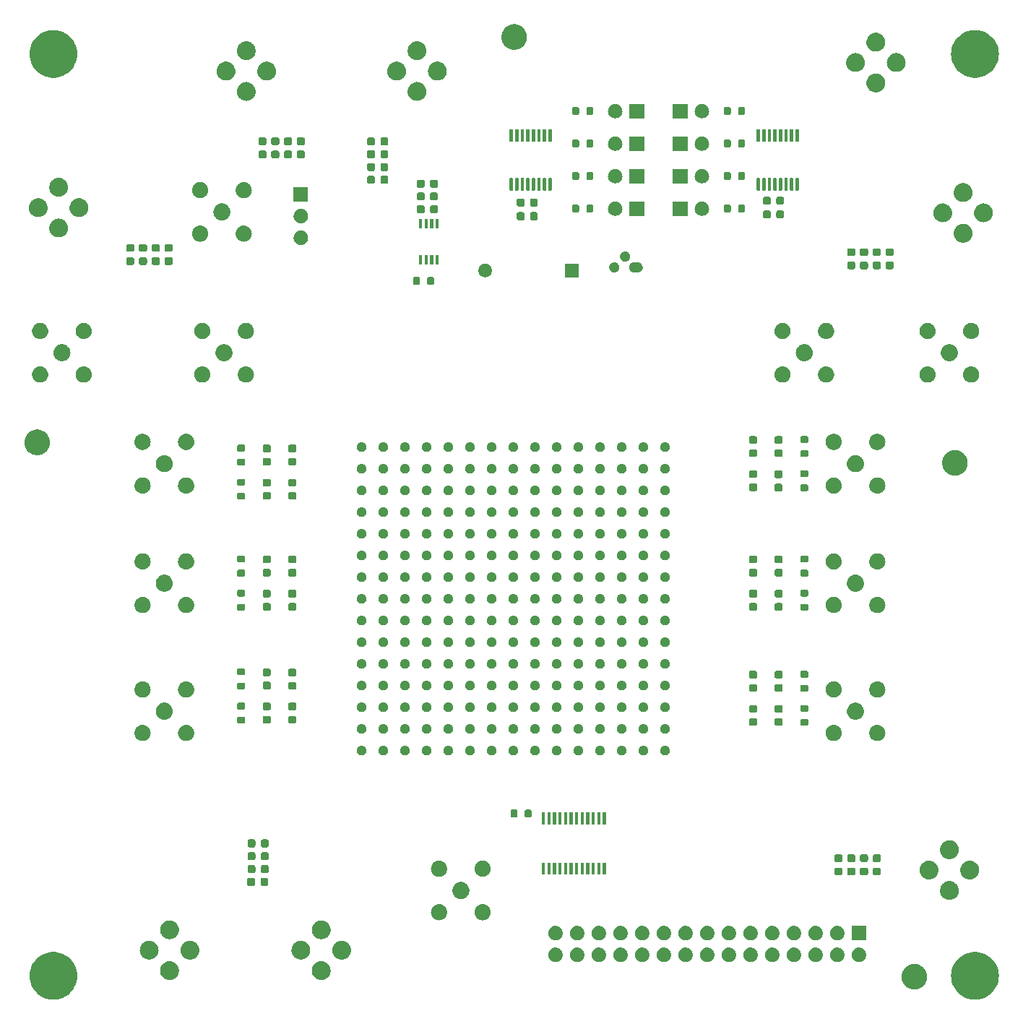
<source format=gbr>
%TF.GenerationSoftware,KiCad,Pcbnew,8.0.5*%
%TF.CreationDate,2024-10-22T16:07:44-04:00*%
%TF.ProjectId,huxley,6875786c-6579-42e6-9b69-6361645f7063,rev?*%
%TF.SameCoordinates,Original*%
%TF.FileFunction,Soldermask,Top*%
%TF.FilePolarity,Negative*%
%FSLAX46Y46*%
G04 Gerber Fmt 4.6, Leading zero omitted, Abs format (unit mm)*
G04 Created by KiCad (PCBNEW 8.0.5) date 2024-10-22 16:07:44*
%MOMM*%
%LPD*%
G01*
G04 APERTURE LIST*
G04 APERTURE END LIST*
G36*
X51486215Y-158242538D02*
G01*
X51803049Y-158317629D01*
X52109023Y-158428995D01*
X52400000Y-158575129D01*
X52672044Y-158754055D01*
X52921477Y-158963354D01*
X53144924Y-159200195D01*
X53339366Y-159461375D01*
X53502171Y-159743362D01*
X53631139Y-160042344D01*
X53724526Y-160354276D01*
X53781067Y-160674940D01*
X53800000Y-161000000D01*
X53781067Y-161325060D01*
X53724526Y-161645724D01*
X53631139Y-161957656D01*
X53502171Y-162256638D01*
X53339366Y-162538625D01*
X53144924Y-162799805D01*
X52921477Y-163036646D01*
X52672044Y-163245945D01*
X52400000Y-163424871D01*
X52109023Y-163571005D01*
X51803049Y-163682371D01*
X51486215Y-163757462D01*
X51162806Y-163795263D01*
X50837194Y-163795263D01*
X50513785Y-163757462D01*
X50196951Y-163682371D01*
X49890977Y-163571005D01*
X49600000Y-163424871D01*
X49327956Y-163245945D01*
X49078523Y-163036646D01*
X48855076Y-162799805D01*
X48660634Y-162538625D01*
X48497829Y-162256638D01*
X48368861Y-161957656D01*
X48275474Y-161645724D01*
X48218933Y-161325060D01*
X48200000Y-161000000D01*
X48218933Y-160674940D01*
X48275474Y-160354276D01*
X48368861Y-160042344D01*
X48497829Y-159743362D01*
X48660634Y-159461375D01*
X48855076Y-159200195D01*
X49078523Y-158963354D01*
X49327956Y-158754055D01*
X49600000Y-158575129D01*
X49890977Y-158428995D01*
X50196951Y-158317629D01*
X50513785Y-158242538D01*
X50837194Y-158204737D01*
X51162806Y-158204737D01*
X51486215Y-158242538D01*
G37*
G36*
X159486215Y-158242538D02*
G01*
X159803049Y-158317629D01*
X160109023Y-158428995D01*
X160400000Y-158575129D01*
X160672044Y-158754055D01*
X160921477Y-158963354D01*
X161144924Y-159200195D01*
X161339366Y-159461375D01*
X161502171Y-159743362D01*
X161631139Y-160042344D01*
X161724526Y-160354276D01*
X161781067Y-160674940D01*
X161800000Y-161000000D01*
X161781067Y-161325060D01*
X161724526Y-161645724D01*
X161631139Y-161957656D01*
X161502171Y-162256638D01*
X161339366Y-162538625D01*
X161144924Y-162799805D01*
X160921477Y-163036646D01*
X160672044Y-163245945D01*
X160400000Y-163424871D01*
X160109023Y-163571005D01*
X159803049Y-163682371D01*
X159486215Y-163757462D01*
X159162806Y-163795263D01*
X158837194Y-163795263D01*
X158513785Y-163757462D01*
X158196951Y-163682371D01*
X157890977Y-163571005D01*
X157600000Y-163424871D01*
X157327956Y-163245945D01*
X157078523Y-163036646D01*
X156855076Y-162799805D01*
X156660634Y-162538625D01*
X156497829Y-162256638D01*
X156368861Y-161957656D01*
X156275474Y-161645724D01*
X156218933Y-161325060D01*
X156200000Y-161000000D01*
X156218933Y-160674940D01*
X156275474Y-160354276D01*
X156368861Y-160042344D01*
X156497829Y-159743362D01*
X156660634Y-159461375D01*
X156855076Y-159200195D01*
X157078523Y-158963354D01*
X157327956Y-158754055D01*
X157600000Y-158575129D01*
X157890977Y-158428995D01*
X158196951Y-158317629D01*
X158513785Y-158242538D01*
X158837194Y-158204737D01*
X159162806Y-158204737D01*
X159486215Y-158242538D01*
G37*
G36*
X151960189Y-159605123D02*
G01*
X152023869Y-159605123D01*
X152080709Y-159614608D01*
X152134594Y-159618849D01*
X152199492Y-159634429D01*
X152268228Y-159645900D01*
X152316977Y-159662635D01*
X152363405Y-159673782D01*
X152430981Y-159701772D01*
X152502543Y-159726340D01*
X152542514Y-159747971D01*
X152580810Y-159763834D01*
X152648686Y-159805428D01*
X152720422Y-159844250D01*
X152751463Y-159868410D01*
X152781451Y-159886787D01*
X152846985Y-159942758D01*
X152915922Y-159996414D01*
X152938408Y-160020840D01*
X152960387Y-160039612D01*
X153020737Y-160110273D01*
X153083711Y-160178681D01*
X153098514Y-160201339D01*
X153113212Y-160218548D01*
X153165441Y-160303778D01*
X153219211Y-160386079D01*
X153227612Y-160405232D01*
X153236165Y-160419189D01*
X153277383Y-160518698D01*
X153318726Y-160612951D01*
X153322347Y-160627252D01*
X153326217Y-160636594D01*
X153353663Y-160750914D01*
X153379542Y-160853108D01*
X153380250Y-160861658D01*
X153381150Y-160865405D01*
X153392292Y-161006983D01*
X153400000Y-161100000D01*
X153392291Y-161193024D01*
X153381150Y-161334594D01*
X153380250Y-161338340D01*
X153379542Y-161346892D01*
X153353658Y-161449103D01*
X153326217Y-161563405D01*
X153322348Y-161572744D01*
X153318726Y-161587049D01*
X153277375Y-161681318D01*
X153236165Y-161780810D01*
X153227614Y-161794763D01*
X153219211Y-161813921D01*
X153165431Y-161896237D01*
X153113212Y-161981451D01*
X153098517Y-161998656D01*
X153083711Y-162021319D01*
X153020725Y-162089739D01*
X152960387Y-162160387D01*
X152938412Y-162179155D01*
X152915922Y-162203586D01*
X152846972Y-162257251D01*
X152781451Y-162313212D01*
X152751469Y-162331584D01*
X152720422Y-162355750D01*
X152648672Y-162394578D01*
X152580810Y-162436165D01*
X152542522Y-162452024D01*
X152502543Y-162473660D01*
X152430966Y-162498231D01*
X152363405Y-162526217D01*
X152316987Y-162537360D01*
X152268228Y-162554100D01*
X152199479Y-162565572D01*
X152134594Y-162581150D01*
X152080721Y-162585389D01*
X152023869Y-162594877D01*
X151960176Y-162594877D01*
X151900000Y-162599613D01*
X151839823Y-162594877D01*
X151776131Y-162594877D01*
X151719279Y-162585390D01*
X151665405Y-162581150D01*
X151600517Y-162565571D01*
X151531772Y-162554100D01*
X151483014Y-162537361D01*
X151436594Y-162526217D01*
X151369027Y-162498229D01*
X151297457Y-162473660D01*
X151257480Y-162452025D01*
X151219189Y-162436165D01*
X151151319Y-162394574D01*
X151079578Y-162355750D01*
X151048534Y-162331587D01*
X151018548Y-162313212D01*
X150953016Y-162257242D01*
X150884078Y-162203586D01*
X150861591Y-162179159D01*
X150839612Y-162160387D01*
X150779260Y-162089724D01*
X150716289Y-162021319D01*
X150701486Y-161998661D01*
X150686787Y-161981451D01*
X150634552Y-161896212D01*
X150580789Y-161813921D01*
X150572388Y-161794769D01*
X150563834Y-161780810D01*
X150522606Y-161681277D01*
X150481274Y-161587049D01*
X150477653Y-161572751D01*
X150473782Y-161563405D01*
X150446322Y-161449027D01*
X150420458Y-161346892D01*
X150419749Y-161338346D01*
X150418849Y-161334594D01*
X150407688Y-161192783D01*
X150400000Y-161100000D01*
X150407687Y-161007223D01*
X150418849Y-160865405D01*
X150419750Y-160861651D01*
X150420458Y-160853108D01*
X150446317Y-160750990D01*
X150473782Y-160636594D01*
X150477653Y-160627246D01*
X150481274Y-160612951D01*
X150522598Y-160518739D01*
X150563834Y-160419189D01*
X150572389Y-160405226D01*
X150580789Y-160386079D01*
X150634542Y-160303802D01*
X150686787Y-160218548D01*
X150701488Y-160201334D01*
X150716289Y-160178681D01*
X150779248Y-160110288D01*
X150839612Y-160039612D01*
X150861595Y-160020836D01*
X150884078Y-159996414D01*
X150953002Y-159942767D01*
X151018548Y-159886787D01*
X151048540Y-159868407D01*
X151079578Y-159844250D01*
X151151305Y-159805433D01*
X151219189Y-159763834D01*
X151257488Y-159747969D01*
X151297457Y-159726340D01*
X151369013Y-159701774D01*
X151436594Y-159673782D01*
X151483024Y-159662634D01*
X151531772Y-159645900D01*
X151600503Y-159634430D01*
X151665405Y-159618849D01*
X151719290Y-159614608D01*
X151776131Y-159605123D01*
X151839811Y-159605123D01*
X151900000Y-159600386D01*
X151960189Y-159605123D01*
G37*
G36*
X64660819Y-159287413D02*
G01*
X64714347Y-159287413D01*
X64761437Y-159296215D01*
X64804177Y-159299955D01*
X64856640Y-159314012D01*
X64914770Y-159324879D01*
X64954195Y-159340152D01*
X64990133Y-159349782D01*
X65044540Y-159375152D01*
X65104896Y-159398534D01*
X65136045Y-159417820D01*
X65164613Y-159431142D01*
X65218501Y-159468875D01*
X65278251Y-159505871D01*
X65301156Y-159526751D01*
X65322307Y-159541562D01*
X65372899Y-159592154D01*
X65428931Y-159643234D01*
X65444205Y-159663460D01*
X65458437Y-159677692D01*
X65502834Y-159741097D01*
X65551805Y-159805945D01*
X65560577Y-159823563D01*
X65568857Y-159835387D01*
X65604103Y-159910973D01*
X65642689Y-159988464D01*
X65646526Y-160001951D01*
X65650217Y-160009866D01*
X65673478Y-160096677D01*
X65698487Y-160184575D01*
X65699257Y-160192885D01*
X65700044Y-160195822D01*
X65708744Y-160295266D01*
X65717300Y-160387600D01*
X65708743Y-160479941D01*
X65700044Y-160579377D01*
X65699257Y-160582313D01*
X65698487Y-160590625D01*
X65673473Y-160678538D01*
X65650217Y-160765333D01*
X65646527Y-160773245D01*
X65642689Y-160786736D01*
X65604100Y-160864232D01*
X65568857Y-160939813D01*
X65560578Y-160951636D01*
X65551805Y-160969255D01*
X65502828Y-161034109D01*
X65458437Y-161097507D01*
X65444208Y-161111735D01*
X65428931Y-161131966D01*
X65372888Y-161183055D01*
X65322307Y-161233637D01*
X65301160Y-161248443D01*
X65278251Y-161269329D01*
X65218489Y-161306332D01*
X65164613Y-161344057D01*
X65136052Y-161357374D01*
X65104896Y-161376666D01*
X65044527Y-161400052D01*
X64990133Y-161425417D01*
X64954204Y-161435044D01*
X64914770Y-161450321D01*
X64856627Y-161461189D01*
X64804177Y-161475244D01*
X64761447Y-161478982D01*
X64714347Y-161487787D01*
X64660807Y-161487787D01*
X64612400Y-161492022D01*
X64563993Y-161487787D01*
X64510453Y-161487787D01*
X64463353Y-161478982D01*
X64420622Y-161475244D01*
X64368168Y-161461189D01*
X64310030Y-161450321D01*
X64270597Y-161435044D01*
X64234666Y-161425417D01*
X64180266Y-161400050D01*
X64119904Y-161376666D01*
X64088750Y-161357376D01*
X64060186Y-161344057D01*
X64006302Y-161306326D01*
X63946549Y-161269329D01*
X63923642Y-161248446D01*
X63902492Y-161233637D01*
X63851900Y-161183045D01*
X63795869Y-161131966D01*
X63780594Y-161111739D01*
X63766362Y-161097507D01*
X63721957Y-161034091D01*
X63672995Y-160969255D01*
X63664224Y-160951641D01*
X63655942Y-160939813D01*
X63620684Y-160864201D01*
X63582111Y-160786736D01*
X63578274Y-160773251D01*
X63574582Y-160765333D01*
X63551309Y-160678478D01*
X63526313Y-160590625D01*
X63525543Y-160582319D01*
X63524755Y-160579377D01*
X63516038Y-160479748D01*
X63507500Y-160387600D01*
X63516038Y-160295459D01*
X63524755Y-160195822D01*
X63525543Y-160192879D01*
X63526313Y-160184575D01*
X63551304Y-160096738D01*
X63574582Y-160009866D01*
X63578274Y-160001946D01*
X63582111Y-159988464D01*
X63620681Y-159911005D01*
X63655942Y-159835387D01*
X63664224Y-159823558D01*
X63672995Y-159805945D01*
X63721951Y-159741116D01*
X63766362Y-159677692D01*
X63780598Y-159663455D01*
X63795869Y-159643234D01*
X63851888Y-159592165D01*
X63902492Y-159541562D01*
X63923646Y-159526749D01*
X63946549Y-159505871D01*
X64006295Y-159468877D01*
X64060187Y-159431142D01*
X64088754Y-159417820D01*
X64119904Y-159398534D01*
X64180255Y-159375153D01*
X64234666Y-159349782D01*
X64270606Y-159340151D01*
X64310030Y-159324879D01*
X64368156Y-159314013D01*
X64420622Y-159299955D01*
X64463363Y-159296215D01*
X64510453Y-159287413D01*
X64563981Y-159287413D01*
X64612400Y-159283177D01*
X64660819Y-159287413D01*
G37*
G36*
X82436019Y-159287413D02*
G01*
X82489547Y-159287413D01*
X82536637Y-159296215D01*
X82579377Y-159299955D01*
X82631840Y-159314012D01*
X82689970Y-159324879D01*
X82729395Y-159340152D01*
X82765333Y-159349782D01*
X82819740Y-159375152D01*
X82880096Y-159398534D01*
X82911245Y-159417820D01*
X82939813Y-159431142D01*
X82993701Y-159468875D01*
X83053451Y-159505871D01*
X83076356Y-159526751D01*
X83097507Y-159541562D01*
X83148099Y-159592154D01*
X83204131Y-159643234D01*
X83219405Y-159663460D01*
X83233637Y-159677692D01*
X83278034Y-159741097D01*
X83327005Y-159805945D01*
X83335777Y-159823563D01*
X83344057Y-159835387D01*
X83379303Y-159910973D01*
X83417889Y-159988464D01*
X83421726Y-160001951D01*
X83425417Y-160009866D01*
X83448678Y-160096677D01*
X83473687Y-160184575D01*
X83474457Y-160192885D01*
X83475244Y-160195822D01*
X83483944Y-160295266D01*
X83492500Y-160387600D01*
X83483943Y-160479941D01*
X83475244Y-160579377D01*
X83474457Y-160582313D01*
X83473687Y-160590625D01*
X83448673Y-160678538D01*
X83425417Y-160765333D01*
X83421727Y-160773245D01*
X83417889Y-160786736D01*
X83379300Y-160864232D01*
X83344057Y-160939813D01*
X83335778Y-160951636D01*
X83327005Y-160969255D01*
X83278028Y-161034109D01*
X83233637Y-161097507D01*
X83219408Y-161111735D01*
X83204131Y-161131966D01*
X83148088Y-161183055D01*
X83097507Y-161233637D01*
X83076360Y-161248443D01*
X83053451Y-161269329D01*
X82993689Y-161306332D01*
X82939813Y-161344057D01*
X82911252Y-161357374D01*
X82880096Y-161376666D01*
X82819727Y-161400052D01*
X82765333Y-161425417D01*
X82729404Y-161435044D01*
X82689970Y-161450321D01*
X82631827Y-161461189D01*
X82579377Y-161475244D01*
X82536647Y-161478982D01*
X82489547Y-161487787D01*
X82436007Y-161487787D01*
X82387600Y-161492022D01*
X82339193Y-161487787D01*
X82285653Y-161487787D01*
X82238553Y-161478982D01*
X82195822Y-161475244D01*
X82143368Y-161461189D01*
X82085230Y-161450321D01*
X82045797Y-161435044D01*
X82009866Y-161425417D01*
X81955466Y-161400050D01*
X81895104Y-161376666D01*
X81863950Y-161357376D01*
X81835386Y-161344057D01*
X81781502Y-161306326D01*
X81721749Y-161269329D01*
X81698842Y-161248446D01*
X81677692Y-161233637D01*
X81627100Y-161183045D01*
X81571069Y-161131966D01*
X81555794Y-161111739D01*
X81541562Y-161097507D01*
X81497157Y-161034091D01*
X81448195Y-160969255D01*
X81439424Y-160951641D01*
X81431142Y-160939813D01*
X81395884Y-160864201D01*
X81357311Y-160786736D01*
X81353474Y-160773251D01*
X81349782Y-160765333D01*
X81326509Y-160678478D01*
X81301513Y-160590625D01*
X81300743Y-160582319D01*
X81299955Y-160579377D01*
X81291238Y-160479748D01*
X81282700Y-160387600D01*
X81291238Y-160295459D01*
X81299955Y-160195822D01*
X81300743Y-160192879D01*
X81301513Y-160184575D01*
X81326504Y-160096738D01*
X81349782Y-160009866D01*
X81353474Y-160001946D01*
X81357311Y-159988464D01*
X81395881Y-159911005D01*
X81431142Y-159835387D01*
X81439424Y-159823558D01*
X81448195Y-159805945D01*
X81497151Y-159741116D01*
X81541562Y-159677692D01*
X81555798Y-159663455D01*
X81571069Y-159643234D01*
X81627088Y-159592165D01*
X81677692Y-159541562D01*
X81698846Y-159526749D01*
X81721749Y-159505871D01*
X81781495Y-159468877D01*
X81835387Y-159431142D01*
X81863954Y-159417820D01*
X81895104Y-159398534D01*
X81955455Y-159375153D01*
X82009866Y-159349782D01*
X82045806Y-159340151D01*
X82085230Y-159324879D01*
X82143356Y-159314013D01*
X82195822Y-159299955D01*
X82238563Y-159296215D01*
X82285653Y-159287413D01*
X82339181Y-159287413D01*
X82387600Y-159283177D01*
X82436019Y-159287413D01*
G37*
G36*
X109881140Y-157694656D02*
G01*
X109928849Y-157694656D01*
X109970045Y-157703412D01*
X110005706Y-157706925D01*
X110050513Y-157720516D01*
X110102664Y-157731602D01*
X110136030Y-157746457D01*
X110165052Y-157755261D01*
X110211167Y-157779910D01*
X110265000Y-157803878D01*
X110290031Y-157822064D01*
X110311897Y-157833752D01*
X110356497Y-157870355D01*
X110408761Y-157908327D01*
X110425731Y-157927174D01*
X110440612Y-157939387D01*
X110480608Y-157988122D01*
X110527664Y-158040383D01*
X110537547Y-158057502D01*
X110546247Y-158068102D01*
X110578427Y-158128307D01*
X110616514Y-158194274D01*
X110620894Y-158207757D01*
X110624738Y-158214947D01*
X110645926Y-158284796D01*
X110671425Y-158363275D01*
X110672322Y-158371816D01*
X110673074Y-158374293D01*
X110680385Y-158448522D01*
X110690000Y-158540000D01*
X110680384Y-158631485D01*
X110673074Y-158705706D01*
X110672322Y-158708182D01*
X110671425Y-158716725D01*
X110645921Y-158795217D01*
X110624738Y-158865052D01*
X110620895Y-158872240D01*
X110616514Y-158885726D01*
X110578420Y-158951704D01*
X110546247Y-159011897D01*
X110537549Y-159022494D01*
X110527664Y-159039617D01*
X110480599Y-159091888D01*
X110440612Y-159140612D01*
X110425734Y-159152821D01*
X110408761Y-159171673D01*
X110356486Y-159209652D01*
X110311897Y-159246247D01*
X110290036Y-159257931D01*
X110265000Y-159276122D01*
X110211155Y-159300094D01*
X110165052Y-159324738D01*
X110136037Y-159333539D01*
X110102664Y-159348398D01*
X110050502Y-159359485D01*
X110005706Y-159373074D01*
X109970053Y-159376585D01*
X109928849Y-159385344D01*
X109881130Y-159385344D01*
X109840000Y-159389395D01*
X109798870Y-159385344D01*
X109751151Y-159385344D01*
X109709946Y-159376585D01*
X109674293Y-159373074D01*
X109629493Y-159359484D01*
X109577336Y-159348398D01*
X109543964Y-159333540D01*
X109514947Y-159324738D01*
X109468838Y-159300092D01*
X109415000Y-159276122D01*
X109389966Y-159257933D01*
X109368102Y-159246247D01*
X109323504Y-159209646D01*
X109271239Y-159171673D01*
X109254267Y-159152824D01*
X109239387Y-159140612D01*
X109199389Y-159091875D01*
X109152336Y-159039617D01*
X109142452Y-159022498D01*
X109133752Y-159011897D01*
X109101565Y-158951681D01*
X109063486Y-158885726D01*
X109059105Y-158872245D01*
X109055261Y-158865052D01*
X109034063Y-158795171D01*
X109008575Y-158716725D01*
X109007677Y-158708187D01*
X109006925Y-158705706D01*
X108999599Y-158631334D01*
X108990000Y-158540000D01*
X108999598Y-158448674D01*
X109006925Y-158374293D01*
X109007677Y-158371811D01*
X109008575Y-158363275D01*
X109034058Y-158284842D01*
X109055261Y-158214947D01*
X109059106Y-158207752D01*
X109063486Y-158194274D01*
X109101558Y-158128330D01*
X109133752Y-158068102D01*
X109142454Y-158057498D01*
X109152336Y-158040383D01*
X109199380Y-157988134D01*
X109239387Y-157939387D01*
X109254271Y-157927171D01*
X109271239Y-157908327D01*
X109323493Y-157870361D01*
X109368102Y-157833752D01*
X109389971Y-157822062D01*
X109415000Y-157803878D01*
X109468826Y-157779912D01*
X109514947Y-157755261D01*
X109543971Y-157746456D01*
X109577336Y-157731602D01*
X109629482Y-157720517D01*
X109674293Y-157706925D01*
X109709955Y-157703412D01*
X109751151Y-157694656D01*
X109798860Y-157694656D01*
X109840000Y-157690604D01*
X109881140Y-157694656D01*
G37*
G36*
X112421140Y-157694656D02*
G01*
X112468849Y-157694656D01*
X112510045Y-157703412D01*
X112545706Y-157706925D01*
X112590513Y-157720516D01*
X112642664Y-157731602D01*
X112676030Y-157746457D01*
X112705052Y-157755261D01*
X112751167Y-157779910D01*
X112805000Y-157803878D01*
X112830031Y-157822064D01*
X112851897Y-157833752D01*
X112896497Y-157870355D01*
X112948761Y-157908327D01*
X112965731Y-157927174D01*
X112980612Y-157939387D01*
X113020608Y-157988122D01*
X113067664Y-158040383D01*
X113077547Y-158057502D01*
X113086247Y-158068102D01*
X113118427Y-158128307D01*
X113156514Y-158194274D01*
X113160894Y-158207757D01*
X113164738Y-158214947D01*
X113185926Y-158284796D01*
X113211425Y-158363275D01*
X113212322Y-158371816D01*
X113213074Y-158374293D01*
X113220385Y-158448522D01*
X113230000Y-158540000D01*
X113220384Y-158631485D01*
X113213074Y-158705706D01*
X113212322Y-158708182D01*
X113211425Y-158716725D01*
X113185921Y-158795217D01*
X113164738Y-158865052D01*
X113160895Y-158872240D01*
X113156514Y-158885726D01*
X113118420Y-158951704D01*
X113086247Y-159011897D01*
X113077549Y-159022494D01*
X113067664Y-159039617D01*
X113020599Y-159091888D01*
X112980612Y-159140612D01*
X112965734Y-159152821D01*
X112948761Y-159171673D01*
X112896486Y-159209652D01*
X112851897Y-159246247D01*
X112830036Y-159257931D01*
X112805000Y-159276122D01*
X112751155Y-159300094D01*
X112705052Y-159324738D01*
X112676037Y-159333539D01*
X112642664Y-159348398D01*
X112590502Y-159359485D01*
X112545706Y-159373074D01*
X112510053Y-159376585D01*
X112468849Y-159385344D01*
X112421130Y-159385344D01*
X112380000Y-159389395D01*
X112338870Y-159385344D01*
X112291151Y-159385344D01*
X112249946Y-159376585D01*
X112214293Y-159373074D01*
X112169493Y-159359484D01*
X112117336Y-159348398D01*
X112083964Y-159333540D01*
X112054947Y-159324738D01*
X112008838Y-159300092D01*
X111955000Y-159276122D01*
X111929966Y-159257933D01*
X111908102Y-159246247D01*
X111863504Y-159209646D01*
X111811239Y-159171673D01*
X111794267Y-159152824D01*
X111779387Y-159140612D01*
X111739389Y-159091875D01*
X111692336Y-159039617D01*
X111682452Y-159022498D01*
X111673752Y-159011897D01*
X111641565Y-158951681D01*
X111603486Y-158885726D01*
X111599105Y-158872245D01*
X111595261Y-158865052D01*
X111574063Y-158795171D01*
X111548575Y-158716725D01*
X111547677Y-158708187D01*
X111546925Y-158705706D01*
X111539599Y-158631334D01*
X111530000Y-158540000D01*
X111539598Y-158448674D01*
X111546925Y-158374293D01*
X111547677Y-158371811D01*
X111548575Y-158363275D01*
X111574058Y-158284842D01*
X111595261Y-158214947D01*
X111599106Y-158207752D01*
X111603486Y-158194274D01*
X111641558Y-158128330D01*
X111673752Y-158068102D01*
X111682454Y-158057498D01*
X111692336Y-158040383D01*
X111739380Y-157988134D01*
X111779387Y-157939387D01*
X111794271Y-157927171D01*
X111811239Y-157908327D01*
X111863493Y-157870361D01*
X111908102Y-157833752D01*
X111929971Y-157822062D01*
X111955000Y-157803878D01*
X112008826Y-157779912D01*
X112054947Y-157755261D01*
X112083971Y-157746456D01*
X112117336Y-157731602D01*
X112169482Y-157720517D01*
X112214293Y-157706925D01*
X112249955Y-157703412D01*
X112291151Y-157694656D01*
X112338860Y-157694656D01*
X112380000Y-157690604D01*
X112421140Y-157694656D01*
G37*
G36*
X114961140Y-157694656D02*
G01*
X115008849Y-157694656D01*
X115050045Y-157703412D01*
X115085706Y-157706925D01*
X115130513Y-157720516D01*
X115182664Y-157731602D01*
X115216030Y-157746457D01*
X115245052Y-157755261D01*
X115291167Y-157779910D01*
X115345000Y-157803878D01*
X115370031Y-157822064D01*
X115391897Y-157833752D01*
X115436497Y-157870355D01*
X115488761Y-157908327D01*
X115505731Y-157927174D01*
X115520612Y-157939387D01*
X115560608Y-157988122D01*
X115607664Y-158040383D01*
X115617547Y-158057502D01*
X115626247Y-158068102D01*
X115658427Y-158128307D01*
X115696514Y-158194274D01*
X115700894Y-158207757D01*
X115704738Y-158214947D01*
X115725926Y-158284796D01*
X115751425Y-158363275D01*
X115752322Y-158371816D01*
X115753074Y-158374293D01*
X115760385Y-158448522D01*
X115770000Y-158540000D01*
X115760384Y-158631485D01*
X115753074Y-158705706D01*
X115752322Y-158708182D01*
X115751425Y-158716725D01*
X115725921Y-158795217D01*
X115704738Y-158865052D01*
X115700895Y-158872240D01*
X115696514Y-158885726D01*
X115658420Y-158951704D01*
X115626247Y-159011897D01*
X115617549Y-159022494D01*
X115607664Y-159039617D01*
X115560599Y-159091888D01*
X115520612Y-159140612D01*
X115505734Y-159152821D01*
X115488761Y-159171673D01*
X115436486Y-159209652D01*
X115391897Y-159246247D01*
X115370036Y-159257931D01*
X115345000Y-159276122D01*
X115291155Y-159300094D01*
X115245052Y-159324738D01*
X115216037Y-159333539D01*
X115182664Y-159348398D01*
X115130502Y-159359485D01*
X115085706Y-159373074D01*
X115050053Y-159376585D01*
X115008849Y-159385344D01*
X114961130Y-159385344D01*
X114920000Y-159389395D01*
X114878870Y-159385344D01*
X114831151Y-159385344D01*
X114789946Y-159376585D01*
X114754293Y-159373074D01*
X114709493Y-159359484D01*
X114657336Y-159348398D01*
X114623964Y-159333540D01*
X114594947Y-159324738D01*
X114548838Y-159300092D01*
X114495000Y-159276122D01*
X114469966Y-159257933D01*
X114448102Y-159246247D01*
X114403504Y-159209646D01*
X114351239Y-159171673D01*
X114334267Y-159152824D01*
X114319387Y-159140612D01*
X114279389Y-159091875D01*
X114232336Y-159039617D01*
X114222452Y-159022498D01*
X114213752Y-159011897D01*
X114181565Y-158951681D01*
X114143486Y-158885726D01*
X114139105Y-158872245D01*
X114135261Y-158865052D01*
X114114063Y-158795171D01*
X114088575Y-158716725D01*
X114087677Y-158708187D01*
X114086925Y-158705706D01*
X114079599Y-158631334D01*
X114070000Y-158540000D01*
X114079598Y-158448674D01*
X114086925Y-158374293D01*
X114087677Y-158371811D01*
X114088575Y-158363275D01*
X114114058Y-158284842D01*
X114135261Y-158214947D01*
X114139106Y-158207752D01*
X114143486Y-158194274D01*
X114181558Y-158128330D01*
X114213752Y-158068102D01*
X114222454Y-158057498D01*
X114232336Y-158040383D01*
X114279380Y-157988134D01*
X114319387Y-157939387D01*
X114334271Y-157927171D01*
X114351239Y-157908327D01*
X114403493Y-157870361D01*
X114448102Y-157833752D01*
X114469971Y-157822062D01*
X114495000Y-157803878D01*
X114548826Y-157779912D01*
X114594947Y-157755261D01*
X114623971Y-157746456D01*
X114657336Y-157731602D01*
X114709482Y-157720517D01*
X114754293Y-157706925D01*
X114789955Y-157703412D01*
X114831151Y-157694656D01*
X114878860Y-157694656D01*
X114920000Y-157690604D01*
X114961140Y-157694656D01*
G37*
G36*
X117501140Y-157694656D02*
G01*
X117548849Y-157694656D01*
X117590045Y-157703412D01*
X117625706Y-157706925D01*
X117670513Y-157720516D01*
X117722664Y-157731602D01*
X117756030Y-157746457D01*
X117785052Y-157755261D01*
X117831167Y-157779910D01*
X117885000Y-157803878D01*
X117910031Y-157822064D01*
X117931897Y-157833752D01*
X117976497Y-157870355D01*
X118028761Y-157908327D01*
X118045731Y-157927174D01*
X118060612Y-157939387D01*
X118100608Y-157988122D01*
X118147664Y-158040383D01*
X118157547Y-158057502D01*
X118166247Y-158068102D01*
X118198427Y-158128307D01*
X118236514Y-158194274D01*
X118240894Y-158207757D01*
X118244738Y-158214947D01*
X118265926Y-158284796D01*
X118291425Y-158363275D01*
X118292322Y-158371816D01*
X118293074Y-158374293D01*
X118300385Y-158448522D01*
X118310000Y-158540000D01*
X118300384Y-158631485D01*
X118293074Y-158705706D01*
X118292322Y-158708182D01*
X118291425Y-158716725D01*
X118265921Y-158795217D01*
X118244738Y-158865052D01*
X118240895Y-158872240D01*
X118236514Y-158885726D01*
X118198420Y-158951704D01*
X118166247Y-159011897D01*
X118157549Y-159022494D01*
X118147664Y-159039617D01*
X118100599Y-159091888D01*
X118060612Y-159140612D01*
X118045734Y-159152821D01*
X118028761Y-159171673D01*
X117976486Y-159209652D01*
X117931897Y-159246247D01*
X117910036Y-159257931D01*
X117885000Y-159276122D01*
X117831155Y-159300094D01*
X117785052Y-159324738D01*
X117756037Y-159333539D01*
X117722664Y-159348398D01*
X117670502Y-159359485D01*
X117625706Y-159373074D01*
X117590053Y-159376585D01*
X117548849Y-159385344D01*
X117501130Y-159385344D01*
X117460000Y-159389395D01*
X117418870Y-159385344D01*
X117371151Y-159385344D01*
X117329946Y-159376585D01*
X117294293Y-159373074D01*
X117249493Y-159359484D01*
X117197336Y-159348398D01*
X117163964Y-159333540D01*
X117134947Y-159324738D01*
X117088838Y-159300092D01*
X117035000Y-159276122D01*
X117009966Y-159257933D01*
X116988102Y-159246247D01*
X116943504Y-159209646D01*
X116891239Y-159171673D01*
X116874267Y-159152824D01*
X116859387Y-159140612D01*
X116819389Y-159091875D01*
X116772336Y-159039617D01*
X116762452Y-159022498D01*
X116753752Y-159011897D01*
X116721565Y-158951681D01*
X116683486Y-158885726D01*
X116679105Y-158872245D01*
X116675261Y-158865052D01*
X116654063Y-158795171D01*
X116628575Y-158716725D01*
X116627677Y-158708187D01*
X116626925Y-158705706D01*
X116619599Y-158631334D01*
X116610000Y-158540000D01*
X116619598Y-158448674D01*
X116626925Y-158374293D01*
X116627677Y-158371811D01*
X116628575Y-158363275D01*
X116654058Y-158284842D01*
X116675261Y-158214947D01*
X116679106Y-158207752D01*
X116683486Y-158194274D01*
X116721558Y-158128330D01*
X116753752Y-158068102D01*
X116762454Y-158057498D01*
X116772336Y-158040383D01*
X116819380Y-157988134D01*
X116859387Y-157939387D01*
X116874271Y-157927171D01*
X116891239Y-157908327D01*
X116943493Y-157870361D01*
X116988102Y-157833752D01*
X117009971Y-157822062D01*
X117035000Y-157803878D01*
X117088826Y-157779912D01*
X117134947Y-157755261D01*
X117163971Y-157746456D01*
X117197336Y-157731602D01*
X117249482Y-157720517D01*
X117294293Y-157706925D01*
X117329955Y-157703412D01*
X117371151Y-157694656D01*
X117418860Y-157694656D01*
X117460000Y-157690604D01*
X117501140Y-157694656D01*
G37*
G36*
X120041140Y-157694656D02*
G01*
X120088849Y-157694656D01*
X120130045Y-157703412D01*
X120165706Y-157706925D01*
X120210513Y-157720516D01*
X120262664Y-157731602D01*
X120296030Y-157746457D01*
X120325052Y-157755261D01*
X120371167Y-157779910D01*
X120425000Y-157803878D01*
X120450031Y-157822064D01*
X120471897Y-157833752D01*
X120516497Y-157870355D01*
X120568761Y-157908327D01*
X120585731Y-157927174D01*
X120600612Y-157939387D01*
X120640608Y-157988122D01*
X120687664Y-158040383D01*
X120697547Y-158057502D01*
X120706247Y-158068102D01*
X120738427Y-158128307D01*
X120776514Y-158194274D01*
X120780894Y-158207757D01*
X120784738Y-158214947D01*
X120805926Y-158284796D01*
X120831425Y-158363275D01*
X120832322Y-158371816D01*
X120833074Y-158374293D01*
X120840385Y-158448522D01*
X120850000Y-158540000D01*
X120840384Y-158631485D01*
X120833074Y-158705706D01*
X120832322Y-158708182D01*
X120831425Y-158716725D01*
X120805921Y-158795217D01*
X120784738Y-158865052D01*
X120780895Y-158872240D01*
X120776514Y-158885726D01*
X120738420Y-158951704D01*
X120706247Y-159011897D01*
X120697549Y-159022494D01*
X120687664Y-159039617D01*
X120640599Y-159091888D01*
X120600612Y-159140612D01*
X120585734Y-159152821D01*
X120568761Y-159171673D01*
X120516486Y-159209652D01*
X120471897Y-159246247D01*
X120450036Y-159257931D01*
X120425000Y-159276122D01*
X120371155Y-159300094D01*
X120325052Y-159324738D01*
X120296037Y-159333539D01*
X120262664Y-159348398D01*
X120210502Y-159359485D01*
X120165706Y-159373074D01*
X120130053Y-159376585D01*
X120088849Y-159385344D01*
X120041130Y-159385344D01*
X120000000Y-159389395D01*
X119958870Y-159385344D01*
X119911151Y-159385344D01*
X119869946Y-159376585D01*
X119834293Y-159373074D01*
X119789493Y-159359484D01*
X119737336Y-159348398D01*
X119703964Y-159333540D01*
X119674947Y-159324738D01*
X119628838Y-159300092D01*
X119575000Y-159276122D01*
X119549966Y-159257933D01*
X119528102Y-159246247D01*
X119483504Y-159209646D01*
X119431239Y-159171673D01*
X119414267Y-159152824D01*
X119399387Y-159140612D01*
X119359389Y-159091875D01*
X119312336Y-159039617D01*
X119302452Y-159022498D01*
X119293752Y-159011897D01*
X119261565Y-158951681D01*
X119223486Y-158885726D01*
X119219105Y-158872245D01*
X119215261Y-158865052D01*
X119194063Y-158795171D01*
X119168575Y-158716725D01*
X119167677Y-158708187D01*
X119166925Y-158705706D01*
X119159599Y-158631334D01*
X119150000Y-158540000D01*
X119159598Y-158448674D01*
X119166925Y-158374293D01*
X119167677Y-158371811D01*
X119168575Y-158363275D01*
X119194058Y-158284842D01*
X119215261Y-158214947D01*
X119219106Y-158207752D01*
X119223486Y-158194274D01*
X119261558Y-158128330D01*
X119293752Y-158068102D01*
X119302454Y-158057498D01*
X119312336Y-158040383D01*
X119359380Y-157988134D01*
X119399387Y-157939387D01*
X119414271Y-157927171D01*
X119431239Y-157908327D01*
X119483493Y-157870361D01*
X119528102Y-157833752D01*
X119549971Y-157822062D01*
X119575000Y-157803878D01*
X119628826Y-157779912D01*
X119674947Y-157755261D01*
X119703971Y-157746456D01*
X119737336Y-157731602D01*
X119789482Y-157720517D01*
X119834293Y-157706925D01*
X119869955Y-157703412D01*
X119911151Y-157694656D01*
X119958860Y-157694656D01*
X120000000Y-157690604D01*
X120041140Y-157694656D01*
G37*
G36*
X122581140Y-157694656D02*
G01*
X122628849Y-157694656D01*
X122670045Y-157703412D01*
X122705706Y-157706925D01*
X122750513Y-157720516D01*
X122802664Y-157731602D01*
X122836030Y-157746457D01*
X122865052Y-157755261D01*
X122911167Y-157779910D01*
X122965000Y-157803878D01*
X122990031Y-157822064D01*
X123011897Y-157833752D01*
X123056497Y-157870355D01*
X123108761Y-157908327D01*
X123125731Y-157927174D01*
X123140612Y-157939387D01*
X123180608Y-157988122D01*
X123227664Y-158040383D01*
X123237547Y-158057502D01*
X123246247Y-158068102D01*
X123278427Y-158128307D01*
X123316514Y-158194274D01*
X123320894Y-158207757D01*
X123324738Y-158214947D01*
X123345926Y-158284796D01*
X123371425Y-158363275D01*
X123372322Y-158371816D01*
X123373074Y-158374293D01*
X123380385Y-158448522D01*
X123390000Y-158540000D01*
X123380384Y-158631485D01*
X123373074Y-158705706D01*
X123372322Y-158708182D01*
X123371425Y-158716725D01*
X123345921Y-158795217D01*
X123324738Y-158865052D01*
X123320895Y-158872240D01*
X123316514Y-158885726D01*
X123278420Y-158951704D01*
X123246247Y-159011897D01*
X123237549Y-159022494D01*
X123227664Y-159039617D01*
X123180599Y-159091888D01*
X123140612Y-159140612D01*
X123125734Y-159152821D01*
X123108761Y-159171673D01*
X123056486Y-159209652D01*
X123011897Y-159246247D01*
X122990036Y-159257931D01*
X122965000Y-159276122D01*
X122911155Y-159300094D01*
X122865052Y-159324738D01*
X122836037Y-159333539D01*
X122802664Y-159348398D01*
X122750502Y-159359485D01*
X122705706Y-159373074D01*
X122670053Y-159376585D01*
X122628849Y-159385344D01*
X122581130Y-159385344D01*
X122540000Y-159389395D01*
X122498870Y-159385344D01*
X122451151Y-159385344D01*
X122409946Y-159376585D01*
X122374293Y-159373074D01*
X122329493Y-159359484D01*
X122277336Y-159348398D01*
X122243964Y-159333540D01*
X122214947Y-159324738D01*
X122168838Y-159300092D01*
X122115000Y-159276122D01*
X122089966Y-159257933D01*
X122068102Y-159246247D01*
X122023504Y-159209646D01*
X121971239Y-159171673D01*
X121954267Y-159152824D01*
X121939387Y-159140612D01*
X121899389Y-159091875D01*
X121852336Y-159039617D01*
X121842452Y-159022498D01*
X121833752Y-159011897D01*
X121801565Y-158951681D01*
X121763486Y-158885726D01*
X121759105Y-158872245D01*
X121755261Y-158865052D01*
X121734063Y-158795171D01*
X121708575Y-158716725D01*
X121707677Y-158708187D01*
X121706925Y-158705706D01*
X121699599Y-158631334D01*
X121690000Y-158540000D01*
X121699598Y-158448674D01*
X121706925Y-158374293D01*
X121707677Y-158371811D01*
X121708575Y-158363275D01*
X121734058Y-158284842D01*
X121755261Y-158214947D01*
X121759106Y-158207752D01*
X121763486Y-158194274D01*
X121801558Y-158128330D01*
X121833752Y-158068102D01*
X121842454Y-158057498D01*
X121852336Y-158040383D01*
X121899380Y-157988134D01*
X121939387Y-157939387D01*
X121954271Y-157927171D01*
X121971239Y-157908327D01*
X122023493Y-157870361D01*
X122068102Y-157833752D01*
X122089971Y-157822062D01*
X122115000Y-157803878D01*
X122168826Y-157779912D01*
X122214947Y-157755261D01*
X122243971Y-157746456D01*
X122277336Y-157731602D01*
X122329482Y-157720517D01*
X122374293Y-157706925D01*
X122409955Y-157703412D01*
X122451151Y-157694656D01*
X122498860Y-157694656D01*
X122540000Y-157690604D01*
X122581140Y-157694656D01*
G37*
G36*
X125121140Y-157694656D02*
G01*
X125168849Y-157694656D01*
X125210045Y-157703412D01*
X125245706Y-157706925D01*
X125290513Y-157720516D01*
X125342664Y-157731602D01*
X125376030Y-157746457D01*
X125405052Y-157755261D01*
X125451167Y-157779910D01*
X125505000Y-157803878D01*
X125530031Y-157822064D01*
X125551897Y-157833752D01*
X125596497Y-157870355D01*
X125648761Y-157908327D01*
X125665731Y-157927174D01*
X125680612Y-157939387D01*
X125720608Y-157988122D01*
X125767664Y-158040383D01*
X125777547Y-158057502D01*
X125786247Y-158068102D01*
X125818427Y-158128307D01*
X125856514Y-158194274D01*
X125860894Y-158207757D01*
X125864738Y-158214947D01*
X125885926Y-158284796D01*
X125911425Y-158363275D01*
X125912322Y-158371816D01*
X125913074Y-158374293D01*
X125920385Y-158448522D01*
X125930000Y-158540000D01*
X125920384Y-158631485D01*
X125913074Y-158705706D01*
X125912322Y-158708182D01*
X125911425Y-158716725D01*
X125885921Y-158795217D01*
X125864738Y-158865052D01*
X125860895Y-158872240D01*
X125856514Y-158885726D01*
X125818420Y-158951704D01*
X125786247Y-159011897D01*
X125777549Y-159022494D01*
X125767664Y-159039617D01*
X125720599Y-159091888D01*
X125680612Y-159140612D01*
X125665734Y-159152821D01*
X125648761Y-159171673D01*
X125596486Y-159209652D01*
X125551897Y-159246247D01*
X125530036Y-159257931D01*
X125505000Y-159276122D01*
X125451155Y-159300094D01*
X125405052Y-159324738D01*
X125376037Y-159333539D01*
X125342664Y-159348398D01*
X125290502Y-159359485D01*
X125245706Y-159373074D01*
X125210053Y-159376585D01*
X125168849Y-159385344D01*
X125121130Y-159385344D01*
X125080000Y-159389395D01*
X125038870Y-159385344D01*
X124991151Y-159385344D01*
X124949946Y-159376585D01*
X124914293Y-159373074D01*
X124869493Y-159359484D01*
X124817336Y-159348398D01*
X124783964Y-159333540D01*
X124754947Y-159324738D01*
X124708838Y-159300092D01*
X124655000Y-159276122D01*
X124629966Y-159257933D01*
X124608102Y-159246247D01*
X124563504Y-159209646D01*
X124511239Y-159171673D01*
X124494267Y-159152824D01*
X124479387Y-159140612D01*
X124439389Y-159091875D01*
X124392336Y-159039617D01*
X124382452Y-159022498D01*
X124373752Y-159011897D01*
X124341565Y-158951681D01*
X124303486Y-158885726D01*
X124299105Y-158872245D01*
X124295261Y-158865052D01*
X124274063Y-158795171D01*
X124248575Y-158716725D01*
X124247677Y-158708187D01*
X124246925Y-158705706D01*
X124239599Y-158631334D01*
X124230000Y-158540000D01*
X124239598Y-158448674D01*
X124246925Y-158374293D01*
X124247677Y-158371811D01*
X124248575Y-158363275D01*
X124274058Y-158284842D01*
X124295261Y-158214947D01*
X124299106Y-158207752D01*
X124303486Y-158194274D01*
X124341558Y-158128330D01*
X124373752Y-158068102D01*
X124382454Y-158057498D01*
X124392336Y-158040383D01*
X124439380Y-157988134D01*
X124479387Y-157939387D01*
X124494271Y-157927171D01*
X124511239Y-157908327D01*
X124563493Y-157870361D01*
X124608102Y-157833752D01*
X124629971Y-157822062D01*
X124655000Y-157803878D01*
X124708826Y-157779912D01*
X124754947Y-157755261D01*
X124783971Y-157746456D01*
X124817336Y-157731602D01*
X124869482Y-157720517D01*
X124914293Y-157706925D01*
X124949955Y-157703412D01*
X124991151Y-157694656D01*
X125038860Y-157694656D01*
X125080000Y-157690604D01*
X125121140Y-157694656D01*
G37*
G36*
X127661140Y-157694656D02*
G01*
X127708849Y-157694656D01*
X127750045Y-157703412D01*
X127785706Y-157706925D01*
X127830513Y-157720516D01*
X127882664Y-157731602D01*
X127916030Y-157746457D01*
X127945052Y-157755261D01*
X127991167Y-157779910D01*
X128045000Y-157803878D01*
X128070031Y-157822064D01*
X128091897Y-157833752D01*
X128136497Y-157870355D01*
X128188761Y-157908327D01*
X128205731Y-157927174D01*
X128220612Y-157939387D01*
X128260608Y-157988122D01*
X128307664Y-158040383D01*
X128317547Y-158057502D01*
X128326247Y-158068102D01*
X128358427Y-158128307D01*
X128396514Y-158194274D01*
X128400894Y-158207757D01*
X128404738Y-158214947D01*
X128425926Y-158284796D01*
X128451425Y-158363275D01*
X128452322Y-158371816D01*
X128453074Y-158374293D01*
X128460385Y-158448522D01*
X128470000Y-158540000D01*
X128460384Y-158631485D01*
X128453074Y-158705706D01*
X128452322Y-158708182D01*
X128451425Y-158716725D01*
X128425921Y-158795217D01*
X128404738Y-158865052D01*
X128400895Y-158872240D01*
X128396514Y-158885726D01*
X128358420Y-158951704D01*
X128326247Y-159011897D01*
X128317549Y-159022494D01*
X128307664Y-159039617D01*
X128260599Y-159091888D01*
X128220612Y-159140612D01*
X128205734Y-159152821D01*
X128188761Y-159171673D01*
X128136486Y-159209652D01*
X128091897Y-159246247D01*
X128070036Y-159257931D01*
X128045000Y-159276122D01*
X127991155Y-159300094D01*
X127945052Y-159324738D01*
X127916037Y-159333539D01*
X127882664Y-159348398D01*
X127830502Y-159359485D01*
X127785706Y-159373074D01*
X127750053Y-159376585D01*
X127708849Y-159385344D01*
X127661130Y-159385344D01*
X127620000Y-159389395D01*
X127578870Y-159385344D01*
X127531151Y-159385344D01*
X127489946Y-159376585D01*
X127454293Y-159373074D01*
X127409493Y-159359484D01*
X127357336Y-159348398D01*
X127323964Y-159333540D01*
X127294947Y-159324738D01*
X127248838Y-159300092D01*
X127195000Y-159276122D01*
X127169966Y-159257933D01*
X127148102Y-159246247D01*
X127103504Y-159209646D01*
X127051239Y-159171673D01*
X127034267Y-159152824D01*
X127019387Y-159140612D01*
X126979389Y-159091875D01*
X126932336Y-159039617D01*
X126922452Y-159022498D01*
X126913752Y-159011897D01*
X126881565Y-158951681D01*
X126843486Y-158885726D01*
X126839105Y-158872245D01*
X126835261Y-158865052D01*
X126814063Y-158795171D01*
X126788575Y-158716725D01*
X126787677Y-158708187D01*
X126786925Y-158705706D01*
X126779599Y-158631334D01*
X126770000Y-158540000D01*
X126779598Y-158448674D01*
X126786925Y-158374293D01*
X126787677Y-158371811D01*
X126788575Y-158363275D01*
X126814058Y-158284842D01*
X126835261Y-158214947D01*
X126839106Y-158207752D01*
X126843486Y-158194274D01*
X126881558Y-158128330D01*
X126913752Y-158068102D01*
X126922454Y-158057498D01*
X126932336Y-158040383D01*
X126979380Y-157988134D01*
X127019387Y-157939387D01*
X127034271Y-157927171D01*
X127051239Y-157908327D01*
X127103493Y-157870361D01*
X127148102Y-157833752D01*
X127169971Y-157822062D01*
X127195000Y-157803878D01*
X127248826Y-157779912D01*
X127294947Y-157755261D01*
X127323971Y-157746456D01*
X127357336Y-157731602D01*
X127409482Y-157720517D01*
X127454293Y-157706925D01*
X127489955Y-157703412D01*
X127531151Y-157694656D01*
X127578860Y-157694656D01*
X127620000Y-157690604D01*
X127661140Y-157694656D01*
G37*
G36*
X130201140Y-157694656D02*
G01*
X130248849Y-157694656D01*
X130290045Y-157703412D01*
X130325706Y-157706925D01*
X130370513Y-157720516D01*
X130422664Y-157731602D01*
X130456030Y-157746457D01*
X130485052Y-157755261D01*
X130531167Y-157779910D01*
X130585000Y-157803878D01*
X130610031Y-157822064D01*
X130631897Y-157833752D01*
X130676497Y-157870355D01*
X130728761Y-157908327D01*
X130745731Y-157927174D01*
X130760612Y-157939387D01*
X130800608Y-157988122D01*
X130847664Y-158040383D01*
X130857547Y-158057502D01*
X130866247Y-158068102D01*
X130898427Y-158128307D01*
X130936514Y-158194274D01*
X130940894Y-158207757D01*
X130944738Y-158214947D01*
X130965926Y-158284796D01*
X130991425Y-158363275D01*
X130992322Y-158371816D01*
X130993074Y-158374293D01*
X131000385Y-158448522D01*
X131010000Y-158540000D01*
X131000384Y-158631485D01*
X130993074Y-158705706D01*
X130992322Y-158708182D01*
X130991425Y-158716725D01*
X130965921Y-158795217D01*
X130944738Y-158865052D01*
X130940895Y-158872240D01*
X130936514Y-158885726D01*
X130898420Y-158951704D01*
X130866247Y-159011897D01*
X130857549Y-159022494D01*
X130847664Y-159039617D01*
X130800599Y-159091888D01*
X130760612Y-159140612D01*
X130745734Y-159152821D01*
X130728761Y-159171673D01*
X130676486Y-159209652D01*
X130631897Y-159246247D01*
X130610036Y-159257931D01*
X130585000Y-159276122D01*
X130531155Y-159300094D01*
X130485052Y-159324738D01*
X130456037Y-159333539D01*
X130422664Y-159348398D01*
X130370502Y-159359485D01*
X130325706Y-159373074D01*
X130290053Y-159376585D01*
X130248849Y-159385344D01*
X130201130Y-159385344D01*
X130160000Y-159389395D01*
X130118870Y-159385344D01*
X130071151Y-159385344D01*
X130029946Y-159376585D01*
X129994293Y-159373074D01*
X129949493Y-159359484D01*
X129897336Y-159348398D01*
X129863964Y-159333540D01*
X129834947Y-159324738D01*
X129788838Y-159300092D01*
X129735000Y-159276122D01*
X129709966Y-159257933D01*
X129688102Y-159246247D01*
X129643504Y-159209646D01*
X129591239Y-159171673D01*
X129574267Y-159152824D01*
X129559387Y-159140612D01*
X129519389Y-159091875D01*
X129472336Y-159039617D01*
X129462452Y-159022498D01*
X129453752Y-159011897D01*
X129421565Y-158951681D01*
X129383486Y-158885726D01*
X129379105Y-158872245D01*
X129375261Y-158865052D01*
X129354063Y-158795171D01*
X129328575Y-158716725D01*
X129327677Y-158708187D01*
X129326925Y-158705706D01*
X129319599Y-158631334D01*
X129310000Y-158540000D01*
X129319598Y-158448674D01*
X129326925Y-158374293D01*
X129327677Y-158371811D01*
X129328575Y-158363275D01*
X129354058Y-158284842D01*
X129375261Y-158214947D01*
X129379106Y-158207752D01*
X129383486Y-158194274D01*
X129421558Y-158128330D01*
X129453752Y-158068102D01*
X129462454Y-158057498D01*
X129472336Y-158040383D01*
X129519380Y-157988134D01*
X129559387Y-157939387D01*
X129574271Y-157927171D01*
X129591239Y-157908327D01*
X129643493Y-157870361D01*
X129688102Y-157833752D01*
X129709971Y-157822062D01*
X129735000Y-157803878D01*
X129788826Y-157779912D01*
X129834947Y-157755261D01*
X129863971Y-157746456D01*
X129897336Y-157731602D01*
X129949482Y-157720517D01*
X129994293Y-157706925D01*
X130029955Y-157703412D01*
X130071151Y-157694656D01*
X130118860Y-157694656D01*
X130160000Y-157690604D01*
X130201140Y-157694656D01*
G37*
G36*
X132741140Y-157694656D02*
G01*
X132788849Y-157694656D01*
X132830045Y-157703412D01*
X132865706Y-157706925D01*
X132910513Y-157720516D01*
X132962664Y-157731602D01*
X132996030Y-157746457D01*
X133025052Y-157755261D01*
X133071167Y-157779910D01*
X133125000Y-157803878D01*
X133150031Y-157822064D01*
X133171897Y-157833752D01*
X133216497Y-157870355D01*
X133268761Y-157908327D01*
X133285731Y-157927174D01*
X133300612Y-157939387D01*
X133340608Y-157988122D01*
X133387664Y-158040383D01*
X133397547Y-158057502D01*
X133406247Y-158068102D01*
X133438427Y-158128307D01*
X133476514Y-158194274D01*
X133480894Y-158207757D01*
X133484738Y-158214947D01*
X133505926Y-158284796D01*
X133531425Y-158363275D01*
X133532322Y-158371816D01*
X133533074Y-158374293D01*
X133540385Y-158448522D01*
X133550000Y-158540000D01*
X133540384Y-158631485D01*
X133533074Y-158705706D01*
X133532322Y-158708182D01*
X133531425Y-158716725D01*
X133505921Y-158795217D01*
X133484738Y-158865052D01*
X133480895Y-158872240D01*
X133476514Y-158885726D01*
X133438420Y-158951704D01*
X133406247Y-159011897D01*
X133397549Y-159022494D01*
X133387664Y-159039617D01*
X133340599Y-159091888D01*
X133300612Y-159140612D01*
X133285734Y-159152821D01*
X133268761Y-159171673D01*
X133216486Y-159209652D01*
X133171897Y-159246247D01*
X133150036Y-159257931D01*
X133125000Y-159276122D01*
X133071155Y-159300094D01*
X133025052Y-159324738D01*
X132996037Y-159333539D01*
X132962664Y-159348398D01*
X132910502Y-159359485D01*
X132865706Y-159373074D01*
X132830053Y-159376585D01*
X132788849Y-159385344D01*
X132741130Y-159385344D01*
X132700000Y-159389395D01*
X132658870Y-159385344D01*
X132611151Y-159385344D01*
X132569946Y-159376585D01*
X132534293Y-159373074D01*
X132489493Y-159359484D01*
X132437336Y-159348398D01*
X132403964Y-159333540D01*
X132374947Y-159324738D01*
X132328838Y-159300092D01*
X132275000Y-159276122D01*
X132249966Y-159257933D01*
X132228102Y-159246247D01*
X132183504Y-159209646D01*
X132131239Y-159171673D01*
X132114267Y-159152824D01*
X132099387Y-159140612D01*
X132059389Y-159091875D01*
X132012336Y-159039617D01*
X132002452Y-159022498D01*
X131993752Y-159011897D01*
X131961565Y-158951681D01*
X131923486Y-158885726D01*
X131919105Y-158872245D01*
X131915261Y-158865052D01*
X131894063Y-158795171D01*
X131868575Y-158716725D01*
X131867677Y-158708187D01*
X131866925Y-158705706D01*
X131859599Y-158631334D01*
X131850000Y-158540000D01*
X131859598Y-158448674D01*
X131866925Y-158374293D01*
X131867677Y-158371811D01*
X131868575Y-158363275D01*
X131894058Y-158284842D01*
X131915261Y-158214947D01*
X131919106Y-158207752D01*
X131923486Y-158194274D01*
X131961558Y-158128330D01*
X131993752Y-158068102D01*
X132002454Y-158057498D01*
X132012336Y-158040383D01*
X132059380Y-157988134D01*
X132099387Y-157939387D01*
X132114271Y-157927171D01*
X132131239Y-157908327D01*
X132183493Y-157870361D01*
X132228102Y-157833752D01*
X132249971Y-157822062D01*
X132275000Y-157803878D01*
X132328826Y-157779912D01*
X132374947Y-157755261D01*
X132403971Y-157746456D01*
X132437336Y-157731602D01*
X132489482Y-157720517D01*
X132534293Y-157706925D01*
X132569955Y-157703412D01*
X132611151Y-157694656D01*
X132658860Y-157694656D01*
X132700000Y-157690604D01*
X132741140Y-157694656D01*
G37*
G36*
X135281140Y-157694656D02*
G01*
X135328849Y-157694656D01*
X135370045Y-157703412D01*
X135405706Y-157706925D01*
X135450513Y-157720516D01*
X135502664Y-157731602D01*
X135536030Y-157746457D01*
X135565052Y-157755261D01*
X135611167Y-157779910D01*
X135665000Y-157803878D01*
X135690031Y-157822064D01*
X135711897Y-157833752D01*
X135756497Y-157870355D01*
X135808761Y-157908327D01*
X135825731Y-157927174D01*
X135840612Y-157939387D01*
X135880608Y-157988122D01*
X135927664Y-158040383D01*
X135937547Y-158057502D01*
X135946247Y-158068102D01*
X135978427Y-158128307D01*
X136016514Y-158194274D01*
X136020894Y-158207757D01*
X136024738Y-158214947D01*
X136045926Y-158284796D01*
X136071425Y-158363275D01*
X136072322Y-158371816D01*
X136073074Y-158374293D01*
X136080385Y-158448522D01*
X136090000Y-158540000D01*
X136080384Y-158631485D01*
X136073074Y-158705706D01*
X136072322Y-158708182D01*
X136071425Y-158716725D01*
X136045921Y-158795217D01*
X136024738Y-158865052D01*
X136020895Y-158872240D01*
X136016514Y-158885726D01*
X135978420Y-158951704D01*
X135946247Y-159011897D01*
X135937549Y-159022494D01*
X135927664Y-159039617D01*
X135880599Y-159091888D01*
X135840612Y-159140612D01*
X135825734Y-159152821D01*
X135808761Y-159171673D01*
X135756486Y-159209652D01*
X135711897Y-159246247D01*
X135690036Y-159257931D01*
X135665000Y-159276122D01*
X135611155Y-159300094D01*
X135565052Y-159324738D01*
X135536037Y-159333539D01*
X135502664Y-159348398D01*
X135450502Y-159359485D01*
X135405706Y-159373074D01*
X135370053Y-159376585D01*
X135328849Y-159385344D01*
X135281130Y-159385344D01*
X135240000Y-159389395D01*
X135198870Y-159385344D01*
X135151151Y-159385344D01*
X135109946Y-159376585D01*
X135074293Y-159373074D01*
X135029493Y-159359484D01*
X134977336Y-159348398D01*
X134943964Y-159333540D01*
X134914947Y-159324738D01*
X134868838Y-159300092D01*
X134815000Y-159276122D01*
X134789966Y-159257933D01*
X134768102Y-159246247D01*
X134723504Y-159209646D01*
X134671239Y-159171673D01*
X134654267Y-159152824D01*
X134639387Y-159140612D01*
X134599389Y-159091875D01*
X134552336Y-159039617D01*
X134542452Y-159022498D01*
X134533752Y-159011897D01*
X134501565Y-158951681D01*
X134463486Y-158885726D01*
X134459105Y-158872245D01*
X134455261Y-158865052D01*
X134434063Y-158795171D01*
X134408575Y-158716725D01*
X134407677Y-158708187D01*
X134406925Y-158705706D01*
X134399599Y-158631334D01*
X134390000Y-158540000D01*
X134399598Y-158448674D01*
X134406925Y-158374293D01*
X134407677Y-158371811D01*
X134408575Y-158363275D01*
X134434058Y-158284842D01*
X134455261Y-158214947D01*
X134459106Y-158207752D01*
X134463486Y-158194274D01*
X134501558Y-158128330D01*
X134533752Y-158068102D01*
X134542454Y-158057498D01*
X134552336Y-158040383D01*
X134599380Y-157988134D01*
X134639387Y-157939387D01*
X134654271Y-157927171D01*
X134671239Y-157908327D01*
X134723493Y-157870361D01*
X134768102Y-157833752D01*
X134789971Y-157822062D01*
X134815000Y-157803878D01*
X134868826Y-157779912D01*
X134914947Y-157755261D01*
X134943971Y-157746456D01*
X134977336Y-157731602D01*
X135029482Y-157720517D01*
X135074293Y-157706925D01*
X135109955Y-157703412D01*
X135151151Y-157694656D01*
X135198860Y-157694656D01*
X135240000Y-157690604D01*
X135281140Y-157694656D01*
G37*
G36*
X137821140Y-157694656D02*
G01*
X137868849Y-157694656D01*
X137910045Y-157703412D01*
X137945706Y-157706925D01*
X137990513Y-157720516D01*
X138042664Y-157731602D01*
X138076030Y-157746457D01*
X138105052Y-157755261D01*
X138151167Y-157779910D01*
X138205000Y-157803878D01*
X138230031Y-157822064D01*
X138251897Y-157833752D01*
X138296497Y-157870355D01*
X138348761Y-157908327D01*
X138365731Y-157927174D01*
X138380612Y-157939387D01*
X138420608Y-157988122D01*
X138467664Y-158040383D01*
X138477547Y-158057502D01*
X138486247Y-158068102D01*
X138518427Y-158128307D01*
X138556514Y-158194274D01*
X138560894Y-158207757D01*
X138564738Y-158214947D01*
X138585926Y-158284796D01*
X138611425Y-158363275D01*
X138612322Y-158371816D01*
X138613074Y-158374293D01*
X138620385Y-158448522D01*
X138630000Y-158540000D01*
X138620384Y-158631485D01*
X138613074Y-158705706D01*
X138612322Y-158708182D01*
X138611425Y-158716725D01*
X138585921Y-158795217D01*
X138564738Y-158865052D01*
X138560895Y-158872240D01*
X138556514Y-158885726D01*
X138518420Y-158951704D01*
X138486247Y-159011897D01*
X138477549Y-159022494D01*
X138467664Y-159039617D01*
X138420599Y-159091888D01*
X138380612Y-159140612D01*
X138365734Y-159152821D01*
X138348761Y-159171673D01*
X138296486Y-159209652D01*
X138251897Y-159246247D01*
X138230036Y-159257931D01*
X138205000Y-159276122D01*
X138151155Y-159300094D01*
X138105052Y-159324738D01*
X138076037Y-159333539D01*
X138042664Y-159348398D01*
X137990502Y-159359485D01*
X137945706Y-159373074D01*
X137910053Y-159376585D01*
X137868849Y-159385344D01*
X137821130Y-159385344D01*
X137780000Y-159389395D01*
X137738870Y-159385344D01*
X137691151Y-159385344D01*
X137649946Y-159376585D01*
X137614293Y-159373074D01*
X137569493Y-159359484D01*
X137517336Y-159348398D01*
X137483964Y-159333540D01*
X137454947Y-159324738D01*
X137408838Y-159300092D01*
X137355000Y-159276122D01*
X137329966Y-159257933D01*
X137308102Y-159246247D01*
X137263504Y-159209646D01*
X137211239Y-159171673D01*
X137194267Y-159152824D01*
X137179387Y-159140612D01*
X137139389Y-159091875D01*
X137092336Y-159039617D01*
X137082452Y-159022498D01*
X137073752Y-159011897D01*
X137041565Y-158951681D01*
X137003486Y-158885726D01*
X136999105Y-158872245D01*
X136995261Y-158865052D01*
X136974063Y-158795171D01*
X136948575Y-158716725D01*
X136947677Y-158708187D01*
X136946925Y-158705706D01*
X136939599Y-158631334D01*
X136930000Y-158540000D01*
X136939598Y-158448674D01*
X136946925Y-158374293D01*
X136947677Y-158371811D01*
X136948575Y-158363275D01*
X136974058Y-158284842D01*
X136995261Y-158214947D01*
X136999106Y-158207752D01*
X137003486Y-158194274D01*
X137041558Y-158128330D01*
X137073752Y-158068102D01*
X137082454Y-158057498D01*
X137092336Y-158040383D01*
X137139380Y-157988134D01*
X137179387Y-157939387D01*
X137194271Y-157927171D01*
X137211239Y-157908327D01*
X137263493Y-157870361D01*
X137308102Y-157833752D01*
X137329971Y-157822062D01*
X137355000Y-157803878D01*
X137408826Y-157779912D01*
X137454947Y-157755261D01*
X137483971Y-157746456D01*
X137517336Y-157731602D01*
X137569482Y-157720517D01*
X137614293Y-157706925D01*
X137649955Y-157703412D01*
X137691151Y-157694656D01*
X137738860Y-157694656D01*
X137780000Y-157690604D01*
X137821140Y-157694656D01*
G37*
G36*
X140361140Y-157694656D02*
G01*
X140408849Y-157694656D01*
X140450045Y-157703412D01*
X140485706Y-157706925D01*
X140530513Y-157720516D01*
X140582664Y-157731602D01*
X140616030Y-157746457D01*
X140645052Y-157755261D01*
X140691167Y-157779910D01*
X140745000Y-157803878D01*
X140770031Y-157822064D01*
X140791897Y-157833752D01*
X140836497Y-157870355D01*
X140888761Y-157908327D01*
X140905731Y-157927174D01*
X140920612Y-157939387D01*
X140960608Y-157988122D01*
X141007664Y-158040383D01*
X141017547Y-158057502D01*
X141026247Y-158068102D01*
X141058427Y-158128307D01*
X141096514Y-158194274D01*
X141100894Y-158207757D01*
X141104738Y-158214947D01*
X141125926Y-158284796D01*
X141151425Y-158363275D01*
X141152322Y-158371816D01*
X141153074Y-158374293D01*
X141160385Y-158448522D01*
X141170000Y-158540000D01*
X141160384Y-158631485D01*
X141153074Y-158705706D01*
X141152322Y-158708182D01*
X141151425Y-158716725D01*
X141125921Y-158795217D01*
X141104738Y-158865052D01*
X141100895Y-158872240D01*
X141096514Y-158885726D01*
X141058420Y-158951704D01*
X141026247Y-159011897D01*
X141017549Y-159022494D01*
X141007664Y-159039617D01*
X140960599Y-159091888D01*
X140920612Y-159140612D01*
X140905734Y-159152821D01*
X140888761Y-159171673D01*
X140836486Y-159209652D01*
X140791897Y-159246247D01*
X140770036Y-159257931D01*
X140745000Y-159276122D01*
X140691155Y-159300094D01*
X140645052Y-159324738D01*
X140616037Y-159333539D01*
X140582664Y-159348398D01*
X140530502Y-159359485D01*
X140485706Y-159373074D01*
X140450053Y-159376585D01*
X140408849Y-159385344D01*
X140361130Y-159385344D01*
X140320000Y-159389395D01*
X140278870Y-159385344D01*
X140231151Y-159385344D01*
X140189946Y-159376585D01*
X140154293Y-159373074D01*
X140109493Y-159359484D01*
X140057336Y-159348398D01*
X140023964Y-159333540D01*
X139994947Y-159324738D01*
X139948838Y-159300092D01*
X139895000Y-159276122D01*
X139869966Y-159257933D01*
X139848102Y-159246247D01*
X139803504Y-159209646D01*
X139751239Y-159171673D01*
X139734267Y-159152824D01*
X139719387Y-159140612D01*
X139679389Y-159091875D01*
X139632336Y-159039617D01*
X139622452Y-159022498D01*
X139613752Y-159011897D01*
X139581565Y-158951681D01*
X139543486Y-158885726D01*
X139539105Y-158872245D01*
X139535261Y-158865052D01*
X139514063Y-158795171D01*
X139488575Y-158716725D01*
X139487677Y-158708187D01*
X139486925Y-158705706D01*
X139479599Y-158631334D01*
X139470000Y-158540000D01*
X139479598Y-158448674D01*
X139486925Y-158374293D01*
X139487677Y-158371811D01*
X139488575Y-158363275D01*
X139514058Y-158284842D01*
X139535261Y-158214947D01*
X139539106Y-158207752D01*
X139543486Y-158194274D01*
X139581558Y-158128330D01*
X139613752Y-158068102D01*
X139622454Y-158057498D01*
X139632336Y-158040383D01*
X139679380Y-157988134D01*
X139719387Y-157939387D01*
X139734271Y-157927171D01*
X139751239Y-157908327D01*
X139803493Y-157870361D01*
X139848102Y-157833752D01*
X139869971Y-157822062D01*
X139895000Y-157803878D01*
X139948826Y-157779912D01*
X139994947Y-157755261D01*
X140023971Y-157746456D01*
X140057336Y-157731602D01*
X140109482Y-157720517D01*
X140154293Y-157706925D01*
X140189955Y-157703412D01*
X140231151Y-157694656D01*
X140278860Y-157694656D01*
X140320000Y-157690604D01*
X140361140Y-157694656D01*
G37*
G36*
X142901140Y-157694656D02*
G01*
X142948849Y-157694656D01*
X142990045Y-157703412D01*
X143025706Y-157706925D01*
X143070513Y-157720516D01*
X143122664Y-157731602D01*
X143156030Y-157746457D01*
X143185052Y-157755261D01*
X143231167Y-157779910D01*
X143285000Y-157803878D01*
X143310031Y-157822064D01*
X143331897Y-157833752D01*
X143376497Y-157870355D01*
X143428761Y-157908327D01*
X143445731Y-157927174D01*
X143460612Y-157939387D01*
X143500608Y-157988122D01*
X143547664Y-158040383D01*
X143557547Y-158057502D01*
X143566247Y-158068102D01*
X143598427Y-158128307D01*
X143636514Y-158194274D01*
X143640894Y-158207757D01*
X143644738Y-158214947D01*
X143665926Y-158284796D01*
X143691425Y-158363275D01*
X143692322Y-158371816D01*
X143693074Y-158374293D01*
X143700385Y-158448522D01*
X143710000Y-158540000D01*
X143700384Y-158631485D01*
X143693074Y-158705706D01*
X143692322Y-158708182D01*
X143691425Y-158716725D01*
X143665921Y-158795217D01*
X143644738Y-158865052D01*
X143640895Y-158872240D01*
X143636514Y-158885726D01*
X143598420Y-158951704D01*
X143566247Y-159011897D01*
X143557549Y-159022494D01*
X143547664Y-159039617D01*
X143500599Y-159091888D01*
X143460612Y-159140612D01*
X143445734Y-159152821D01*
X143428761Y-159171673D01*
X143376486Y-159209652D01*
X143331897Y-159246247D01*
X143310036Y-159257931D01*
X143285000Y-159276122D01*
X143231155Y-159300094D01*
X143185052Y-159324738D01*
X143156037Y-159333539D01*
X143122664Y-159348398D01*
X143070502Y-159359485D01*
X143025706Y-159373074D01*
X142990053Y-159376585D01*
X142948849Y-159385344D01*
X142901130Y-159385344D01*
X142860000Y-159389395D01*
X142818870Y-159385344D01*
X142771151Y-159385344D01*
X142729946Y-159376585D01*
X142694293Y-159373074D01*
X142649493Y-159359484D01*
X142597336Y-159348398D01*
X142563964Y-159333540D01*
X142534947Y-159324738D01*
X142488838Y-159300092D01*
X142435000Y-159276122D01*
X142409966Y-159257933D01*
X142388102Y-159246247D01*
X142343504Y-159209646D01*
X142291239Y-159171673D01*
X142274267Y-159152824D01*
X142259387Y-159140612D01*
X142219389Y-159091875D01*
X142172336Y-159039617D01*
X142162452Y-159022498D01*
X142153752Y-159011897D01*
X142121565Y-158951681D01*
X142083486Y-158885726D01*
X142079105Y-158872245D01*
X142075261Y-158865052D01*
X142054063Y-158795171D01*
X142028575Y-158716725D01*
X142027677Y-158708187D01*
X142026925Y-158705706D01*
X142019599Y-158631334D01*
X142010000Y-158540000D01*
X142019598Y-158448674D01*
X142026925Y-158374293D01*
X142027677Y-158371811D01*
X142028575Y-158363275D01*
X142054058Y-158284842D01*
X142075261Y-158214947D01*
X142079106Y-158207752D01*
X142083486Y-158194274D01*
X142121558Y-158128330D01*
X142153752Y-158068102D01*
X142162454Y-158057498D01*
X142172336Y-158040383D01*
X142219380Y-157988134D01*
X142259387Y-157939387D01*
X142274271Y-157927171D01*
X142291239Y-157908327D01*
X142343493Y-157870361D01*
X142388102Y-157833752D01*
X142409971Y-157822062D01*
X142435000Y-157803878D01*
X142488826Y-157779912D01*
X142534947Y-157755261D01*
X142563971Y-157746456D01*
X142597336Y-157731602D01*
X142649482Y-157720517D01*
X142694293Y-157706925D01*
X142729955Y-157703412D01*
X142771151Y-157694656D01*
X142818860Y-157694656D01*
X142860000Y-157690604D01*
X142901140Y-157694656D01*
G37*
G36*
X145441140Y-157694656D02*
G01*
X145488849Y-157694656D01*
X145530045Y-157703412D01*
X145565706Y-157706925D01*
X145610513Y-157720516D01*
X145662664Y-157731602D01*
X145696030Y-157746457D01*
X145725052Y-157755261D01*
X145771167Y-157779910D01*
X145825000Y-157803878D01*
X145850031Y-157822064D01*
X145871897Y-157833752D01*
X145916497Y-157870355D01*
X145968761Y-157908327D01*
X145985731Y-157927174D01*
X146000612Y-157939387D01*
X146040608Y-157988122D01*
X146087664Y-158040383D01*
X146097547Y-158057502D01*
X146106247Y-158068102D01*
X146138427Y-158128307D01*
X146176514Y-158194274D01*
X146180894Y-158207757D01*
X146184738Y-158214947D01*
X146205926Y-158284796D01*
X146231425Y-158363275D01*
X146232322Y-158371816D01*
X146233074Y-158374293D01*
X146240385Y-158448522D01*
X146250000Y-158540000D01*
X146240384Y-158631485D01*
X146233074Y-158705706D01*
X146232322Y-158708182D01*
X146231425Y-158716725D01*
X146205921Y-158795217D01*
X146184738Y-158865052D01*
X146180895Y-158872240D01*
X146176514Y-158885726D01*
X146138420Y-158951704D01*
X146106247Y-159011897D01*
X146097549Y-159022494D01*
X146087664Y-159039617D01*
X146040599Y-159091888D01*
X146000612Y-159140612D01*
X145985734Y-159152821D01*
X145968761Y-159171673D01*
X145916486Y-159209652D01*
X145871897Y-159246247D01*
X145850036Y-159257931D01*
X145825000Y-159276122D01*
X145771155Y-159300094D01*
X145725052Y-159324738D01*
X145696037Y-159333539D01*
X145662664Y-159348398D01*
X145610502Y-159359485D01*
X145565706Y-159373074D01*
X145530053Y-159376585D01*
X145488849Y-159385344D01*
X145441130Y-159385344D01*
X145400000Y-159389395D01*
X145358870Y-159385344D01*
X145311151Y-159385344D01*
X145269946Y-159376585D01*
X145234293Y-159373074D01*
X145189493Y-159359484D01*
X145137336Y-159348398D01*
X145103964Y-159333540D01*
X145074947Y-159324738D01*
X145028838Y-159300092D01*
X144975000Y-159276122D01*
X144949966Y-159257933D01*
X144928102Y-159246247D01*
X144883504Y-159209646D01*
X144831239Y-159171673D01*
X144814267Y-159152824D01*
X144799387Y-159140612D01*
X144759389Y-159091875D01*
X144712336Y-159039617D01*
X144702452Y-159022498D01*
X144693752Y-159011897D01*
X144661565Y-158951681D01*
X144623486Y-158885726D01*
X144619105Y-158872245D01*
X144615261Y-158865052D01*
X144594063Y-158795171D01*
X144568575Y-158716725D01*
X144567677Y-158708187D01*
X144566925Y-158705706D01*
X144559599Y-158631334D01*
X144550000Y-158540000D01*
X144559598Y-158448674D01*
X144566925Y-158374293D01*
X144567677Y-158371811D01*
X144568575Y-158363275D01*
X144594058Y-158284842D01*
X144615261Y-158214947D01*
X144619106Y-158207752D01*
X144623486Y-158194274D01*
X144661558Y-158128330D01*
X144693752Y-158068102D01*
X144702454Y-158057498D01*
X144712336Y-158040383D01*
X144759380Y-157988134D01*
X144799387Y-157939387D01*
X144814271Y-157927171D01*
X144831239Y-157908327D01*
X144883493Y-157870361D01*
X144928102Y-157833752D01*
X144949971Y-157822062D01*
X144975000Y-157803878D01*
X145028826Y-157779912D01*
X145074947Y-157755261D01*
X145103971Y-157746456D01*
X145137336Y-157731602D01*
X145189482Y-157720517D01*
X145234293Y-157706925D01*
X145269955Y-157703412D01*
X145311151Y-157694656D01*
X145358860Y-157694656D01*
X145400000Y-157690604D01*
X145441140Y-157694656D01*
G37*
G36*
X62273219Y-156899813D02*
G01*
X62326747Y-156899813D01*
X62373837Y-156908615D01*
X62416577Y-156912355D01*
X62469040Y-156926412D01*
X62527170Y-156937279D01*
X62566595Y-156952552D01*
X62602533Y-156962182D01*
X62656940Y-156987552D01*
X62717296Y-157010934D01*
X62748445Y-157030220D01*
X62777013Y-157043542D01*
X62830901Y-157081275D01*
X62890651Y-157118271D01*
X62913556Y-157139151D01*
X62934707Y-157153962D01*
X62985299Y-157204554D01*
X63041331Y-157255634D01*
X63056605Y-157275860D01*
X63070837Y-157290092D01*
X63115234Y-157353497D01*
X63164205Y-157418345D01*
X63172977Y-157435963D01*
X63181257Y-157447787D01*
X63216503Y-157523373D01*
X63255089Y-157600864D01*
X63258926Y-157614351D01*
X63262617Y-157622266D01*
X63285878Y-157709077D01*
X63310887Y-157796975D01*
X63311657Y-157805285D01*
X63312444Y-157808222D01*
X63321144Y-157907666D01*
X63329700Y-158000000D01*
X63321143Y-158092341D01*
X63312444Y-158191777D01*
X63311657Y-158194713D01*
X63310887Y-158203025D01*
X63285873Y-158290938D01*
X63262617Y-158377733D01*
X63258927Y-158385645D01*
X63255089Y-158399136D01*
X63216500Y-158476632D01*
X63181257Y-158552213D01*
X63172978Y-158564036D01*
X63164205Y-158581655D01*
X63115228Y-158646509D01*
X63070837Y-158709907D01*
X63056608Y-158724135D01*
X63041331Y-158744366D01*
X62985288Y-158795455D01*
X62934707Y-158846037D01*
X62913560Y-158860843D01*
X62890651Y-158881729D01*
X62830889Y-158918732D01*
X62777013Y-158956457D01*
X62748452Y-158969774D01*
X62717296Y-158989066D01*
X62656927Y-159012452D01*
X62602533Y-159037817D01*
X62566604Y-159047444D01*
X62527170Y-159062721D01*
X62469027Y-159073589D01*
X62416577Y-159087644D01*
X62373847Y-159091382D01*
X62326747Y-159100187D01*
X62273207Y-159100187D01*
X62224800Y-159104422D01*
X62176393Y-159100187D01*
X62122853Y-159100187D01*
X62075753Y-159091382D01*
X62033022Y-159087644D01*
X61980568Y-159073589D01*
X61922430Y-159062721D01*
X61882997Y-159047444D01*
X61847066Y-159037817D01*
X61792666Y-159012450D01*
X61732304Y-158989066D01*
X61701150Y-158969776D01*
X61672586Y-158956457D01*
X61618702Y-158918726D01*
X61558949Y-158881729D01*
X61536042Y-158860846D01*
X61514892Y-158846037D01*
X61464300Y-158795445D01*
X61408269Y-158744366D01*
X61392994Y-158724139D01*
X61378762Y-158709907D01*
X61334357Y-158646491D01*
X61285395Y-158581655D01*
X61276624Y-158564041D01*
X61268342Y-158552213D01*
X61233084Y-158476601D01*
X61194511Y-158399136D01*
X61190674Y-158385651D01*
X61186982Y-158377733D01*
X61163709Y-158290878D01*
X61138713Y-158203025D01*
X61137943Y-158194719D01*
X61137155Y-158191777D01*
X61128438Y-158092148D01*
X61119900Y-158000000D01*
X61128438Y-157907859D01*
X61137155Y-157808222D01*
X61137943Y-157805279D01*
X61138713Y-157796975D01*
X61163704Y-157709138D01*
X61186982Y-157622266D01*
X61190674Y-157614346D01*
X61194511Y-157600864D01*
X61233081Y-157523405D01*
X61268342Y-157447787D01*
X61276624Y-157435958D01*
X61285395Y-157418345D01*
X61334351Y-157353516D01*
X61378762Y-157290092D01*
X61392998Y-157275855D01*
X61408269Y-157255634D01*
X61464288Y-157204565D01*
X61514892Y-157153962D01*
X61536046Y-157139149D01*
X61558949Y-157118271D01*
X61618695Y-157081277D01*
X61672587Y-157043542D01*
X61701154Y-157030220D01*
X61732304Y-157010934D01*
X61792655Y-156987553D01*
X61847066Y-156962182D01*
X61883006Y-156952551D01*
X61922430Y-156937279D01*
X61980556Y-156926413D01*
X62033022Y-156912355D01*
X62075763Y-156908615D01*
X62122853Y-156899813D01*
X62176381Y-156899813D01*
X62224800Y-156895577D01*
X62273219Y-156899813D01*
G37*
G36*
X67048419Y-156899813D02*
G01*
X67101947Y-156899813D01*
X67149037Y-156908615D01*
X67191777Y-156912355D01*
X67244240Y-156926412D01*
X67302370Y-156937279D01*
X67341795Y-156952552D01*
X67377733Y-156962182D01*
X67432140Y-156987552D01*
X67492496Y-157010934D01*
X67523645Y-157030220D01*
X67552213Y-157043542D01*
X67606101Y-157081275D01*
X67665851Y-157118271D01*
X67688756Y-157139151D01*
X67709907Y-157153962D01*
X67760499Y-157204554D01*
X67816531Y-157255634D01*
X67831805Y-157275860D01*
X67846037Y-157290092D01*
X67890434Y-157353497D01*
X67939405Y-157418345D01*
X67948177Y-157435963D01*
X67956457Y-157447787D01*
X67991703Y-157523373D01*
X68030289Y-157600864D01*
X68034126Y-157614351D01*
X68037817Y-157622266D01*
X68061078Y-157709077D01*
X68086087Y-157796975D01*
X68086857Y-157805285D01*
X68087644Y-157808222D01*
X68096344Y-157907666D01*
X68104900Y-158000000D01*
X68096343Y-158092341D01*
X68087644Y-158191777D01*
X68086857Y-158194713D01*
X68086087Y-158203025D01*
X68061073Y-158290938D01*
X68037817Y-158377733D01*
X68034127Y-158385645D01*
X68030289Y-158399136D01*
X67991700Y-158476632D01*
X67956457Y-158552213D01*
X67948178Y-158564036D01*
X67939405Y-158581655D01*
X67890428Y-158646509D01*
X67846037Y-158709907D01*
X67831808Y-158724135D01*
X67816531Y-158744366D01*
X67760488Y-158795455D01*
X67709907Y-158846037D01*
X67688760Y-158860843D01*
X67665851Y-158881729D01*
X67606089Y-158918732D01*
X67552213Y-158956457D01*
X67523652Y-158969774D01*
X67492496Y-158989066D01*
X67432127Y-159012452D01*
X67377733Y-159037817D01*
X67341804Y-159047444D01*
X67302370Y-159062721D01*
X67244227Y-159073589D01*
X67191777Y-159087644D01*
X67149047Y-159091382D01*
X67101947Y-159100187D01*
X67048407Y-159100187D01*
X67000000Y-159104422D01*
X66951593Y-159100187D01*
X66898053Y-159100187D01*
X66850953Y-159091382D01*
X66808222Y-159087644D01*
X66755768Y-159073589D01*
X66697630Y-159062721D01*
X66658197Y-159047444D01*
X66622266Y-159037817D01*
X66567866Y-159012450D01*
X66507504Y-158989066D01*
X66476350Y-158969776D01*
X66447786Y-158956457D01*
X66393902Y-158918726D01*
X66334149Y-158881729D01*
X66311242Y-158860846D01*
X66290092Y-158846037D01*
X66239500Y-158795445D01*
X66183469Y-158744366D01*
X66168194Y-158724139D01*
X66153962Y-158709907D01*
X66109557Y-158646491D01*
X66060595Y-158581655D01*
X66051824Y-158564041D01*
X66043542Y-158552213D01*
X66008284Y-158476601D01*
X65969711Y-158399136D01*
X65965874Y-158385651D01*
X65962182Y-158377733D01*
X65938909Y-158290878D01*
X65913913Y-158203025D01*
X65913143Y-158194719D01*
X65912355Y-158191777D01*
X65903638Y-158092148D01*
X65895100Y-158000000D01*
X65903638Y-157907859D01*
X65912355Y-157808222D01*
X65913143Y-157805279D01*
X65913913Y-157796975D01*
X65938904Y-157709138D01*
X65962182Y-157622266D01*
X65965874Y-157614346D01*
X65969711Y-157600864D01*
X66008281Y-157523405D01*
X66043542Y-157447787D01*
X66051824Y-157435958D01*
X66060595Y-157418345D01*
X66109551Y-157353516D01*
X66153962Y-157290092D01*
X66168198Y-157275855D01*
X66183469Y-157255634D01*
X66239488Y-157204565D01*
X66290092Y-157153962D01*
X66311246Y-157139149D01*
X66334149Y-157118271D01*
X66393895Y-157081277D01*
X66447787Y-157043542D01*
X66476354Y-157030220D01*
X66507504Y-157010934D01*
X66567855Y-156987553D01*
X66622266Y-156962182D01*
X66658206Y-156952551D01*
X66697630Y-156937279D01*
X66755756Y-156926413D01*
X66808222Y-156912355D01*
X66850963Y-156908615D01*
X66898053Y-156899813D01*
X66951581Y-156899813D01*
X67000000Y-156895577D01*
X67048419Y-156899813D01*
G37*
G36*
X80048419Y-156899813D02*
G01*
X80101947Y-156899813D01*
X80149037Y-156908615D01*
X80191777Y-156912355D01*
X80244240Y-156926412D01*
X80302370Y-156937279D01*
X80341795Y-156952552D01*
X80377733Y-156962182D01*
X80432140Y-156987552D01*
X80492496Y-157010934D01*
X80523645Y-157030220D01*
X80552213Y-157043542D01*
X80606101Y-157081275D01*
X80665851Y-157118271D01*
X80688756Y-157139151D01*
X80709907Y-157153962D01*
X80760499Y-157204554D01*
X80816531Y-157255634D01*
X80831805Y-157275860D01*
X80846037Y-157290092D01*
X80890434Y-157353497D01*
X80939405Y-157418345D01*
X80948177Y-157435963D01*
X80956457Y-157447787D01*
X80991703Y-157523373D01*
X81030289Y-157600864D01*
X81034126Y-157614351D01*
X81037817Y-157622266D01*
X81061078Y-157709077D01*
X81086087Y-157796975D01*
X81086857Y-157805285D01*
X81087644Y-157808222D01*
X81096344Y-157907666D01*
X81104900Y-158000000D01*
X81096343Y-158092341D01*
X81087644Y-158191777D01*
X81086857Y-158194713D01*
X81086087Y-158203025D01*
X81061073Y-158290938D01*
X81037817Y-158377733D01*
X81034127Y-158385645D01*
X81030289Y-158399136D01*
X80991700Y-158476632D01*
X80956457Y-158552213D01*
X80948178Y-158564036D01*
X80939405Y-158581655D01*
X80890428Y-158646509D01*
X80846037Y-158709907D01*
X80831808Y-158724135D01*
X80816531Y-158744366D01*
X80760488Y-158795455D01*
X80709907Y-158846037D01*
X80688760Y-158860843D01*
X80665851Y-158881729D01*
X80606089Y-158918732D01*
X80552213Y-158956457D01*
X80523652Y-158969774D01*
X80492496Y-158989066D01*
X80432127Y-159012452D01*
X80377733Y-159037817D01*
X80341804Y-159047444D01*
X80302370Y-159062721D01*
X80244227Y-159073589D01*
X80191777Y-159087644D01*
X80149047Y-159091382D01*
X80101947Y-159100187D01*
X80048407Y-159100187D01*
X80000000Y-159104422D01*
X79951593Y-159100187D01*
X79898053Y-159100187D01*
X79850953Y-159091382D01*
X79808222Y-159087644D01*
X79755768Y-159073589D01*
X79697630Y-159062721D01*
X79658197Y-159047444D01*
X79622266Y-159037817D01*
X79567866Y-159012450D01*
X79507504Y-158989066D01*
X79476350Y-158969776D01*
X79447786Y-158956457D01*
X79393902Y-158918726D01*
X79334149Y-158881729D01*
X79311242Y-158860846D01*
X79290092Y-158846037D01*
X79239500Y-158795445D01*
X79183469Y-158744366D01*
X79168194Y-158724139D01*
X79153962Y-158709907D01*
X79109557Y-158646491D01*
X79060595Y-158581655D01*
X79051824Y-158564041D01*
X79043542Y-158552213D01*
X79008284Y-158476601D01*
X78969711Y-158399136D01*
X78965874Y-158385651D01*
X78962182Y-158377733D01*
X78938909Y-158290878D01*
X78913913Y-158203025D01*
X78913143Y-158194719D01*
X78912355Y-158191777D01*
X78903638Y-158092148D01*
X78895100Y-158000000D01*
X78903638Y-157907859D01*
X78912355Y-157808222D01*
X78913143Y-157805279D01*
X78913913Y-157796975D01*
X78938904Y-157709138D01*
X78962182Y-157622266D01*
X78965874Y-157614346D01*
X78969711Y-157600864D01*
X79008281Y-157523405D01*
X79043542Y-157447787D01*
X79051824Y-157435958D01*
X79060595Y-157418345D01*
X79109551Y-157353516D01*
X79153962Y-157290092D01*
X79168198Y-157275855D01*
X79183469Y-157255634D01*
X79239488Y-157204565D01*
X79290092Y-157153962D01*
X79311246Y-157139149D01*
X79334149Y-157118271D01*
X79393895Y-157081277D01*
X79447787Y-157043542D01*
X79476354Y-157030220D01*
X79507504Y-157010934D01*
X79567855Y-156987553D01*
X79622266Y-156962182D01*
X79658206Y-156952551D01*
X79697630Y-156937279D01*
X79755756Y-156926413D01*
X79808222Y-156912355D01*
X79850963Y-156908615D01*
X79898053Y-156899813D01*
X79951581Y-156899813D01*
X80000000Y-156895577D01*
X80048419Y-156899813D01*
G37*
G36*
X84823619Y-156899813D02*
G01*
X84877147Y-156899813D01*
X84924237Y-156908615D01*
X84966977Y-156912355D01*
X85019440Y-156926412D01*
X85077570Y-156937279D01*
X85116995Y-156952552D01*
X85152933Y-156962182D01*
X85207340Y-156987552D01*
X85267696Y-157010934D01*
X85298845Y-157030220D01*
X85327413Y-157043542D01*
X85381301Y-157081275D01*
X85441051Y-157118271D01*
X85463956Y-157139151D01*
X85485107Y-157153962D01*
X85535699Y-157204554D01*
X85591731Y-157255634D01*
X85607005Y-157275860D01*
X85621237Y-157290092D01*
X85665634Y-157353497D01*
X85714605Y-157418345D01*
X85723377Y-157435963D01*
X85731657Y-157447787D01*
X85766903Y-157523373D01*
X85805489Y-157600864D01*
X85809326Y-157614351D01*
X85813017Y-157622266D01*
X85836278Y-157709077D01*
X85861287Y-157796975D01*
X85862057Y-157805285D01*
X85862844Y-157808222D01*
X85871544Y-157907666D01*
X85880100Y-158000000D01*
X85871543Y-158092341D01*
X85862844Y-158191777D01*
X85862057Y-158194713D01*
X85861287Y-158203025D01*
X85836273Y-158290938D01*
X85813017Y-158377733D01*
X85809327Y-158385645D01*
X85805489Y-158399136D01*
X85766900Y-158476632D01*
X85731657Y-158552213D01*
X85723378Y-158564036D01*
X85714605Y-158581655D01*
X85665628Y-158646509D01*
X85621237Y-158709907D01*
X85607008Y-158724135D01*
X85591731Y-158744366D01*
X85535688Y-158795455D01*
X85485107Y-158846037D01*
X85463960Y-158860843D01*
X85441051Y-158881729D01*
X85381289Y-158918732D01*
X85327413Y-158956457D01*
X85298852Y-158969774D01*
X85267696Y-158989066D01*
X85207327Y-159012452D01*
X85152933Y-159037817D01*
X85117004Y-159047444D01*
X85077570Y-159062721D01*
X85019427Y-159073589D01*
X84966977Y-159087644D01*
X84924247Y-159091382D01*
X84877147Y-159100187D01*
X84823607Y-159100187D01*
X84775200Y-159104422D01*
X84726793Y-159100187D01*
X84673253Y-159100187D01*
X84626153Y-159091382D01*
X84583422Y-159087644D01*
X84530968Y-159073589D01*
X84472830Y-159062721D01*
X84433397Y-159047444D01*
X84397466Y-159037817D01*
X84343066Y-159012450D01*
X84282704Y-158989066D01*
X84251550Y-158969776D01*
X84222986Y-158956457D01*
X84169102Y-158918726D01*
X84109349Y-158881729D01*
X84086442Y-158860846D01*
X84065292Y-158846037D01*
X84014700Y-158795445D01*
X83958669Y-158744366D01*
X83943394Y-158724139D01*
X83929162Y-158709907D01*
X83884757Y-158646491D01*
X83835795Y-158581655D01*
X83827024Y-158564041D01*
X83818742Y-158552213D01*
X83783484Y-158476601D01*
X83744911Y-158399136D01*
X83741074Y-158385651D01*
X83737382Y-158377733D01*
X83714109Y-158290878D01*
X83689113Y-158203025D01*
X83688343Y-158194719D01*
X83687555Y-158191777D01*
X83678838Y-158092148D01*
X83670300Y-158000000D01*
X83678838Y-157907859D01*
X83687555Y-157808222D01*
X83688343Y-157805279D01*
X83689113Y-157796975D01*
X83714104Y-157709138D01*
X83737382Y-157622266D01*
X83741074Y-157614346D01*
X83744911Y-157600864D01*
X83783481Y-157523405D01*
X83818742Y-157447787D01*
X83827024Y-157435958D01*
X83835795Y-157418345D01*
X83884751Y-157353516D01*
X83929162Y-157290092D01*
X83943398Y-157275855D01*
X83958669Y-157255634D01*
X84014688Y-157204565D01*
X84065292Y-157153962D01*
X84086446Y-157139149D01*
X84109349Y-157118271D01*
X84169095Y-157081277D01*
X84222987Y-157043542D01*
X84251554Y-157030220D01*
X84282704Y-157010934D01*
X84343055Y-156987553D01*
X84397466Y-156962182D01*
X84433406Y-156952551D01*
X84472830Y-156937279D01*
X84530956Y-156926413D01*
X84583422Y-156912355D01*
X84626163Y-156908615D01*
X84673253Y-156899813D01*
X84726781Y-156899813D01*
X84775200Y-156895577D01*
X84823619Y-156899813D01*
G37*
G36*
X146250000Y-156850000D02*
G01*
X144550000Y-156850000D01*
X144550000Y-155150000D01*
X146250000Y-155150000D01*
X146250000Y-156850000D01*
G37*
G36*
X109881140Y-155154656D02*
G01*
X109928849Y-155154656D01*
X109970045Y-155163412D01*
X110005706Y-155166925D01*
X110050513Y-155180516D01*
X110102664Y-155191602D01*
X110136030Y-155206457D01*
X110165052Y-155215261D01*
X110211167Y-155239910D01*
X110265000Y-155263878D01*
X110290031Y-155282064D01*
X110311897Y-155293752D01*
X110356497Y-155330355D01*
X110408761Y-155368327D01*
X110425731Y-155387174D01*
X110440612Y-155399387D01*
X110480608Y-155448122D01*
X110527664Y-155500383D01*
X110537547Y-155517502D01*
X110546247Y-155528102D01*
X110578427Y-155588307D01*
X110616514Y-155654274D01*
X110620894Y-155667757D01*
X110624738Y-155674947D01*
X110645926Y-155744796D01*
X110671425Y-155823275D01*
X110672322Y-155831816D01*
X110673074Y-155834293D01*
X110680385Y-155908522D01*
X110690000Y-156000000D01*
X110680384Y-156091485D01*
X110673074Y-156165706D01*
X110672322Y-156168182D01*
X110671425Y-156176725D01*
X110645921Y-156255217D01*
X110624738Y-156325052D01*
X110620895Y-156332240D01*
X110616514Y-156345726D01*
X110578420Y-156411704D01*
X110546247Y-156471897D01*
X110537549Y-156482494D01*
X110527664Y-156499617D01*
X110480599Y-156551888D01*
X110440612Y-156600612D01*
X110425734Y-156612821D01*
X110408761Y-156631673D01*
X110356486Y-156669652D01*
X110311897Y-156706247D01*
X110290036Y-156717931D01*
X110265000Y-156736122D01*
X110211155Y-156760094D01*
X110165052Y-156784738D01*
X110136037Y-156793539D01*
X110102664Y-156808398D01*
X110050502Y-156819485D01*
X110005706Y-156833074D01*
X109970053Y-156836585D01*
X109928849Y-156845344D01*
X109881130Y-156845344D01*
X109840000Y-156849395D01*
X109798870Y-156845344D01*
X109751151Y-156845344D01*
X109709946Y-156836585D01*
X109674293Y-156833074D01*
X109629493Y-156819484D01*
X109577336Y-156808398D01*
X109543964Y-156793540D01*
X109514947Y-156784738D01*
X109468838Y-156760092D01*
X109415000Y-156736122D01*
X109389966Y-156717933D01*
X109368102Y-156706247D01*
X109323504Y-156669646D01*
X109271239Y-156631673D01*
X109254267Y-156612824D01*
X109239387Y-156600612D01*
X109199389Y-156551875D01*
X109152336Y-156499617D01*
X109142452Y-156482498D01*
X109133752Y-156471897D01*
X109101565Y-156411681D01*
X109063486Y-156345726D01*
X109059105Y-156332245D01*
X109055261Y-156325052D01*
X109034063Y-156255171D01*
X109008575Y-156176725D01*
X109007677Y-156168187D01*
X109006925Y-156165706D01*
X108999599Y-156091334D01*
X108990000Y-156000000D01*
X108999598Y-155908674D01*
X109006925Y-155834293D01*
X109007677Y-155831811D01*
X109008575Y-155823275D01*
X109034058Y-155744842D01*
X109055261Y-155674947D01*
X109059106Y-155667752D01*
X109063486Y-155654274D01*
X109101558Y-155588330D01*
X109133752Y-155528102D01*
X109142454Y-155517498D01*
X109152336Y-155500383D01*
X109199380Y-155448134D01*
X109239387Y-155399387D01*
X109254271Y-155387171D01*
X109271239Y-155368327D01*
X109323493Y-155330361D01*
X109368102Y-155293752D01*
X109389971Y-155282062D01*
X109415000Y-155263878D01*
X109468826Y-155239912D01*
X109514947Y-155215261D01*
X109543971Y-155206456D01*
X109577336Y-155191602D01*
X109629482Y-155180517D01*
X109674293Y-155166925D01*
X109709955Y-155163412D01*
X109751151Y-155154656D01*
X109798860Y-155154656D01*
X109840000Y-155150604D01*
X109881140Y-155154656D01*
G37*
G36*
X112421140Y-155154656D02*
G01*
X112468849Y-155154656D01*
X112510045Y-155163412D01*
X112545706Y-155166925D01*
X112590513Y-155180516D01*
X112642664Y-155191602D01*
X112676030Y-155206457D01*
X112705052Y-155215261D01*
X112751167Y-155239910D01*
X112805000Y-155263878D01*
X112830031Y-155282064D01*
X112851897Y-155293752D01*
X112896497Y-155330355D01*
X112948761Y-155368327D01*
X112965731Y-155387174D01*
X112980612Y-155399387D01*
X113020608Y-155448122D01*
X113067664Y-155500383D01*
X113077547Y-155517502D01*
X113086247Y-155528102D01*
X113118427Y-155588307D01*
X113156514Y-155654274D01*
X113160894Y-155667757D01*
X113164738Y-155674947D01*
X113185926Y-155744796D01*
X113211425Y-155823275D01*
X113212322Y-155831816D01*
X113213074Y-155834293D01*
X113220385Y-155908522D01*
X113230000Y-156000000D01*
X113220384Y-156091485D01*
X113213074Y-156165706D01*
X113212322Y-156168182D01*
X113211425Y-156176725D01*
X113185921Y-156255217D01*
X113164738Y-156325052D01*
X113160895Y-156332240D01*
X113156514Y-156345726D01*
X113118420Y-156411704D01*
X113086247Y-156471897D01*
X113077549Y-156482494D01*
X113067664Y-156499617D01*
X113020599Y-156551888D01*
X112980612Y-156600612D01*
X112965734Y-156612821D01*
X112948761Y-156631673D01*
X112896486Y-156669652D01*
X112851897Y-156706247D01*
X112830036Y-156717931D01*
X112805000Y-156736122D01*
X112751155Y-156760094D01*
X112705052Y-156784738D01*
X112676037Y-156793539D01*
X112642664Y-156808398D01*
X112590502Y-156819485D01*
X112545706Y-156833074D01*
X112510053Y-156836585D01*
X112468849Y-156845344D01*
X112421130Y-156845344D01*
X112380000Y-156849395D01*
X112338870Y-156845344D01*
X112291151Y-156845344D01*
X112249946Y-156836585D01*
X112214293Y-156833074D01*
X112169493Y-156819484D01*
X112117336Y-156808398D01*
X112083964Y-156793540D01*
X112054947Y-156784738D01*
X112008838Y-156760092D01*
X111955000Y-156736122D01*
X111929966Y-156717933D01*
X111908102Y-156706247D01*
X111863504Y-156669646D01*
X111811239Y-156631673D01*
X111794267Y-156612824D01*
X111779387Y-156600612D01*
X111739389Y-156551875D01*
X111692336Y-156499617D01*
X111682452Y-156482498D01*
X111673752Y-156471897D01*
X111641565Y-156411681D01*
X111603486Y-156345726D01*
X111599105Y-156332245D01*
X111595261Y-156325052D01*
X111574063Y-156255171D01*
X111548575Y-156176725D01*
X111547677Y-156168187D01*
X111546925Y-156165706D01*
X111539599Y-156091334D01*
X111530000Y-156000000D01*
X111539598Y-155908674D01*
X111546925Y-155834293D01*
X111547677Y-155831811D01*
X111548575Y-155823275D01*
X111574058Y-155744842D01*
X111595261Y-155674947D01*
X111599106Y-155667752D01*
X111603486Y-155654274D01*
X111641558Y-155588330D01*
X111673752Y-155528102D01*
X111682454Y-155517498D01*
X111692336Y-155500383D01*
X111739380Y-155448134D01*
X111779387Y-155399387D01*
X111794271Y-155387171D01*
X111811239Y-155368327D01*
X111863493Y-155330361D01*
X111908102Y-155293752D01*
X111929971Y-155282062D01*
X111955000Y-155263878D01*
X112008826Y-155239912D01*
X112054947Y-155215261D01*
X112083971Y-155206456D01*
X112117336Y-155191602D01*
X112169482Y-155180517D01*
X112214293Y-155166925D01*
X112249955Y-155163412D01*
X112291151Y-155154656D01*
X112338860Y-155154656D01*
X112380000Y-155150604D01*
X112421140Y-155154656D01*
G37*
G36*
X114961140Y-155154656D02*
G01*
X115008849Y-155154656D01*
X115050045Y-155163412D01*
X115085706Y-155166925D01*
X115130513Y-155180516D01*
X115182664Y-155191602D01*
X115216030Y-155206457D01*
X115245052Y-155215261D01*
X115291167Y-155239910D01*
X115345000Y-155263878D01*
X115370031Y-155282064D01*
X115391897Y-155293752D01*
X115436497Y-155330355D01*
X115488761Y-155368327D01*
X115505731Y-155387174D01*
X115520612Y-155399387D01*
X115560608Y-155448122D01*
X115607664Y-155500383D01*
X115617547Y-155517502D01*
X115626247Y-155528102D01*
X115658427Y-155588307D01*
X115696514Y-155654274D01*
X115700894Y-155667757D01*
X115704738Y-155674947D01*
X115725926Y-155744796D01*
X115751425Y-155823275D01*
X115752322Y-155831816D01*
X115753074Y-155834293D01*
X115760385Y-155908522D01*
X115770000Y-156000000D01*
X115760384Y-156091485D01*
X115753074Y-156165706D01*
X115752322Y-156168182D01*
X115751425Y-156176725D01*
X115725921Y-156255217D01*
X115704738Y-156325052D01*
X115700895Y-156332240D01*
X115696514Y-156345726D01*
X115658420Y-156411704D01*
X115626247Y-156471897D01*
X115617549Y-156482494D01*
X115607664Y-156499617D01*
X115560599Y-156551888D01*
X115520612Y-156600612D01*
X115505734Y-156612821D01*
X115488761Y-156631673D01*
X115436486Y-156669652D01*
X115391897Y-156706247D01*
X115370036Y-156717931D01*
X115345000Y-156736122D01*
X115291155Y-156760094D01*
X115245052Y-156784738D01*
X115216037Y-156793539D01*
X115182664Y-156808398D01*
X115130502Y-156819485D01*
X115085706Y-156833074D01*
X115050053Y-156836585D01*
X115008849Y-156845344D01*
X114961130Y-156845344D01*
X114920000Y-156849395D01*
X114878870Y-156845344D01*
X114831151Y-156845344D01*
X114789946Y-156836585D01*
X114754293Y-156833074D01*
X114709493Y-156819484D01*
X114657336Y-156808398D01*
X114623964Y-156793540D01*
X114594947Y-156784738D01*
X114548838Y-156760092D01*
X114495000Y-156736122D01*
X114469966Y-156717933D01*
X114448102Y-156706247D01*
X114403504Y-156669646D01*
X114351239Y-156631673D01*
X114334267Y-156612824D01*
X114319387Y-156600612D01*
X114279389Y-156551875D01*
X114232336Y-156499617D01*
X114222452Y-156482498D01*
X114213752Y-156471897D01*
X114181565Y-156411681D01*
X114143486Y-156345726D01*
X114139105Y-156332245D01*
X114135261Y-156325052D01*
X114114063Y-156255171D01*
X114088575Y-156176725D01*
X114087677Y-156168187D01*
X114086925Y-156165706D01*
X114079599Y-156091334D01*
X114070000Y-156000000D01*
X114079598Y-155908674D01*
X114086925Y-155834293D01*
X114087677Y-155831811D01*
X114088575Y-155823275D01*
X114114058Y-155744842D01*
X114135261Y-155674947D01*
X114139106Y-155667752D01*
X114143486Y-155654274D01*
X114181558Y-155588330D01*
X114213752Y-155528102D01*
X114222454Y-155517498D01*
X114232336Y-155500383D01*
X114279380Y-155448134D01*
X114319387Y-155399387D01*
X114334271Y-155387171D01*
X114351239Y-155368327D01*
X114403493Y-155330361D01*
X114448102Y-155293752D01*
X114469971Y-155282062D01*
X114495000Y-155263878D01*
X114548826Y-155239912D01*
X114594947Y-155215261D01*
X114623971Y-155206456D01*
X114657336Y-155191602D01*
X114709482Y-155180517D01*
X114754293Y-155166925D01*
X114789955Y-155163412D01*
X114831151Y-155154656D01*
X114878860Y-155154656D01*
X114920000Y-155150604D01*
X114961140Y-155154656D01*
G37*
G36*
X117501140Y-155154656D02*
G01*
X117548849Y-155154656D01*
X117590045Y-155163412D01*
X117625706Y-155166925D01*
X117670513Y-155180516D01*
X117722664Y-155191602D01*
X117756030Y-155206457D01*
X117785052Y-155215261D01*
X117831167Y-155239910D01*
X117885000Y-155263878D01*
X117910031Y-155282064D01*
X117931897Y-155293752D01*
X117976497Y-155330355D01*
X118028761Y-155368327D01*
X118045731Y-155387174D01*
X118060612Y-155399387D01*
X118100608Y-155448122D01*
X118147664Y-155500383D01*
X118157547Y-155517502D01*
X118166247Y-155528102D01*
X118198427Y-155588307D01*
X118236514Y-155654274D01*
X118240894Y-155667757D01*
X118244738Y-155674947D01*
X118265926Y-155744796D01*
X118291425Y-155823275D01*
X118292322Y-155831816D01*
X118293074Y-155834293D01*
X118300385Y-155908522D01*
X118310000Y-156000000D01*
X118300384Y-156091485D01*
X118293074Y-156165706D01*
X118292322Y-156168182D01*
X118291425Y-156176725D01*
X118265921Y-156255217D01*
X118244738Y-156325052D01*
X118240895Y-156332240D01*
X118236514Y-156345726D01*
X118198420Y-156411704D01*
X118166247Y-156471897D01*
X118157549Y-156482494D01*
X118147664Y-156499617D01*
X118100599Y-156551888D01*
X118060612Y-156600612D01*
X118045734Y-156612821D01*
X118028761Y-156631673D01*
X117976486Y-156669652D01*
X117931897Y-156706247D01*
X117910036Y-156717931D01*
X117885000Y-156736122D01*
X117831155Y-156760094D01*
X117785052Y-156784738D01*
X117756037Y-156793539D01*
X117722664Y-156808398D01*
X117670502Y-156819485D01*
X117625706Y-156833074D01*
X117590053Y-156836585D01*
X117548849Y-156845344D01*
X117501130Y-156845344D01*
X117460000Y-156849395D01*
X117418870Y-156845344D01*
X117371151Y-156845344D01*
X117329946Y-156836585D01*
X117294293Y-156833074D01*
X117249493Y-156819484D01*
X117197336Y-156808398D01*
X117163964Y-156793540D01*
X117134947Y-156784738D01*
X117088838Y-156760092D01*
X117035000Y-156736122D01*
X117009966Y-156717933D01*
X116988102Y-156706247D01*
X116943504Y-156669646D01*
X116891239Y-156631673D01*
X116874267Y-156612824D01*
X116859387Y-156600612D01*
X116819389Y-156551875D01*
X116772336Y-156499617D01*
X116762452Y-156482498D01*
X116753752Y-156471897D01*
X116721565Y-156411681D01*
X116683486Y-156345726D01*
X116679105Y-156332245D01*
X116675261Y-156325052D01*
X116654063Y-156255171D01*
X116628575Y-156176725D01*
X116627677Y-156168187D01*
X116626925Y-156165706D01*
X116619599Y-156091334D01*
X116610000Y-156000000D01*
X116619598Y-155908674D01*
X116626925Y-155834293D01*
X116627677Y-155831811D01*
X116628575Y-155823275D01*
X116654058Y-155744842D01*
X116675261Y-155674947D01*
X116679106Y-155667752D01*
X116683486Y-155654274D01*
X116721558Y-155588330D01*
X116753752Y-155528102D01*
X116762454Y-155517498D01*
X116772336Y-155500383D01*
X116819380Y-155448134D01*
X116859387Y-155399387D01*
X116874271Y-155387171D01*
X116891239Y-155368327D01*
X116943493Y-155330361D01*
X116988102Y-155293752D01*
X117009971Y-155282062D01*
X117035000Y-155263878D01*
X117088826Y-155239912D01*
X117134947Y-155215261D01*
X117163971Y-155206456D01*
X117197336Y-155191602D01*
X117249482Y-155180517D01*
X117294293Y-155166925D01*
X117329955Y-155163412D01*
X117371151Y-155154656D01*
X117418860Y-155154656D01*
X117460000Y-155150604D01*
X117501140Y-155154656D01*
G37*
G36*
X120041140Y-155154656D02*
G01*
X120088849Y-155154656D01*
X120130045Y-155163412D01*
X120165706Y-155166925D01*
X120210513Y-155180516D01*
X120262664Y-155191602D01*
X120296030Y-155206457D01*
X120325052Y-155215261D01*
X120371167Y-155239910D01*
X120425000Y-155263878D01*
X120450031Y-155282064D01*
X120471897Y-155293752D01*
X120516497Y-155330355D01*
X120568761Y-155368327D01*
X120585731Y-155387174D01*
X120600612Y-155399387D01*
X120640608Y-155448122D01*
X120687664Y-155500383D01*
X120697547Y-155517502D01*
X120706247Y-155528102D01*
X120738427Y-155588307D01*
X120776514Y-155654274D01*
X120780894Y-155667757D01*
X120784738Y-155674947D01*
X120805926Y-155744796D01*
X120831425Y-155823275D01*
X120832322Y-155831816D01*
X120833074Y-155834293D01*
X120840385Y-155908522D01*
X120850000Y-156000000D01*
X120840384Y-156091485D01*
X120833074Y-156165706D01*
X120832322Y-156168182D01*
X120831425Y-156176725D01*
X120805921Y-156255217D01*
X120784738Y-156325052D01*
X120780895Y-156332240D01*
X120776514Y-156345726D01*
X120738420Y-156411704D01*
X120706247Y-156471897D01*
X120697549Y-156482494D01*
X120687664Y-156499617D01*
X120640599Y-156551888D01*
X120600612Y-156600612D01*
X120585734Y-156612821D01*
X120568761Y-156631673D01*
X120516486Y-156669652D01*
X120471897Y-156706247D01*
X120450036Y-156717931D01*
X120425000Y-156736122D01*
X120371155Y-156760094D01*
X120325052Y-156784738D01*
X120296037Y-156793539D01*
X120262664Y-156808398D01*
X120210502Y-156819485D01*
X120165706Y-156833074D01*
X120130053Y-156836585D01*
X120088849Y-156845344D01*
X120041130Y-156845344D01*
X120000000Y-156849395D01*
X119958870Y-156845344D01*
X119911151Y-156845344D01*
X119869946Y-156836585D01*
X119834293Y-156833074D01*
X119789493Y-156819484D01*
X119737336Y-156808398D01*
X119703964Y-156793540D01*
X119674947Y-156784738D01*
X119628838Y-156760092D01*
X119575000Y-156736122D01*
X119549966Y-156717933D01*
X119528102Y-156706247D01*
X119483504Y-156669646D01*
X119431239Y-156631673D01*
X119414267Y-156612824D01*
X119399387Y-156600612D01*
X119359389Y-156551875D01*
X119312336Y-156499617D01*
X119302452Y-156482498D01*
X119293752Y-156471897D01*
X119261565Y-156411681D01*
X119223486Y-156345726D01*
X119219105Y-156332245D01*
X119215261Y-156325052D01*
X119194063Y-156255171D01*
X119168575Y-156176725D01*
X119167677Y-156168187D01*
X119166925Y-156165706D01*
X119159599Y-156091334D01*
X119150000Y-156000000D01*
X119159598Y-155908674D01*
X119166925Y-155834293D01*
X119167677Y-155831811D01*
X119168575Y-155823275D01*
X119194058Y-155744842D01*
X119215261Y-155674947D01*
X119219106Y-155667752D01*
X119223486Y-155654274D01*
X119261558Y-155588330D01*
X119293752Y-155528102D01*
X119302454Y-155517498D01*
X119312336Y-155500383D01*
X119359380Y-155448134D01*
X119399387Y-155399387D01*
X119414271Y-155387171D01*
X119431239Y-155368327D01*
X119483493Y-155330361D01*
X119528102Y-155293752D01*
X119549971Y-155282062D01*
X119575000Y-155263878D01*
X119628826Y-155239912D01*
X119674947Y-155215261D01*
X119703971Y-155206456D01*
X119737336Y-155191602D01*
X119789482Y-155180517D01*
X119834293Y-155166925D01*
X119869955Y-155163412D01*
X119911151Y-155154656D01*
X119958860Y-155154656D01*
X120000000Y-155150604D01*
X120041140Y-155154656D01*
G37*
G36*
X122581140Y-155154656D02*
G01*
X122628849Y-155154656D01*
X122670045Y-155163412D01*
X122705706Y-155166925D01*
X122750513Y-155180516D01*
X122802664Y-155191602D01*
X122836030Y-155206457D01*
X122865052Y-155215261D01*
X122911167Y-155239910D01*
X122965000Y-155263878D01*
X122990031Y-155282064D01*
X123011897Y-155293752D01*
X123056497Y-155330355D01*
X123108761Y-155368327D01*
X123125731Y-155387174D01*
X123140612Y-155399387D01*
X123180608Y-155448122D01*
X123227664Y-155500383D01*
X123237547Y-155517502D01*
X123246247Y-155528102D01*
X123278427Y-155588307D01*
X123316514Y-155654274D01*
X123320894Y-155667757D01*
X123324738Y-155674947D01*
X123345926Y-155744796D01*
X123371425Y-155823275D01*
X123372322Y-155831816D01*
X123373074Y-155834293D01*
X123380385Y-155908522D01*
X123390000Y-156000000D01*
X123380384Y-156091485D01*
X123373074Y-156165706D01*
X123372322Y-156168182D01*
X123371425Y-156176725D01*
X123345921Y-156255217D01*
X123324738Y-156325052D01*
X123320895Y-156332240D01*
X123316514Y-156345726D01*
X123278420Y-156411704D01*
X123246247Y-156471897D01*
X123237549Y-156482494D01*
X123227664Y-156499617D01*
X123180599Y-156551888D01*
X123140612Y-156600612D01*
X123125734Y-156612821D01*
X123108761Y-156631673D01*
X123056486Y-156669652D01*
X123011897Y-156706247D01*
X122990036Y-156717931D01*
X122965000Y-156736122D01*
X122911155Y-156760094D01*
X122865052Y-156784738D01*
X122836037Y-156793539D01*
X122802664Y-156808398D01*
X122750502Y-156819485D01*
X122705706Y-156833074D01*
X122670053Y-156836585D01*
X122628849Y-156845344D01*
X122581130Y-156845344D01*
X122540000Y-156849395D01*
X122498870Y-156845344D01*
X122451151Y-156845344D01*
X122409946Y-156836585D01*
X122374293Y-156833074D01*
X122329493Y-156819484D01*
X122277336Y-156808398D01*
X122243964Y-156793540D01*
X122214947Y-156784738D01*
X122168838Y-156760092D01*
X122115000Y-156736122D01*
X122089966Y-156717933D01*
X122068102Y-156706247D01*
X122023504Y-156669646D01*
X121971239Y-156631673D01*
X121954267Y-156612824D01*
X121939387Y-156600612D01*
X121899389Y-156551875D01*
X121852336Y-156499617D01*
X121842452Y-156482498D01*
X121833752Y-156471897D01*
X121801565Y-156411681D01*
X121763486Y-156345726D01*
X121759105Y-156332245D01*
X121755261Y-156325052D01*
X121734063Y-156255171D01*
X121708575Y-156176725D01*
X121707677Y-156168187D01*
X121706925Y-156165706D01*
X121699599Y-156091334D01*
X121690000Y-156000000D01*
X121699598Y-155908674D01*
X121706925Y-155834293D01*
X121707677Y-155831811D01*
X121708575Y-155823275D01*
X121734058Y-155744842D01*
X121755261Y-155674947D01*
X121759106Y-155667752D01*
X121763486Y-155654274D01*
X121801558Y-155588330D01*
X121833752Y-155528102D01*
X121842454Y-155517498D01*
X121852336Y-155500383D01*
X121899380Y-155448134D01*
X121939387Y-155399387D01*
X121954271Y-155387171D01*
X121971239Y-155368327D01*
X122023493Y-155330361D01*
X122068102Y-155293752D01*
X122089971Y-155282062D01*
X122115000Y-155263878D01*
X122168826Y-155239912D01*
X122214947Y-155215261D01*
X122243971Y-155206456D01*
X122277336Y-155191602D01*
X122329482Y-155180517D01*
X122374293Y-155166925D01*
X122409955Y-155163412D01*
X122451151Y-155154656D01*
X122498860Y-155154656D01*
X122540000Y-155150604D01*
X122581140Y-155154656D01*
G37*
G36*
X125121140Y-155154656D02*
G01*
X125168849Y-155154656D01*
X125210045Y-155163412D01*
X125245706Y-155166925D01*
X125290513Y-155180516D01*
X125342664Y-155191602D01*
X125376030Y-155206457D01*
X125405052Y-155215261D01*
X125451167Y-155239910D01*
X125505000Y-155263878D01*
X125530031Y-155282064D01*
X125551897Y-155293752D01*
X125596497Y-155330355D01*
X125648761Y-155368327D01*
X125665731Y-155387174D01*
X125680612Y-155399387D01*
X125720608Y-155448122D01*
X125767664Y-155500383D01*
X125777547Y-155517502D01*
X125786247Y-155528102D01*
X125818427Y-155588307D01*
X125856514Y-155654274D01*
X125860894Y-155667757D01*
X125864738Y-155674947D01*
X125885926Y-155744796D01*
X125911425Y-155823275D01*
X125912322Y-155831816D01*
X125913074Y-155834293D01*
X125920385Y-155908522D01*
X125930000Y-156000000D01*
X125920384Y-156091485D01*
X125913074Y-156165706D01*
X125912322Y-156168182D01*
X125911425Y-156176725D01*
X125885921Y-156255217D01*
X125864738Y-156325052D01*
X125860895Y-156332240D01*
X125856514Y-156345726D01*
X125818420Y-156411704D01*
X125786247Y-156471897D01*
X125777549Y-156482494D01*
X125767664Y-156499617D01*
X125720599Y-156551888D01*
X125680612Y-156600612D01*
X125665734Y-156612821D01*
X125648761Y-156631673D01*
X125596486Y-156669652D01*
X125551897Y-156706247D01*
X125530036Y-156717931D01*
X125505000Y-156736122D01*
X125451155Y-156760094D01*
X125405052Y-156784738D01*
X125376037Y-156793539D01*
X125342664Y-156808398D01*
X125290502Y-156819485D01*
X125245706Y-156833074D01*
X125210053Y-156836585D01*
X125168849Y-156845344D01*
X125121130Y-156845344D01*
X125080000Y-156849395D01*
X125038870Y-156845344D01*
X124991151Y-156845344D01*
X124949946Y-156836585D01*
X124914293Y-156833074D01*
X124869493Y-156819484D01*
X124817336Y-156808398D01*
X124783964Y-156793540D01*
X124754947Y-156784738D01*
X124708838Y-156760092D01*
X124655000Y-156736122D01*
X124629966Y-156717933D01*
X124608102Y-156706247D01*
X124563504Y-156669646D01*
X124511239Y-156631673D01*
X124494267Y-156612824D01*
X124479387Y-156600612D01*
X124439389Y-156551875D01*
X124392336Y-156499617D01*
X124382452Y-156482498D01*
X124373752Y-156471897D01*
X124341565Y-156411681D01*
X124303486Y-156345726D01*
X124299105Y-156332245D01*
X124295261Y-156325052D01*
X124274063Y-156255171D01*
X124248575Y-156176725D01*
X124247677Y-156168187D01*
X124246925Y-156165706D01*
X124239599Y-156091334D01*
X124230000Y-156000000D01*
X124239598Y-155908674D01*
X124246925Y-155834293D01*
X124247677Y-155831811D01*
X124248575Y-155823275D01*
X124274058Y-155744842D01*
X124295261Y-155674947D01*
X124299106Y-155667752D01*
X124303486Y-155654274D01*
X124341558Y-155588330D01*
X124373752Y-155528102D01*
X124382454Y-155517498D01*
X124392336Y-155500383D01*
X124439380Y-155448134D01*
X124479387Y-155399387D01*
X124494271Y-155387171D01*
X124511239Y-155368327D01*
X124563493Y-155330361D01*
X124608102Y-155293752D01*
X124629971Y-155282062D01*
X124655000Y-155263878D01*
X124708826Y-155239912D01*
X124754947Y-155215261D01*
X124783971Y-155206456D01*
X124817336Y-155191602D01*
X124869482Y-155180517D01*
X124914293Y-155166925D01*
X124949955Y-155163412D01*
X124991151Y-155154656D01*
X125038860Y-155154656D01*
X125080000Y-155150604D01*
X125121140Y-155154656D01*
G37*
G36*
X127661140Y-155154656D02*
G01*
X127708849Y-155154656D01*
X127750045Y-155163412D01*
X127785706Y-155166925D01*
X127830513Y-155180516D01*
X127882664Y-155191602D01*
X127916030Y-155206457D01*
X127945052Y-155215261D01*
X127991167Y-155239910D01*
X128045000Y-155263878D01*
X128070031Y-155282064D01*
X128091897Y-155293752D01*
X128136497Y-155330355D01*
X128188761Y-155368327D01*
X128205731Y-155387174D01*
X128220612Y-155399387D01*
X128260608Y-155448122D01*
X128307664Y-155500383D01*
X128317547Y-155517502D01*
X128326247Y-155528102D01*
X128358427Y-155588307D01*
X128396514Y-155654274D01*
X128400894Y-155667757D01*
X128404738Y-155674947D01*
X128425926Y-155744796D01*
X128451425Y-155823275D01*
X128452322Y-155831816D01*
X128453074Y-155834293D01*
X128460385Y-155908522D01*
X128470000Y-156000000D01*
X128460384Y-156091485D01*
X128453074Y-156165706D01*
X128452322Y-156168182D01*
X128451425Y-156176725D01*
X128425921Y-156255217D01*
X128404738Y-156325052D01*
X128400895Y-156332240D01*
X128396514Y-156345726D01*
X128358420Y-156411704D01*
X128326247Y-156471897D01*
X128317549Y-156482494D01*
X128307664Y-156499617D01*
X128260599Y-156551888D01*
X128220612Y-156600612D01*
X128205734Y-156612821D01*
X128188761Y-156631673D01*
X128136486Y-156669652D01*
X128091897Y-156706247D01*
X128070036Y-156717931D01*
X128045000Y-156736122D01*
X127991155Y-156760094D01*
X127945052Y-156784738D01*
X127916037Y-156793539D01*
X127882664Y-156808398D01*
X127830502Y-156819485D01*
X127785706Y-156833074D01*
X127750053Y-156836585D01*
X127708849Y-156845344D01*
X127661130Y-156845344D01*
X127620000Y-156849395D01*
X127578870Y-156845344D01*
X127531151Y-156845344D01*
X127489946Y-156836585D01*
X127454293Y-156833074D01*
X127409493Y-156819484D01*
X127357336Y-156808398D01*
X127323964Y-156793540D01*
X127294947Y-156784738D01*
X127248838Y-156760092D01*
X127195000Y-156736122D01*
X127169966Y-156717933D01*
X127148102Y-156706247D01*
X127103504Y-156669646D01*
X127051239Y-156631673D01*
X127034267Y-156612824D01*
X127019387Y-156600612D01*
X126979389Y-156551875D01*
X126932336Y-156499617D01*
X126922452Y-156482498D01*
X126913752Y-156471897D01*
X126881565Y-156411681D01*
X126843486Y-156345726D01*
X126839105Y-156332245D01*
X126835261Y-156325052D01*
X126814063Y-156255171D01*
X126788575Y-156176725D01*
X126787677Y-156168187D01*
X126786925Y-156165706D01*
X126779599Y-156091334D01*
X126770000Y-156000000D01*
X126779598Y-155908674D01*
X126786925Y-155834293D01*
X126787677Y-155831811D01*
X126788575Y-155823275D01*
X126814058Y-155744842D01*
X126835261Y-155674947D01*
X126839106Y-155667752D01*
X126843486Y-155654274D01*
X126881558Y-155588330D01*
X126913752Y-155528102D01*
X126922454Y-155517498D01*
X126932336Y-155500383D01*
X126979380Y-155448134D01*
X127019387Y-155399387D01*
X127034271Y-155387171D01*
X127051239Y-155368327D01*
X127103493Y-155330361D01*
X127148102Y-155293752D01*
X127169971Y-155282062D01*
X127195000Y-155263878D01*
X127248826Y-155239912D01*
X127294947Y-155215261D01*
X127323971Y-155206456D01*
X127357336Y-155191602D01*
X127409482Y-155180517D01*
X127454293Y-155166925D01*
X127489955Y-155163412D01*
X127531151Y-155154656D01*
X127578860Y-155154656D01*
X127620000Y-155150604D01*
X127661140Y-155154656D01*
G37*
G36*
X130201140Y-155154656D02*
G01*
X130248849Y-155154656D01*
X130290045Y-155163412D01*
X130325706Y-155166925D01*
X130370513Y-155180516D01*
X130422664Y-155191602D01*
X130456030Y-155206457D01*
X130485052Y-155215261D01*
X130531167Y-155239910D01*
X130585000Y-155263878D01*
X130610031Y-155282064D01*
X130631897Y-155293752D01*
X130676497Y-155330355D01*
X130728761Y-155368327D01*
X130745731Y-155387174D01*
X130760612Y-155399387D01*
X130800608Y-155448122D01*
X130847664Y-155500383D01*
X130857547Y-155517502D01*
X130866247Y-155528102D01*
X130898427Y-155588307D01*
X130936514Y-155654274D01*
X130940894Y-155667757D01*
X130944738Y-155674947D01*
X130965926Y-155744796D01*
X130991425Y-155823275D01*
X130992322Y-155831816D01*
X130993074Y-155834293D01*
X131000385Y-155908522D01*
X131010000Y-156000000D01*
X131000384Y-156091485D01*
X130993074Y-156165706D01*
X130992322Y-156168182D01*
X130991425Y-156176725D01*
X130965921Y-156255217D01*
X130944738Y-156325052D01*
X130940895Y-156332240D01*
X130936514Y-156345726D01*
X130898420Y-156411704D01*
X130866247Y-156471897D01*
X130857549Y-156482494D01*
X130847664Y-156499617D01*
X130800599Y-156551888D01*
X130760612Y-156600612D01*
X130745734Y-156612821D01*
X130728761Y-156631673D01*
X130676486Y-156669652D01*
X130631897Y-156706247D01*
X130610036Y-156717931D01*
X130585000Y-156736122D01*
X130531155Y-156760094D01*
X130485052Y-156784738D01*
X130456037Y-156793539D01*
X130422664Y-156808398D01*
X130370502Y-156819485D01*
X130325706Y-156833074D01*
X130290053Y-156836585D01*
X130248849Y-156845344D01*
X130201130Y-156845344D01*
X130160000Y-156849395D01*
X130118870Y-156845344D01*
X130071151Y-156845344D01*
X130029946Y-156836585D01*
X129994293Y-156833074D01*
X129949493Y-156819484D01*
X129897336Y-156808398D01*
X129863964Y-156793540D01*
X129834947Y-156784738D01*
X129788838Y-156760092D01*
X129735000Y-156736122D01*
X129709966Y-156717933D01*
X129688102Y-156706247D01*
X129643504Y-156669646D01*
X129591239Y-156631673D01*
X129574267Y-156612824D01*
X129559387Y-156600612D01*
X129519389Y-156551875D01*
X129472336Y-156499617D01*
X129462452Y-156482498D01*
X129453752Y-156471897D01*
X129421565Y-156411681D01*
X129383486Y-156345726D01*
X129379105Y-156332245D01*
X129375261Y-156325052D01*
X129354063Y-156255171D01*
X129328575Y-156176725D01*
X129327677Y-156168187D01*
X129326925Y-156165706D01*
X129319599Y-156091334D01*
X129310000Y-156000000D01*
X129319598Y-155908674D01*
X129326925Y-155834293D01*
X129327677Y-155831811D01*
X129328575Y-155823275D01*
X129354058Y-155744842D01*
X129375261Y-155674947D01*
X129379106Y-155667752D01*
X129383486Y-155654274D01*
X129421558Y-155588330D01*
X129453752Y-155528102D01*
X129462454Y-155517498D01*
X129472336Y-155500383D01*
X129519380Y-155448134D01*
X129559387Y-155399387D01*
X129574271Y-155387171D01*
X129591239Y-155368327D01*
X129643493Y-155330361D01*
X129688102Y-155293752D01*
X129709971Y-155282062D01*
X129735000Y-155263878D01*
X129788826Y-155239912D01*
X129834947Y-155215261D01*
X129863971Y-155206456D01*
X129897336Y-155191602D01*
X129949482Y-155180517D01*
X129994293Y-155166925D01*
X130029955Y-155163412D01*
X130071151Y-155154656D01*
X130118860Y-155154656D01*
X130160000Y-155150604D01*
X130201140Y-155154656D01*
G37*
G36*
X132741140Y-155154656D02*
G01*
X132788849Y-155154656D01*
X132830045Y-155163412D01*
X132865706Y-155166925D01*
X132910513Y-155180516D01*
X132962664Y-155191602D01*
X132996030Y-155206457D01*
X133025052Y-155215261D01*
X133071167Y-155239910D01*
X133125000Y-155263878D01*
X133150031Y-155282064D01*
X133171897Y-155293752D01*
X133216497Y-155330355D01*
X133268761Y-155368327D01*
X133285731Y-155387174D01*
X133300612Y-155399387D01*
X133340608Y-155448122D01*
X133387664Y-155500383D01*
X133397547Y-155517502D01*
X133406247Y-155528102D01*
X133438427Y-155588307D01*
X133476514Y-155654274D01*
X133480894Y-155667757D01*
X133484738Y-155674947D01*
X133505926Y-155744796D01*
X133531425Y-155823275D01*
X133532322Y-155831816D01*
X133533074Y-155834293D01*
X133540385Y-155908522D01*
X133550000Y-156000000D01*
X133540384Y-156091485D01*
X133533074Y-156165706D01*
X133532322Y-156168182D01*
X133531425Y-156176725D01*
X133505921Y-156255217D01*
X133484738Y-156325052D01*
X133480895Y-156332240D01*
X133476514Y-156345726D01*
X133438420Y-156411704D01*
X133406247Y-156471897D01*
X133397549Y-156482494D01*
X133387664Y-156499617D01*
X133340599Y-156551888D01*
X133300612Y-156600612D01*
X133285734Y-156612821D01*
X133268761Y-156631673D01*
X133216486Y-156669652D01*
X133171897Y-156706247D01*
X133150036Y-156717931D01*
X133125000Y-156736122D01*
X133071155Y-156760094D01*
X133025052Y-156784738D01*
X132996037Y-156793539D01*
X132962664Y-156808398D01*
X132910502Y-156819485D01*
X132865706Y-156833074D01*
X132830053Y-156836585D01*
X132788849Y-156845344D01*
X132741130Y-156845344D01*
X132700000Y-156849395D01*
X132658870Y-156845344D01*
X132611151Y-156845344D01*
X132569946Y-156836585D01*
X132534293Y-156833074D01*
X132489493Y-156819484D01*
X132437336Y-156808398D01*
X132403964Y-156793540D01*
X132374947Y-156784738D01*
X132328838Y-156760092D01*
X132275000Y-156736122D01*
X132249966Y-156717933D01*
X132228102Y-156706247D01*
X132183504Y-156669646D01*
X132131239Y-156631673D01*
X132114267Y-156612824D01*
X132099387Y-156600612D01*
X132059389Y-156551875D01*
X132012336Y-156499617D01*
X132002452Y-156482498D01*
X131993752Y-156471897D01*
X131961565Y-156411681D01*
X131923486Y-156345726D01*
X131919105Y-156332245D01*
X131915261Y-156325052D01*
X131894063Y-156255171D01*
X131868575Y-156176725D01*
X131867677Y-156168187D01*
X131866925Y-156165706D01*
X131859599Y-156091334D01*
X131850000Y-156000000D01*
X131859598Y-155908674D01*
X131866925Y-155834293D01*
X131867677Y-155831811D01*
X131868575Y-155823275D01*
X131894058Y-155744842D01*
X131915261Y-155674947D01*
X131919106Y-155667752D01*
X131923486Y-155654274D01*
X131961558Y-155588330D01*
X131993752Y-155528102D01*
X132002454Y-155517498D01*
X132012336Y-155500383D01*
X132059380Y-155448134D01*
X132099387Y-155399387D01*
X132114271Y-155387171D01*
X132131239Y-155368327D01*
X132183493Y-155330361D01*
X132228102Y-155293752D01*
X132249971Y-155282062D01*
X132275000Y-155263878D01*
X132328826Y-155239912D01*
X132374947Y-155215261D01*
X132403971Y-155206456D01*
X132437336Y-155191602D01*
X132489482Y-155180517D01*
X132534293Y-155166925D01*
X132569955Y-155163412D01*
X132611151Y-155154656D01*
X132658860Y-155154656D01*
X132700000Y-155150604D01*
X132741140Y-155154656D01*
G37*
G36*
X135281140Y-155154656D02*
G01*
X135328849Y-155154656D01*
X135370045Y-155163412D01*
X135405706Y-155166925D01*
X135450513Y-155180516D01*
X135502664Y-155191602D01*
X135536030Y-155206457D01*
X135565052Y-155215261D01*
X135611167Y-155239910D01*
X135665000Y-155263878D01*
X135690031Y-155282064D01*
X135711897Y-155293752D01*
X135756497Y-155330355D01*
X135808761Y-155368327D01*
X135825731Y-155387174D01*
X135840612Y-155399387D01*
X135880608Y-155448122D01*
X135927664Y-155500383D01*
X135937547Y-155517502D01*
X135946247Y-155528102D01*
X135978427Y-155588307D01*
X136016514Y-155654274D01*
X136020894Y-155667757D01*
X136024738Y-155674947D01*
X136045926Y-155744796D01*
X136071425Y-155823275D01*
X136072322Y-155831816D01*
X136073074Y-155834293D01*
X136080385Y-155908522D01*
X136090000Y-156000000D01*
X136080384Y-156091485D01*
X136073074Y-156165706D01*
X136072322Y-156168182D01*
X136071425Y-156176725D01*
X136045921Y-156255217D01*
X136024738Y-156325052D01*
X136020895Y-156332240D01*
X136016514Y-156345726D01*
X135978420Y-156411704D01*
X135946247Y-156471897D01*
X135937549Y-156482494D01*
X135927664Y-156499617D01*
X135880599Y-156551888D01*
X135840612Y-156600612D01*
X135825734Y-156612821D01*
X135808761Y-156631673D01*
X135756486Y-156669652D01*
X135711897Y-156706247D01*
X135690036Y-156717931D01*
X135665000Y-156736122D01*
X135611155Y-156760094D01*
X135565052Y-156784738D01*
X135536037Y-156793539D01*
X135502664Y-156808398D01*
X135450502Y-156819485D01*
X135405706Y-156833074D01*
X135370053Y-156836585D01*
X135328849Y-156845344D01*
X135281130Y-156845344D01*
X135240000Y-156849395D01*
X135198870Y-156845344D01*
X135151151Y-156845344D01*
X135109946Y-156836585D01*
X135074293Y-156833074D01*
X135029493Y-156819484D01*
X134977336Y-156808398D01*
X134943964Y-156793540D01*
X134914947Y-156784738D01*
X134868838Y-156760092D01*
X134815000Y-156736122D01*
X134789966Y-156717933D01*
X134768102Y-156706247D01*
X134723504Y-156669646D01*
X134671239Y-156631673D01*
X134654267Y-156612824D01*
X134639387Y-156600612D01*
X134599389Y-156551875D01*
X134552336Y-156499617D01*
X134542452Y-156482498D01*
X134533752Y-156471897D01*
X134501565Y-156411681D01*
X134463486Y-156345726D01*
X134459105Y-156332245D01*
X134455261Y-156325052D01*
X134434063Y-156255171D01*
X134408575Y-156176725D01*
X134407677Y-156168187D01*
X134406925Y-156165706D01*
X134399599Y-156091334D01*
X134390000Y-156000000D01*
X134399598Y-155908674D01*
X134406925Y-155834293D01*
X134407677Y-155831811D01*
X134408575Y-155823275D01*
X134434058Y-155744842D01*
X134455261Y-155674947D01*
X134459106Y-155667752D01*
X134463486Y-155654274D01*
X134501558Y-155588330D01*
X134533752Y-155528102D01*
X134542454Y-155517498D01*
X134552336Y-155500383D01*
X134599380Y-155448134D01*
X134639387Y-155399387D01*
X134654271Y-155387171D01*
X134671239Y-155368327D01*
X134723493Y-155330361D01*
X134768102Y-155293752D01*
X134789971Y-155282062D01*
X134815000Y-155263878D01*
X134868826Y-155239912D01*
X134914947Y-155215261D01*
X134943971Y-155206456D01*
X134977336Y-155191602D01*
X135029482Y-155180517D01*
X135074293Y-155166925D01*
X135109955Y-155163412D01*
X135151151Y-155154656D01*
X135198860Y-155154656D01*
X135240000Y-155150604D01*
X135281140Y-155154656D01*
G37*
G36*
X137821140Y-155154656D02*
G01*
X137868849Y-155154656D01*
X137910045Y-155163412D01*
X137945706Y-155166925D01*
X137990513Y-155180516D01*
X138042664Y-155191602D01*
X138076030Y-155206457D01*
X138105052Y-155215261D01*
X138151167Y-155239910D01*
X138205000Y-155263878D01*
X138230031Y-155282064D01*
X138251897Y-155293752D01*
X138296497Y-155330355D01*
X138348761Y-155368327D01*
X138365731Y-155387174D01*
X138380612Y-155399387D01*
X138420608Y-155448122D01*
X138467664Y-155500383D01*
X138477547Y-155517502D01*
X138486247Y-155528102D01*
X138518427Y-155588307D01*
X138556514Y-155654274D01*
X138560894Y-155667757D01*
X138564738Y-155674947D01*
X138585926Y-155744796D01*
X138611425Y-155823275D01*
X138612322Y-155831816D01*
X138613074Y-155834293D01*
X138620385Y-155908522D01*
X138630000Y-156000000D01*
X138620384Y-156091485D01*
X138613074Y-156165706D01*
X138612322Y-156168182D01*
X138611425Y-156176725D01*
X138585921Y-156255217D01*
X138564738Y-156325052D01*
X138560895Y-156332240D01*
X138556514Y-156345726D01*
X138518420Y-156411704D01*
X138486247Y-156471897D01*
X138477549Y-156482494D01*
X138467664Y-156499617D01*
X138420599Y-156551888D01*
X138380612Y-156600612D01*
X138365734Y-156612821D01*
X138348761Y-156631673D01*
X138296486Y-156669652D01*
X138251897Y-156706247D01*
X138230036Y-156717931D01*
X138205000Y-156736122D01*
X138151155Y-156760094D01*
X138105052Y-156784738D01*
X138076037Y-156793539D01*
X138042664Y-156808398D01*
X137990502Y-156819485D01*
X137945706Y-156833074D01*
X137910053Y-156836585D01*
X137868849Y-156845344D01*
X137821130Y-156845344D01*
X137780000Y-156849395D01*
X137738870Y-156845344D01*
X137691151Y-156845344D01*
X137649946Y-156836585D01*
X137614293Y-156833074D01*
X137569493Y-156819484D01*
X137517336Y-156808398D01*
X137483964Y-156793540D01*
X137454947Y-156784738D01*
X137408838Y-156760092D01*
X137355000Y-156736122D01*
X137329966Y-156717933D01*
X137308102Y-156706247D01*
X137263504Y-156669646D01*
X137211239Y-156631673D01*
X137194267Y-156612824D01*
X137179387Y-156600612D01*
X137139389Y-156551875D01*
X137092336Y-156499617D01*
X137082452Y-156482498D01*
X137073752Y-156471897D01*
X137041565Y-156411681D01*
X137003486Y-156345726D01*
X136999105Y-156332245D01*
X136995261Y-156325052D01*
X136974063Y-156255171D01*
X136948575Y-156176725D01*
X136947677Y-156168187D01*
X136946925Y-156165706D01*
X136939599Y-156091334D01*
X136930000Y-156000000D01*
X136939598Y-155908674D01*
X136946925Y-155834293D01*
X136947677Y-155831811D01*
X136948575Y-155823275D01*
X136974058Y-155744842D01*
X136995261Y-155674947D01*
X136999106Y-155667752D01*
X137003486Y-155654274D01*
X137041558Y-155588330D01*
X137073752Y-155528102D01*
X137082454Y-155517498D01*
X137092336Y-155500383D01*
X137139380Y-155448134D01*
X137179387Y-155399387D01*
X137194271Y-155387171D01*
X137211239Y-155368327D01*
X137263493Y-155330361D01*
X137308102Y-155293752D01*
X137329971Y-155282062D01*
X137355000Y-155263878D01*
X137408826Y-155239912D01*
X137454947Y-155215261D01*
X137483971Y-155206456D01*
X137517336Y-155191602D01*
X137569482Y-155180517D01*
X137614293Y-155166925D01*
X137649955Y-155163412D01*
X137691151Y-155154656D01*
X137738860Y-155154656D01*
X137780000Y-155150604D01*
X137821140Y-155154656D01*
G37*
G36*
X140361140Y-155154656D02*
G01*
X140408849Y-155154656D01*
X140450045Y-155163412D01*
X140485706Y-155166925D01*
X140530513Y-155180516D01*
X140582664Y-155191602D01*
X140616030Y-155206457D01*
X140645052Y-155215261D01*
X140691167Y-155239910D01*
X140745000Y-155263878D01*
X140770031Y-155282064D01*
X140791897Y-155293752D01*
X140836497Y-155330355D01*
X140888761Y-155368327D01*
X140905731Y-155387174D01*
X140920612Y-155399387D01*
X140960608Y-155448122D01*
X141007664Y-155500383D01*
X141017547Y-155517502D01*
X141026247Y-155528102D01*
X141058427Y-155588307D01*
X141096514Y-155654274D01*
X141100894Y-155667757D01*
X141104738Y-155674947D01*
X141125926Y-155744796D01*
X141151425Y-155823275D01*
X141152322Y-155831816D01*
X141153074Y-155834293D01*
X141160385Y-155908522D01*
X141170000Y-156000000D01*
X141160384Y-156091485D01*
X141153074Y-156165706D01*
X141152322Y-156168182D01*
X141151425Y-156176725D01*
X141125921Y-156255217D01*
X141104738Y-156325052D01*
X141100895Y-156332240D01*
X141096514Y-156345726D01*
X141058420Y-156411704D01*
X141026247Y-156471897D01*
X141017549Y-156482494D01*
X141007664Y-156499617D01*
X140960599Y-156551888D01*
X140920612Y-156600612D01*
X140905734Y-156612821D01*
X140888761Y-156631673D01*
X140836486Y-156669652D01*
X140791897Y-156706247D01*
X140770036Y-156717931D01*
X140745000Y-156736122D01*
X140691155Y-156760094D01*
X140645052Y-156784738D01*
X140616037Y-156793539D01*
X140582664Y-156808398D01*
X140530502Y-156819485D01*
X140485706Y-156833074D01*
X140450053Y-156836585D01*
X140408849Y-156845344D01*
X140361130Y-156845344D01*
X140320000Y-156849395D01*
X140278870Y-156845344D01*
X140231151Y-156845344D01*
X140189946Y-156836585D01*
X140154293Y-156833074D01*
X140109493Y-156819484D01*
X140057336Y-156808398D01*
X140023964Y-156793540D01*
X139994947Y-156784738D01*
X139948838Y-156760092D01*
X139895000Y-156736122D01*
X139869966Y-156717933D01*
X139848102Y-156706247D01*
X139803504Y-156669646D01*
X139751239Y-156631673D01*
X139734267Y-156612824D01*
X139719387Y-156600612D01*
X139679389Y-156551875D01*
X139632336Y-156499617D01*
X139622452Y-156482498D01*
X139613752Y-156471897D01*
X139581565Y-156411681D01*
X139543486Y-156345726D01*
X139539105Y-156332245D01*
X139535261Y-156325052D01*
X139514063Y-156255171D01*
X139488575Y-156176725D01*
X139487677Y-156168187D01*
X139486925Y-156165706D01*
X139479599Y-156091334D01*
X139470000Y-156000000D01*
X139479598Y-155908674D01*
X139486925Y-155834293D01*
X139487677Y-155831811D01*
X139488575Y-155823275D01*
X139514058Y-155744842D01*
X139535261Y-155674947D01*
X139539106Y-155667752D01*
X139543486Y-155654274D01*
X139581558Y-155588330D01*
X139613752Y-155528102D01*
X139622454Y-155517498D01*
X139632336Y-155500383D01*
X139679380Y-155448134D01*
X139719387Y-155399387D01*
X139734271Y-155387171D01*
X139751239Y-155368327D01*
X139803493Y-155330361D01*
X139848102Y-155293752D01*
X139869971Y-155282062D01*
X139895000Y-155263878D01*
X139948826Y-155239912D01*
X139994947Y-155215261D01*
X140023971Y-155206456D01*
X140057336Y-155191602D01*
X140109482Y-155180517D01*
X140154293Y-155166925D01*
X140189955Y-155163412D01*
X140231151Y-155154656D01*
X140278860Y-155154656D01*
X140320000Y-155150604D01*
X140361140Y-155154656D01*
G37*
G36*
X142901140Y-155154656D02*
G01*
X142948849Y-155154656D01*
X142990045Y-155163412D01*
X143025706Y-155166925D01*
X143070513Y-155180516D01*
X143122664Y-155191602D01*
X143156030Y-155206457D01*
X143185052Y-155215261D01*
X143231167Y-155239910D01*
X143285000Y-155263878D01*
X143310031Y-155282064D01*
X143331897Y-155293752D01*
X143376497Y-155330355D01*
X143428761Y-155368327D01*
X143445731Y-155387174D01*
X143460612Y-155399387D01*
X143500608Y-155448122D01*
X143547664Y-155500383D01*
X143557547Y-155517502D01*
X143566247Y-155528102D01*
X143598427Y-155588307D01*
X143636514Y-155654274D01*
X143640894Y-155667757D01*
X143644738Y-155674947D01*
X143665926Y-155744796D01*
X143691425Y-155823275D01*
X143692322Y-155831816D01*
X143693074Y-155834293D01*
X143700385Y-155908522D01*
X143710000Y-156000000D01*
X143700384Y-156091485D01*
X143693074Y-156165706D01*
X143692322Y-156168182D01*
X143691425Y-156176725D01*
X143665921Y-156255217D01*
X143644738Y-156325052D01*
X143640895Y-156332240D01*
X143636514Y-156345726D01*
X143598420Y-156411704D01*
X143566247Y-156471897D01*
X143557549Y-156482494D01*
X143547664Y-156499617D01*
X143500599Y-156551888D01*
X143460612Y-156600612D01*
X143445734Y-156612821D01*
X143428761Y-156631673D01*
X143376486Y-156669652D01*
X143331897Y-156706247D01*
X143310036Y-156717931D01*
X143285000Y-156736122D01*
X143231155Y-156760094D01*
X143185052Y-156784738D01*
X143156037Y-156793539D01*
X143122664Y-156808398D01*
X143070502Y-156819485D01*
X143025706Y-156833074D01*
X142990053Y-156836585D01*
X142948849Y-156845344D01*
X142901130Y-156845344D01*
X142860000Y-156849395D01*
X142818870Y-156845344D01*
X142771151Y-156845344D01*
X142729946Y-156836585D01*
X142694293Y-156833074D01*
X142649493Y-156819484D01*
X142597336Y-156808398D01*
X142563964Y-156793540D01*
X142534947Y-156784738D01*
X142488838Y-156760092D01*
X142435000Y-156736122D01*
X142409966Y-156717933D01*
X142388102Y-156706247D01*
X142343504Y-156669646D01*
X142291239Y-156631673D01*
X142274267Y-156612824D01*
X142259387Y-156600612D01*
X142219389Y-156551875D01*
X142172336Y-156499617D01*
X142162452Y-156482498D01*
X142153752Y-156471897D01*
X142121565Y-156411681D01*
X142083486Y-156345726D01*
X142079105Y-156332245D01*
X142075261Y-156325052D01*
X142054063Y-156255171D01*
X142028575Y-156176725D01*
X142027677Y-156168187D01*
X142026925Y-156165706D01*
X142019599Y-156091334D01*
X142010000Y-156000000D01*
X142019598Y-155908674D01*
X142026925Y-155834293D01*
X142027677Y-155831811D01*
X142028575Y-155823275D01*
X142054058Y-155744842D01*
X142075261Y-155674947D01*
X142079106Y-155667752D01*
X142083486Y-155654274D01*
X142121558Y-155588330D01*
X142153752Y-155528102D01*
X142162454Y-155517498D01*
X142172336Y-155500383D01*
X142219380Y-155448134D01*
X142259387Y-155399387D01*
X142274271Y-155387171D01*
X142291239Y-155368327D01*
X142343493Y-155330361D01*
X142388102Y-155293752D01*
X142409971Y-155282062D01*
X142435000Y-155263878D01*
X142488826Y-155239912D01*
X142534947Y-155215261D01*
X142563971Y-155206456D01*
X142597336Y-155191602D01*
X142649482Y-155180517D01*
X142694293Y-155166925D01*
X142729955Y-155163412D01*
X142771151Y-155154656D01*
X142818860Y-155154656D01*
X142860000Y-155150604D01*
X142901140Y-155154656D01*
G37*
G36*
X64660819Y-154512213D02*
G01*
X64714347Y-154512213D01*
X64761437Y-154521015D01*
X64804177Y-154524755D01*
X64856640Y-154538812D01*
X64914770Y-154549679D01*
X64954195Y-154564952D01*
X64990133Y-154574582D01*
X65044540Y-154599952D01*
X65104896Y-154623334D01*
X65136045Y-154642620D01*
X65164613Y-154655942D01*
X65218501Y-154693675D01*
X65278251Y-154730671D01*
X65301156Y-154751551D01*
X65322307Y-154766362D01*
X65372899Y-154816954D01*
X65428931Y-154868034D01*
X65444205Y-154888260D01*
X65458437Y-154902492D01*
X65502834Y-154965897D01*
X65551805Y-155030745D01*
X65560577Y-155048363D01*
X65568857Y-155060187D01*
X65604103Y-155135773D01*
X65642689Y-155213264D01*
X65646526Y-155226751D01*
X65650217Y-155234666D01*
X65673478Y-155321477D01*
X65698487Y-155409375D01*
X65699257Y-155417685D01*
X65700044Y-155420622D01*
X65708744Y-155520066D01*
X65717300Y-155612400D01*
X65708743Y-155704741D01*
X65700044Y-155804177D01*
X65699257Y-155807113D01*
X65698487Y-155815425D01*
X65673473Y-155903338D01*
X65650217Y-155990133D01*
X65646527Y-155998045D01*
X65642689Y-156011536D01*
X65604100Y-156089032D01*
X65568857Y-156164613D01*
X65560578Y-156176436D01*
X65551805Y-156194055D01*
X65502828Y-156258909D01*
X65458437Y-156322307D01*
X65444208Y-156336535D01*
X65428931Y-156356766D01*
X65372888Y-156407855D01*
X65322307Y-156458437D01*
X65301160Y-156473243D01*
X65278251Y-156494129D01*
X65218489Y-156531132D01*
X65164613Y-156568857D01*
X65136052Y-156582174D01*
X65104896Y-156601466D01*
X65044527Y-156624852D01*
X64990133Y-156650217D01*
X64954204Y-156659844D01*
X64914770Y-156675121D01*
X64856627Y-156685989D01*
X64804177Y-156700044D01*
X64761447Y-156703782D01*
X64714347Y-156712587D01*
X64660807Y-156712587D01*
X64612400Y-156716822D01*
X64563993Y-156712587D01*
X64510453Y-156712587D01*
X64463353Y-156703782D01*
X64420622Y-156700044D01*
X64368168Y-156685989D01*
X64310030Y-156675121D01*
X64270597Y-156659844D01*
X64234666Y-156650217D01*
X64180266Y-156624850D01*
X64119904Y-156601466D01*
X64088750Y-156582176D01*
X64060186Y-156568857D01*
X64006302Y-156531126D01*
X63946549Y-156494129D01*
X63923642Y-156473246D01*
X63902492Y-156458437D01*
X63851900Y-156407845D01*
X63795869Y-156356766D01*
X63780594Y-156336539D01*
X63766362Y-156322307D01*
X63721957Y-156258891D01*
X63672995Y-156194055D01*
X63664224Y-156176441D01*
X63655942Y-156164613D01*
X63620684Y-156089001D01*
X63582111Y-156011536D01*
X63578274Y-155998051D01*
X63574582Y-155990133D01*
X63551309Y-155903278D01*
X63526313Y-155815425D01*
X63525543Y-155807119D01*
X63524755Y-155804177D01*
X63516038Y-155704548D01*
X63507500Y-155612400D01*
X63516038Y-155520259D01*
X63524755Y-155420622D01*
X63525543Y-155417679D01*
X63526313Y-155409375D01*
X63551304Y-155321538D01*
X63574582Y-155234666D01*
X63578274Y-155226746D01*
X63582111Y-155213264D01*
X63620681Y-155135805D01*
X63655942Y-155060187D01*
X63664224Y-155048358D01*
X63672995Y-155030745D01*
X63721951Y-154965916D01*
X63766362Y-154902492D01*
X63780598Y-154888255D01*
X63795869Y-154868034D01*
X63851888Y-154816965D01*
X63902492Y-154766362D01*
X63923646Y-154751549D01*
X63946549Y-154730671D01*
X64006295Y-154693677D01*
X64060187Y-154655942D01*
X64088754Y-154642620D01*
X64119904Y-154623334D01*
X64180255Y-154599953D01*
X64234666Y-154574582D01*
X64270606Y-154564951D01*
X64310030Y-154549679D01*
X64368156Y-154538813D01*
X64420622Y-154524755D01*
X64463363Y-154521015D01*
X64510453Y-154512213D01*
X64563981Y-154512213D01*
X64612400Y-154507977D01*
X64660819Y-154512213D01*
G37*
G36*
X82436019Y-154512213D02*
G01*
X82489547Y-154512213D01*
X82536637Y-154521015D01*
X82579377Y-154524755D01*
X82631840Y-154538812D01*
X82689970Y-154549679D01*
X82729395Y-154564952D01*
X82765333Y-154574582D01*
X82819740Y-154599952D01*
X82880096Y-154623334D01*
X82911245Y-154642620D01*
X82939813Y-154655942D01*
X82993701Y-154693675D01*
X83053451Y-154730671D01*
X83076356Y-154751551D01*
X83097507Y-154766362D01*
X83148099Y-154816954D01*
X83204131Y-154868034D01*
X83219405Y-154888260D01*
X83233637Y-154902492D01*
X83278034Y-154965897D01*
X83327005Y-155030745D01*
X83335777Y-155048363D01*
X83344057Y-155060187D01*
X83379303Y-155135773D01*
X83417889Y-155213264D01*
X83421726Y-155226751D01*
X83425417Y-155234666D01*
X83448678Y-155321477D01*
X83473687Y-155409375D01*
X83474457Y-155417685D01*
X83475244Y-155420622D01*
X83483944Y-155520066D01*
X83492500Y-155612400D01*
X83483943Y-155704741D01*
X83475244Y-155804177D01*
X83474457Y-155807113D01*
X83473687Y-155815425D01*
X83448673Y-155903338D01*
X83425417Y-155990133D01*
X83421727Y-155998045D01*
X83417889Y-156011536D01*
X83379300Y-156089032D01*
X83344057Y-156164613D01*
X83335778Y-156176436D01*
X83327005Y-156194055D01*
X83278028Y-156258909D01*
X83233637Y-156322307D01*
X83219408Y-156336535D01*
X83204131Y-156356766D01*
X83148088Y-156407855D01*
X83097507Y-156458437D01*
X83076360Y-156473243D01*
X83053451Y-156494129D01*
X82993689Y-156531132D01*
X82939813Y-156568857D01*
X82911252Y-156582174D01*
X82880096Y-156601466D01*
X82819727Y-156624852D01*
X82765333Y-156650217D01*
X82729404Y-156659844D01*
X82689970Y-156675121D01*
X82631827Y-156685989D01*
X82579377Y-156700044D01*
X82536647Y-156703782D01*
X82489547Y-156712587D01*
X82436007Y-156712587D01*
X82387600Y-156716822D01*
X82339193Y-156712587D01*
X82285653Y-156712587D01*
X82238553Y-156703782D01*
X82195822Y-156700044D01*
X82143368Y-156685989D01*
X82085230Y-156675121D01*
X82045797Y-156659844D01*
X82009866Y-156650217D01*
X81955466Y-156624850D01*
X81895104Y-156601466D01*
X81863950Y-156582176D01*
X81835386Y-156568857D01*
X81781502Y-156531126D01*
X81721749Y-156494129D01*
X81698842Y-156473246D01*
X81677692Y-156458437D01*
X81627100Y-156407845D01*
X81571069Y-156356766D01*
X81555794Y-156336539D01*
X81541562Y-156322307D01*
X81497157Y-156258891D01*
X81448195Y-156194055D01*
X81439424Y-156176441D01*
X81431142Y-156164613D01*
X81395884Y-156089001D01*
X81357311Y-156011536D01*
X81353474Y-155998051D01*
X81349782Y-155990133D01*
X81326509Y-155903278D01*
X81301513Y-155815425D01*
X81300743Y-155807119D01*
X81299955Y-155804177D01*
X81291238Y-155704548D01*
X81282700Y-155612400D01*
X81291238Y-155520259D01*
X81299955Y-155420622D01*
X81300743Y-155417679D01*
X81301513Y-155409375D01*
X81326504Y-155321538D01*
X81349782Y-155234666D01*
X81353474Y-155226746D01*
X81357311Y-155213264D01*
X81395881Y-155135805D01*
X81431142Y-155060187D01*
X81439424Y-155048358D01*
X81448195Y-155030745D01*
X81497151Y-154965916D01*
X81541562Y-154902492D01*
X81555798Y-154888255D01*
X81571069Y-154868034D01*
X81627088Y-154816965D01*
X81677692Y-154766362D01*
X81698846Y-154751549D01*
X81721749Y-154730671D01*
X81781495Y-154693677D01*
X81835387Y-154655942D01*
X81863954Y-154642620D01*
X81895104Y-154623334D01*
X81955455Y-154599953D01*
X82009866Y-154574582D01*
X82045806Y-154564951D01*
X82085230Y-154549679D01*
X82143356Y-154538813D01*
X82195822Y-154524755D01*
X82238563Y-154521015D01*
X82285653Y-154512213D01*
X82339181Y-154512213D01*
X82387600Y-154507977D01*
X82436019Y-154512213D01*
G37*
G36*
X96243964Y-152604796D02*
G01*
X96285134Y-152604796D01*
X96330980Y-152613366D01*
X96383124Y-152618502D01*
X96422738Y-152630519D01*
X96457820Y-152637077D01*
X96506411Y-152655901D01*
X96561806Y-152672705D01*
X96593452Y-152689620D01*
X96621627Y-152700535D01*
X96670579Y-152730845D01*
X96726481Y-152760725D01*
X96749969Y-152780001D01*
X96770985Y-152793014D01*
X96817549Y-152835463D01*
X96870819Y-152879181D01*
X96886605Y-152898417D01*
X96900811Y-152911367D01*
X96942044Y-152965968D01*
X96989275Y-153023519D01*
X96998408Y-153040606D01*
X97006677Y-153051556D01*
X97039578Y-153117631D01*
X97077295Y-153188194D01*
X97081317Y-153201452D01*
X97084980Y-153208809D01*
X97106616Y-153284852D01*
X97131498Y-153366876D01*
X97132315Y-153375175D01*
X97133055Y-153377775D01*
X97140742Y-153460737D01*
X97149800Y-153552700D01*
X97140741Y-153644670D01*
X97133055Y-153727624D01*
X97132315Y-153730222D01*
X97131498Y-153738524D01*
X97106611Y-153820562D01*
X97084980Y-153896590D01*
X97081317Y-153903944D01*
X97077295Y-153917206D01*
X97039571Y-153987782D01*
X97006677Y-154053843D01*
X96998410Y-154064789D01*
X96989275Y-154081881D01*
X96942035Y-154139442D01*
X96900811Y-154194032D01*
X96886609Y-154206978D01*
X96870819Y-154226219D01*
X96817538Y-154269945D01*
X96770985Y-154312385D01*
X96749974Y-154325394D01*
X96726481Y-154344675D01*
X96670567Y-154374561D01*
X96621627Y-154404864D01*
X96593459Y-154415775D01*
X96561806Y-154432695D01*
X96506400Y-154449502D01*
X96457820Y-154468322D01*
X96422745Y-154474878D01*
X96383124Y-154486898D01*
X96330977Y-154492033D01*
X96285134Y-154500604D01*
X96243964Y-154500604D01*
X96197300Y-154505200D01*
X96150636Y-154500604D01*
X96109466Y-154500604D01*
X96063621Y-154492033D01*
X96011476Y-154486898D01*
X95971855Y-154474879D01*
X95936779Y-154468322D01*
X95888195Y-154449500D01*
X95832794Y-154432695D01*
X95801142Y-154415777D01*
X95772972Y-154404864D01*
X95724025Y-154374557D01*
X95668119Y-154344675D01*
X95644628Y-154325396D01*
X95623614Y-154312385D01*
X95577051Y-154269936D01*
X95523781Y-154226219D01*
X95507993Y-154206982D01*
X95493788Y-154194032D01*
X95452552Y-154139427D01*
X95405325Y-154081881D01*
X95396191Y-154064794D01*
X95387922Y-154053843D01*
X95355013Y-153987754D01*
X95317305Y-153917206D01*
X95313283Y-153903949D01*
X95309619Y-153896590D01*
X95287972Y-153820509D01*
X95263102Y-153738524D01*
X95262284Y-153730228D01*
X95261544Y-153727624D01*
X95253841Y-153644499D01*
X95244800Y-153552700D01*
X95253840Y-153460909D01*
X95261544Y-153377775D01*
X95262285Y-153375170D01*
X95263102Y-153366876D01*
X95287967Y-153284905D01*
X95309619Y-153208809D01*
X95313284Y-153201447D01*
X95317305Y-153188194D01*
X95355006Y-153117658D01*
X95387922Y-153051556D01*
X95396193Y-153040602D01*
X95405325Y-153023519D01*
X95452542Y-152965984D01*
X95493788Y-152911367D01*
X95507997Y-152898413D01*
X95523781Y-152879181D01*
X95577040Y-152835472D01*
X95623614Y-152793014D01*
X95644633Y-152779999D01*
X95668119Y-152760725D01*
X95724013Y-152730849D01*
X95772972Y-152700535D01*
X95801149Y-152689619D01*
X95832794Y-152672705D01*
X95888183Y-152655902D01*
X95936779Y-152637077D01*
X95971862Y-152630518D01*
X96011476Y-152618502D01*
X96063618Y-152613366D01*
X96109466Y-152604796D01*
X96150636Y-152604796D01*
X96197300Y-152600200D01*
X96243964Y-152604796D01*
G37*
G36*
X101349364Y-152604796D02*
G01*
X101390534Y-152604796D01*
X101436380Y-152613366D01*
X101488524Y-152618502D01*
X101528138Y-152630519D01*
X101563220Y-152637077D01*
X101611811Y-152655901D01*
X101667206Y-152672705D01*
X101698852Y-152689620D01*
X101727027Y-152700535D01*
X101775979Y-152730845D01*
X101831881Y-152760725D01*
X101855369Y-152780001D01*
X101876385Y-152793014D01*
X101922949Y-152835463D01*
X101976219Y-152879181D01*
X101992005Y-152898417D01*
X102006211Y-152911367D01*
X102047444Y-152965968D01*
X102094675Y-153023519D01*
X102103808Y-153040606D01*
X102112077Y-153051556D01*
X102144978Y-153117631D01*
X102182695Y-153188194D01*
X102186717Y-153201452D01*
X102190380Y-153208809D01*
X102212016Y-153284852D01*
X102236898Y-153366876D01*
X102237715Y-153375175D01*
X102238455Y-153377775D01*
X102246142Y-153460737D01*
X102255200Y-153552700D01*
X102246141Y-153644670D01*
X102238455Y-153727624D01*
X102237715Y-153730222D01*
X102236898Y-153738524D01*
X102212011Y-153820562D01*
X102190380Y-153896590D01*
X102186717Y-153903944D01*
X102182695Y-153917206D01*
X102144971Y-153987782D01*
X102112077Y-154053843D01*
X102103810Y-154064789D01*
X102094675Y-154081881D01*
X102047435Y-154139442D01*
X102006211Y-154194032D01*
X101992009Y-154206978D01*
X101976219Y-154226219D01*
X101922938Y-154269945D01*
X101876385Y-154312385D01*
X101855374Y-154325394D01*
X101831881Y-154344675D01*
X101775967Y-154374561D01*
X101727027Y-154404864D01*
X101698859Y-154415775D01*
X101667206Y-154432695D01*
X101611800Y-154449502D01*
X101563220Y-154468322D01*
X101528145Y-154474878D01*
X101488524Y-154486898D01*
X101436377Y-154492033D01*
X101390534Y-154500604D01*
X101349364Y-154500604D01*
X101302700Y-154505200D01*
X101256036Y-154500604D01*
X101214866Y-154500604D01*
X101169021Y-154492033D01*
X101116876Y-154486898D01*
X101077255Y-154474879D01*
X101042179Y-154468322D01*
X100993595Y-154449500D01*
X100938194Y-154432695D01*
X100906542Y-154415777D01*
X100878372Y-154404864D01*
X100829425Y-154374557D01*
X100773519Y-154344675D01*
X100750028Y-154325396D01*
X100729014Y-154312385D01*
X100682451Y-154269936D01*
X100629181Y-154226219D01*
X100613393Y-154206982D01*
X100599188Y-154194032D01*
X100557952Y-154139427D01*
X100510725Y-154081881D01*
X100501591Y-154064794D01*
X100493322Y-154053843D01*
X100460413Y-153987754D01*
X100422705Y-153917206D01*
X100418683Y-153903949D01*
X100415019Y-153896590D01*
X100393372Y-153820509D01*
X100368502Y-153738524D01*
X100367684Y-153730228D01*
X100366944Y-153727624D01*
X100359241Y-153644499D01*
X100350200Y-153552700D01*
X100359240Y-153460909D01*
X100366944Y-153377775D01*
X100367685Y-153375170D01*
X100368502Y-153366876D01*
X100393367Y-153284905D01*
X100415019Y-153208809D01*
X100418684Y-153201447D01*
X100422705Y-153188194D01*
X100460406Y-153117658D01*
X100493322Y-153051556D01*
X100501593Y-153040602D01*
X100510725Y-153023519D01*
X100557942Y-152965984D01*
X100599188Y-152911367D01*
X100613397Y-152898413D01*
X100629181Y-152879181D01*
X100682440Y-152835472D01*
X100729014Y-152793014D01*
X100750033Y-152779999D01*
X100773519Y-152760725D01*
X100829413Y-152730849D01*
X100878372Y-152700535D01*
X100906549Y-152689619D01*
X100938194Y-152672705D01*
X100993583Y-152655902D01*
X101042179Y-152637077D01*
X101077262Y-152630518D01*
X101116876Y-152618502D01*
X101169018Y-152613366D01*
X101214866Y-152604796D01*
X101256036Y-152604796D01*
X101302700Y-152600200D01*
X101349364Y-152604796D01*
G37*
G36*
X156048419Y-149899813D02*
G01*
X156101947Y-149899813D01*
X156149037Y-149908615D01*
X156191777Y-149912355D01*
X156244240Y-149926412D01*
X156302370Y-149937279D01*
X156341795Y-149952552D01*
X156377733Y-149962182D01*
X156432140Y-149987552D01*
X156492496Y-150010934D01*
X156523645Y-150030220D01*
X156552213Y-150043542D01*
X156606101Y-150081275D01*
X156665851Y-150118271D01*
X156688756Y-150139151D01*
X156709907Y-150153962D01*
X156760499Y-150204554D01*
X156816531Y-150255634D01*
X156831805Y-150275860D01*
X156846037Y-150290092D01*
X156890434Y-150353497D01*
X156939405Y-150418345D01*
X156948177Y-150435963D01*
X156956457Y-150447787D01*
X156991703Y-150523373D01*
X157030289Y-150600864D01*
X157034126Y-150614351D01*
X157037817Y-150622266D01*
X157061078Y-150709077D01*
X157086087Y-150796975D01*
X157086857Y-150805285D01*
X157087644Y-150808222D01*
X157096344Y-150907666D01*
X157104900Y-151000000D01*
X157096343Y-151092341D01*
X157087644Y-151191777D01*
X157086857Y-151194713D01*
X157086087Y-151203025D01*
X157061073Y-151290938D01*
X157037817Y-151377733D01*
X157034127Y-151385645D01*
X157030289Y-151399136D01*
X156991700Y-151476632D01*
X156956457Y-151552213D01*
X156948178Y-151564036D01*
X156939405Y-151581655D01*
X156890428Y-151646509D01*
X156846037Y-151709907D01*
X156831808Y-151724135D01*
X156816531Y-151744366D01*
X156760488Y-151795455D01*
X156709907Y-151846037D01*
X156688760Y-151860843D01*
X156665851Y-151881729D01*
X156606089Y-151918732D01*
X156552213Y-151956457D01*
X156523652Y-151969774D01*
X156492496Y-151989066D01*
X156432127Y-152012452D01*
X156377733Y-152037817D01*
X156341804Y-152047444D01*
X156302370Y-152062721D01*
X156244227Y-152073589D01*
X156191777Y-152087644D01*
X156149047Y-152091382D01*
X156101947Y-152100187D01*
X156048407Y-152100187D01*
X156000000Y-152104422D01*
X155951593Y-152100187D01*
X155898053Y-152100187D01*
X155850953Y-152091382D01*
X155808222Y-152087644D01*
X155755768Y-152073589D01*
X155697630Y-152062721D01*
X155658197Y-152047444D01*
X155622266Y-152037817D01*
X155567866Y-152012450D01*
X155507504Y-151989066D01*
X155476350Y-151969776D01*
X155447786Y-151956457D01*
X155393902Y-151918726D01*
X155334149Y-151881729D01*
X155311242Y-151860846D01*
X155290092Y-151846037D01*
X155239500Y-151795445D01*
X155183469Y-151744366D01*
X155168194Y-151724139D01*
X155153962Y-151709907D01*
X155109557Y-151646491D01*
X155060595Y-151581655D01*
X155051824Y-151564041D01*
X155043542Y-151552213D01*
X155008284Y-151476601D01*
X154969711Y-151399136D01*
X154965874Y-151385651D01*
X154962182Y-151377733D01*
X154938909Y-151290878D01*
X154913913Y-151203025D01*
X154913143Y-151194719D01*
X154912355Y-151191777D01*
X154903638Y-151092148D01*
X154895100Y-151000000D01*
X154903638Y-150907859D01*
X154912355Y-150808222D01*
X154913143Y-150805279D01*
X154913913Y-150796975D01*
X154938904Y-150709138D01*
X154962182Y-150622266D01*
X154965874Y-150614346D01*
X154969711Y-150600864D01*
X155008281Y-150523405D01*
X155043542Y-150447787D01*
X155051824Y-150435958D01*
X155060595Y-150418345D01*
X155109551Y-150353516D01*
X155153962Y-150290092D01*
X155168198Y-150275855D01*
X155183469Y-150255634D01*
X155239488Y-150204565D01*
X155290092Y-150153962D01*
X155311246Y-150139149D01*
X155334149Y-150118271D01*
X155393895Y-150081277D01*
X155447787Y-150043542D01*
X155476354Y-150030220D01*
X155507504Y-150010934D01*
X155567855Y-149987553D01*
X155622266Y-149962182D01*
X155658206Y-149952551D01*
X155697630Y-149937279D01*
X155755756Y-149926413D01*
X155808222Y-149912355D01*
X155850963Y-149908615D01*
X155898053Y-149899813D01*
X155951581Y-149899813D01*
X156000000Y-149895577D01*
X156048419Y-149899813D01*
G37*
G36*
X98798868Y-150001513D02*
G01*
X98842522Y-150001513D01*
X98891139Y-150010600D01*
X98945734Y-150015978D01*
X98987205Y-150028558D01*
X99024421Y-150035515D01*
X99075967Y-150055484D01*
X99133946Y-150073072D01*
X99167073Y-150090779D01*
X99196970Y-150102361D01*
X99248911Y-150134522D01*
X99307404Y-150165787D01*
X99331982Y-150185958D01*
X99354302Y-150199778D01*
X99403756Y-150244861D01*
X99459440Y-150290560D01*
X99475940Y-150310665D01*
X99491050Y-150324440D01*
X99534914Y-150382526D01*
X99584213Y-150442596D01*
X99593745Y-150460430D01*
X99602565Y-150472109D01*
X99637652Y-150542574D01*
X99676928Y-150616054D01*
X99681117Y-150629863D01*
X99685050Y-150637762D01*
X99708283Y-150719418D01*
X99734022Y-150804266D01*
X99734867Y-150812850D01*
X99735690Y-150815741D01*
X99744241Y-150908026D01*
X99753300Y-151000000D01*
X99744240Y-151091981D01*
X99735690Y-151184258D01*
X99734867Y-151187148D01*
X99734022Y-151195734D01*
X99708278Y-151280596D01*
X99685050Y-151362237D01*
X99681117Y-151370133D01*
X99676928Y-151383946D01*
X99637645Y-151457439D01*
X99602565Y-151527890D01*
X99593747Y-151539566D01*
X99584213Y-151557404D01*
X99534905Y-151617485D01*
X99491050Y-151675559D01*
X99475943Y-151689330D01*
X99459440Y-151709440D01*
X99403745Y-151755147D01*
X99354302Y-151800221D01*
X99331987Y-151814037D01*
X99307404Y-151834213D01*
X99248899Y-151865484D01*
X99196970Y-151897638D01*
X99167080Y-151909217D01*
X99133946Y-151926928D01*
X99075955Y-151944519D01*
X99024421Y-151964484D01*
X98987212Y-151971439D01*
X98945734Y-151984022D01*
X98891136Y-151989399D01*
X98842522Y-151998487D01*
X98798868Y-151998487D01*
X98750000Y-152003300D01*
X98701132Y-151998487D01*
X98657478Y-151998487D01*
X98608863Y-151989399D01*
X98554266Y-151984022D01*
X98512788Y-151971439D01*
X98475578Y-151964484D01*
X98424039Y-151944518D01*
X98366054Y-151926928D01*
X98332922Y-151909218D01*
X98303029Y-151897638D01*
X98251093Y-151865480D01*
X98192596Y-151834213D01*
X98168015Y-151814039D01*
X98145697Y-151800221D01*
X98096244Y-151755139D01*
X98040560Y-151709440D01*
X98024059Y-151689333D01*
X98008949Y-151675559D01*
X97965082Y-151617470D01*
X97915787Y-151557404D01*
X97906254Y-151539570D01*
X97897434Y-151527890D01*
X97862340Y-151457411D01*
X97823072Y-151383946D01*
X97818883Y-151370138D01*
X97814949Y-151362237D01*
X97791704Y-151280543D01*
X97765978Y-151195734D01*
X97765132Y-151187153D01*
X97764309Y-151184258D01*
X97755742Y-151091809D01*
X97746700Y-151000000D01*
X97755741Y-150908198D01*
X97764309Y-150815741D01*
X97765133Y-150812844D01*
X97765978Y-150804266D01*
X97791700Y-150719471D01*
X97814949Y-150637762D01*
X97818884Y-150629858D01*
X97823072Y-150616054D01*
X97862332Y-150542601D01*
X97897434Y-150472109D01*
X97906256Y-150460425D01*
X97915787Y-150442596D01*
X97965072Y-150382541D01*
X98008949Y-150324440D01*
X98024062Y-150310662D01*
X98040560Y-150290560D01*
X98096233Y-150244869D01*
X98145697Y-150199778D01*
X98168020Y-150185955D01*
X98192596Y-150165787D01*
X98251081Y-150134526D01*
X98303029Y-150102361D01*
X98332928Y-150090777D01*
X98366054Y-150073072D01*
X98424028Y-150055485D01*
X98475578Y-150035515D01*
X98512795Y-150028558D01*
X98554266Y-150015978D01*
X98608860Y-150010600D01*
X98657478Y-150001513D01*
X98701132Y-150001513D01*
X98750000Y-149996700D01*
X98798868Y-150001513D01*
G37*
G36*
X74424791Y-149529931D02*
G01*
X74462514Y-149535427D01*
X74469438Y-149538811D01*
X74486104Y-149542127D01*
X74513054Y-149560134D01*
X74529736Y-149568290D01*
X74538750Y-149577304D01*
X74559099Y-149590901D01*
X74572695Y-149611249D01*
X74581709Y-149620263D01*
X74589863Y-149636942D01*
X74607873Y-149663896D01*
X74611188Y-149680563D01*
X74614572Y-149687485D01*
X74620065Y-149725192D01*
X74625000Y-149750000D01*
X74625000Y-150250000D01*
X74620064Y-150274810D01*
X74614572Y-150312514D01*
X74611188Y-150319434D01*
X74607873Y-150336104D01*
X74589861Y-150363060D01*
X74581709Y-150379736D01*
X74572697Y-150388747D01*
X74559099Y-150409099D01*
X74538747Y-150422697D01*
X74529736Y-150431709D01*
X74513060Y-150439861D01*
X74486104Y-150457873D01*
X74469434Y-150461188D01*
X74462514Y-150464572D01*
X74424810Y-150470064D01*
X74400000Y-150475000D01*
X73950000Y-150475000D01*
X73925192Y-150470065D01*
X73887485Y-150464572D01*
X73880563Y-150461188D01*
X73863896Y-150457873D01*
X73836942Y-150439863D01*
X73820263Y-150431709D01*
X73811249Y-150422695D01*
X73790901Y-150409099D01*
X73777304Y-150388750D01*
X73768290Y-150379736D01*
X73760134Y-150363054D01*
X73742127Y-150336104D01*
X73738811Y-150319438D01*
X73735427Y-150312514D01*
X73729931Y-150274791D01*
X73725000Y-150250000D01*
X73725000Y-149750000D01*
X73729930Y-149725211D01*
X73735427Y-149687485D01*
X73738812Y-149680560D01*
X73742127Y-149663896D01*
X73760133Y-149636948D01*
X73768290Y-149620263D01*
X73777306Y-149611246D01*
X73790901Y-149590901D01*
X73811246Y-149577306D01*
X73820263Y-149568290D01*
X73836948Y-149560133D01*
X73863896Y-149542127D01*
X73880560Y-149538812D01*
X73887485Y-149535427D01*
X73925211Y-149529930D01*
X73950000Y-149525000D01*
X74400000Y-149525000D01*
X74424791Y-149529931D01*
G37*
G36*
X75974791Y-149529931D02*
G01*
X76012514Y-149535427D01*
X76019438Y-149538811D01*
X76036104Y-149542127D01*
X76063054Y-149560134D01*
X76079736Y-149568290D01*
X76088750Y-149577304D01*
X76109099Y-149590901D01*
X76122695Y-149611249D01*
X76131709Y-149620263D01*
X76139863Y-149636942D01*
X76157873Y-149663896D01*
X76161188Y-149680563D01*
X76164572Y-149687485D01*
X76170065Y-149725192D01*
X76175000Y-149750000D01*
X76175000Y-150250000D01*
X76170064Y-150274810D01*
X76164572Y-150312514D01*
X76161188Y-150319434D01*
X76157873Y-150336104D01*
X76139861Y-150363060D01*
X76131709Y-150379736D01*
X76122697Y-150388747D01*
X76109099Y-150409099D01*
X76088747Y-150422697D01*
X76079736Y-150431709D01*
X76063060Y-150439861D01*
X76036104Y-150457873D01*
X76019434Y-150461188D01*
X76012514Y-150464572D01*
X75974810Y-150470064D01*
X75950000Y-150475000D01*
X75500000Y-150475000D01*
X75475192Y-150470065D01*
X75437485Y-150464572D01*
X75430563Y-150461188D01*
X75413896Y-150457873D01*
X75386942Y-150439863D01*
X75370263Y-150431709D01*
X75361249Y-150422695D01*
X75340901Y-150409099D01*
X75327304Y-150388750D01*
X75318290Y-150379736D01*
X75310134Y-150363054D01*
X75292127Y-150336104D01*
X75288811Y-150319438D01*
X75285427Y-150312514D01*
X75279931Y-150274791D01*
X75275000Y-150250000D01*
X75275000Y-149750000D01*
X75279930Y-149725211D01*
X75285427Y-149687485D01*
X75288812Y-149680560D01*
X75292127Y-149663896D01*
X75310133Y-149636948D01*
X75318290Y-149620263D01*
X75327306Y-149611246D01*
X75340901Y-149590901D01*
X75361246Y-149577306D01*
X75370263Y-149568290D01*
X75386948Y-149560133D01*
X75413896Y-149542127D01*
X75430560Y-149538812D01*
X75437485Y-149535427D01*
X75475211Y-149529930D01*
X75500000Y-149525000D01*
X75950000Y-149525000D01*
X75974791Y-149529931D01*
G37*
G36*
X153660819Y-147512213D02*
G01*
X153714347Y-147512213D01*
X153761437Y-147521015D01*
X153804177Y-147524755D01*
X153856640Y-147538812D01*
X153914770Y-147549679D01*
X153954195Y-147564952D01*
X153990133Y-147574582D01*
X154044540Y-147599952D01*
X154104896Y-147623334D01*
X154136045Y-147642620D01*
X154164613Y-147655942D01*
X154218501Y-147693675D01*
X154278251Y-147730671D01*
X154301156Y-147751551D01*
X154322307Y-147766362D01*
X154372899Y-147816954D01*
X154428931Y-147868034D01*
X154444205Y-147888260D01*
X154458437Y-147902492D01*
X154502834Y-147965897D01*
X154551805Y-148030745D01*
X154560577Y-148048363D01*
X154568857Y-148060187D01*
X154604103Y-148135773D01*
X154642689Y-148213264D01*
X154646526Y-148226751D01*
X154650217Y-148234666D01*
X154673478Y-148321477D01*
X154698487Y-148409375D01*
X154699257Y-148417685D01*
X154700044Y-148420622D01*
X154708744Y-148520066D01*
X154717300Y-148612400D01*
X154708743Y-148704741D01*
X154700044Y-148804177D01*
X154699257Y-148807113D01*
X154698487Y-148815425D01*
X154673473Y-148903338D01*
X154650217Y-148990133D01*
X154646527Y-148998045D01*
X154642689Y-149011536D01*
X154604100Y-149089032D01*
X154568857Y-149164613D01*
X154560578Y-149176436D01*
X154551805Y-149194055D01*
X154502828Y-149258909D01*
X154458437Y-149322307D01*
X154444208Y-149336535D01*
X154428931Y-149356766D01*
X154372888Y-149407855D01*
X154322307Y-149458437D01*
X154301160Y-149473243D01*
X154278251Y-149494129D01*
X154218489Y-149531132D01*
X154164613Y-149568857D01*
X154136052Y-149582174D01*
X154104896Y-149601466D01*
X154044527Y-149624852D01*
X153990133Y-149650217D01*
X153954204Y-149659844D01*
X153914770Y-149675121D01*
X153856627Y-149685989D01*
X153804177Y-149700044D01*
X153761447Y-149703782D01*
X153714347Y-149712587D01*
X153660807Y-149712587D01*
X153612400Y-149716822D01*
X153563993Y-149712587D01*
X153510453Y-149712587D01*
X153463353Y-149703782D01*
X153420622Y-149700044D01*
X153368168Y-149685989D01*
X153310030Y-149675121D01*
X153270597Y-149659844D01*
X153234666Y-149650217D01*
X153180266Y-149624850D01*
X153119904Y-149601466D01*
X153088750Y-149582176D01*
X153060186Y-149568857D01*
X153006302Y-149531126D01*
X152946549Y-149494129D01*
X152923642Y-149473246D01*
X152902492Y-149458437D01*
X152851900Y-149407845D01*
X152795869Y-149356766D01*
X152780594Y-149336539D01*
X152766362Y-149322307D01*
X152721957Y-149258891D01*
X152672995Y-149194055D01*
X152664224Y-149176441D01*
X152655942Y-149164613D01*
X152620684Y-149089001D01*
X152582111Y-149011536D01*
X152578274Y-148998051D01*
X152574582Y-148990133D01*
X152551309Y-148903278D01*
X152526313Y-148815425D01*
X152525543Y-148807119D01*
X152524755Y-148804177D01*
X152516038Y-148704548D01*
X152507500Y-148612400D01*
X152516038Y-148520259D01*
X152524755Y-148420622D01*
X152525543Y-148417679D01*
X152526313Y-148409375D01*
X152551304Y-148321538D01*
X152574582Y-148234666D01*
X152578274Y-148226746D01*
X152582111Y-148213264D01*
X152620681Y-148135805D01*
X152655942Y-148060187D01*
X152664224Y-148048358D01*
X152672995Y-148030745D01*
X152721951Y-147965916D01*
X152766362Y-147902492D01*
X152780598Y-147888255D01*
X152795869Y-147868034D01*
X152851888Y-147816965D01*
X152902492Y-147766362D01*
X152923646Y-147751549D01*
X152946549Y-147730671D01*
X153006295Y-147693677D01*
X153060187Y-147655942D01*
X153088754Y-147642620D01*
X153119904Y-147623334D01*
X153180255Y-147599953D01*
X153234666Y-147574582D01*
X153270606Y-147564951D01*
X153310030Y-147549679D01*
X153368156Y-147538813D01*
X153420622Y-147524755D01*
X153463363Y-147521015D01*
X153510453Y-147512213D01*
X153563981Y-147512213D01*
X153612400Y-147507977D01*
X153660819Y-147512213D01*
G37*
G36*
X158436019Y-147512213D02*
G01*
X158489547Y-147512213D01*
X158536637Y-147521015D01*
X158579377Y-147524755D01*
X158631840Y-147538812D01*
X158689970Y-147549679D01*
X158729395Y-147564952D01*
X158765333Y-147574582D01*
X158819740Y-147599952D01*
X158880096Y-147623334D01*
X158911245Y-147642620D01*
X158939813Y-147655942D01*
X158993701Y-147693675D01*
X159053451Y-147730671D01*
X159076356Y-147751551D01*
X159097507Y-147766362D01*
X159148099Y-147816954D01*
X159204131Y-147868034D01*
X159219405Y-147888260D01*
X159233637Y-147902492D01*
X159278034Y-147965897D01*
X159327005Y-148030745D01*
X159335777Y-148048363D01*
X159344057Y-148060187D01*
X159379303Y-148135773D01*
X159417889Y-148213264D01*
X159421726Y-148226751D01*
X159425417Y-148234666D01*
X159448678Y-148321477D01*
X159473687Y-148409375D01*
X159474457Y-148417685D01*
X159475244Y-148420622D01*
X159483944Y-148520066D01*
X159492500Y-148612400D01*
X159483943Y-148704741D01*
X159475244Y-148804177D01*
X159474457Y-148807113D01*
X159473687Y-148815425D01*
X159448673Y-148903338D01*
X159425417Y-148990133D01*
X159421727Y-148998045D01*
X159417889Y-149011536D01*
X159379300Y-149089032D01*
X159344057Y-149164613D01*
X159335778Y-149176436D01*
X159327005Y-149194055D01*
X159278028Y-149258909D01*
X159233637Y-149322307D01*
X159219408Y-149336535D01*
X159204131Y-149356766D01*
X159148088Y-149407855D01*
X159097507Y-149458437D01*
X159076360Y-149473243D01*
X159053451Y-149494129D01*
X158993689Y-149531132D01*
X158939813Y-149568857D01*
X158911252Y-149582174D01*
X158880096Y-149601466D01*
X158819727Y-149624852D01*
X158765333Y-149650217D01*
X158729404Y-149659844D01*
X158689970Y-149675121D01*
X158631827Y-149685989D01*
X158579377Y-149700044D01*
X158536647Y-149703782D01*
X158489547Y-149712587D01*
X158436007Y-149712587D01*
X158387600Y-149716822D01*
X158339193Y-149712587D01*
X158285653Y-149712587D01*
X158238553Y-149703782D01*
X158195822Y-149700044D01*
X158143368Y-149685989D01*
X158085230Y-149675121D01*
X158045797Y-149659844D01*
X158009866Y-149650217D01*
X157955466Y-149624850D01*
X157895104Y-149601466D01*
X157863950Y-149582176D01*
X157835386Y-149568857D01*
X157781502Y-149531126D01*
X157721749Y-149494129D01*
X157698842Y-149473246D01*
X157677692Y-149458437D01*
X157627100Y-149407845D01*
X157571069Y-149356766D01*
X157555794Y-149336539D01*
X157541562Y-149322307D01*
X157497157Y-149258891D01*
X157448195Y-149194055D01*
X157439424Y-149176441D01*
X157431142Y-149164613D01*
X157395884Y-149089001D01*
X157357311Y-149011536D01*
X157353474Y-148998051D01*
X157349782Y-148990133D01*
X157326509Y-148903278D01*
X157301513Y-148815425D01*
X157300743Y-148807119D01*
X157299955Y-148804177D01*
X157291238Y-148704548D01*
X157282700Y-148612400D01*
X157291238Y-148520259D01*
X157299955Y-148420622D01*
X157300743Y-148417679D01*
X157301513Y-148409375D01*
X157326504Y-148321538D01*
X157349782Y-148234666D01*
X157353474Y-148226746D01*
X157357311Y-148213264D01*
X157395881Y-148135805D01*
X157431142Y-148060187D01*
X157439424Y-148048358D01*
X157448195Y-148030745D01*
X157497151Y-147965916D01*
X157541562Y-147902492D01*
X157555798Y-147888255D01*
X157571069Y-147868034D01*
X157627088Y-147816965D01*
X157677692Y-147766362D01*
X157698846Y-147751549D01*
X157721749Y-147730671D01*
X157781495Y-147693677D01*
X157835387Y-147655942D01*
X157863954Y-147642620D01*
X157895104Y-147623334D01*
X157955455Y-147599953D01*
X158009866Y-147574582D01*
X158045806Y-147564951D01*
X158085230Y-147549679D01*
X158143356Y-147538813D01*
X158195822Y-147524755D01*
X158238563Y-147521015D01*
X158285653Y-147512213D01*
X158339181Y-147512213D01*
X158387600Y-147507977D01*
X158436019Y-147512213D01*
G37*
G36*
X96243964Y-147499396D02*
G01*
X96285134Y-147499396D01*
X96330980Y-147507966D01*
X96383124Y-147513102D01*
X96422738Y-147525119D01*
X96457820Y-147531677D01*
X96506411Y-147550501D01*
X96561806Y-147567305D01*
X96593452Y-147584220D01*
X96621627Y-147595135D01*
X96670579Y-147625445D01*
X96726481Y-147655325D01*
X96749969Y-147674601D01*
X96770985Y-147687614D01*
X96817549Y-147730063D01*
X96870819Y-147773781D01*
X96886605Y-147793017D01*
X96900811Y-147805967D01*
X96942044Y-147860568D01*
X96989275Y-147918119D01*
X96998408Y-147935206D01*
X97006677Y-147946156D01*
X97039578Y-148012231D01*
X97077295Y-148082794D01*
X97081317Y-148096052D01*
X97084980Y-148103409D01*
X97106616Y-148179452D01*
X97131498Y-148261476D01*
X97132315Y-148269775D01*
X97133055Y-148272375D01*
X97140742Y-148355337D01*
X97149800Y-148447300D01*
X97140741Y-148539270D01*
X97133055Y-148622224D01*
X97132315Y-148624822D01*
X97131498Y-148633124D01*
X97106611Y-148715162D01*
X97084980Y-148791190D01*
X97081317Y-148798544D01*
X97077295Y-148811806D01*
X97039571Y-148882382D01*
X97006677Y-148948443D01*
X96998410Y-148959389D01*
X96989275Y-148976481D01*
X96942035Y-149034042D01*
X96900811Y-149088632D01*
X96886609Y-149101578D01*
X96870819Y-149120819D01*
X96817538Y-149164545D01*
X96770985Y-149206985D01*
X96749974Y-149219994D01*
X96726481Y-149239275D01*
X96670567Y-149269161D01*
X96621627Y-149299464D01*
X96593459Y-149310375D01*
X96561806Y-149327295D01*
X96506400Y-149344102D01*
X96457820Y-149362922D01*
X96422745Y-149369478D01*
X96383124Y-149381498D01*
X96330977Y-149386633D01*
X96285134Y-149395204D01*
X96243964Y-149395204D01*
X96197300Y-149399800D01*
X96150636Y-149395204D01*
X96109466Y-149395204D01*
X96063621Y-149386633D01*
X96011476Y-149381498D01*
X95971855Y-149369479D01*
X95936779Y-149362922D01*
X95888195Y-149344100D01*
X95832794Y-149327295D01*
X95801142Y-149310377D01*
X95772972Y-149299464D01*
X95724025Y-149269157D01*
X95668119Y-149239275D01*
X95644628Y-149219996D01*
X95623614Y-149206985D01*
X95577051Y-149164536D01*
X95523781Y-149120819D01*
X95507993Y-149101582D01*
X95493788Y-149088632D01*
X95452552Y-149034027D01*
X95405325Y-148976481D01*
X95396191Y-148959394D01*
X95387922Y-148948443D01*
X95355013Y-148882354D01*
X95317305Y-148811806D01*
X95313283Y-148798549D01*
X95309619Y-148791190D01*
X95287972Y-148715109D01*
X95263102Y-148633124D01*
X95262284Y-148624828D01*
X95261544Y-148622224D01*
X95253841Y-148539099D01*
X95244800Y-148447300D01*
X95253840Y-148355509D01*
X95261544Y-148272375D01*
X95262285Y-148269770D01*
X95263102Y-148261476D01*
X95287967Y-148179505D01*
X95309619Y-148103409D01*
X95313284Y-148096047D01*
X95317305Y-148082794D01*
X95355006Y-148012258D01*
X95387922Y-147946156D01*
X95396193Y-147935202D01*
X95405325Y-147918119D01*
X95452542Y-147860584D01*
X95493788Y-147805967D01*
X95507997Y-147793013D01*
X95523781Y-147773781D01*
X95577040Y-147730072D01*
X95623614Y-147687614D01*
X95644633Y-147674599D01*
X95668119Y-147655325D01*
X95724013Y-147625449D01*
X95772972Y-147595135D01*
X95801149Y-147584219D01*
X95832794Y-147567305D01*
X95888183Y-147550502D01*
X95936779Y-147531677D01*
X95971862Y-147525118D01*
X96011476Y-147513102D01*
X96063618Y-147507966D01*
X96109466Y-147499396D01*
X96150636Y-147499396D01*
X96197300Y-147494800D01*
X96243964Y-147499396D01*
G37*
G36*
X101349364Y-147499396D02*
G01*
X101390534Y-147499396D01*
X101436380Y-147507966D01*
X101488524Y-147513102D01*
X101528138Y-147525119D01*
X101563220Y-147531677D01*
X101611811Y-147550501D01*
X101667206Y-147567305D01*
X101698852Y-147584220D01*
X101727027Y-147595135D01*
X101775979Y-147625445D01*
X101831881Y-147655325D01*
X101855369Y-147674601D01*
X101876385Y-147687614D01*
X101922949Y-147730063D01*
X101976219Y-147773781D01*
X101992005Y-147793017D01*
X102006211Y-147805967D01*
X102047444Y-147860568D01*
X102094675Y-147918119D01*
X102103808Y-147935206D01*
X102112077Y-147946156D01*
X102144978Y-148012231D01*
X102182695Y-148082794D01*
X102186717Y-148096052D01*
X102190380Y-148103409D01*
X102212016Y-148179452D01*
X102236898Y-148261476D01*
X102237715Y-148269775D01*
X102238455Y-148272375D01*
X102246142Y-148355337D01*
X102255200Y-148447300D01*
X102246141Y-148539270D01*
X102238455Y-148622224D01*
X102237715Y-148624822D01*
X102236898Y-148633124D01*
X102212011Y-148715162D01*
X102190380Y-148791190D01*
X102186717Y-148798544D01*
X102182695Y-148811806D01*
X102144971Y-148882382D01*
X102112077Y-148948443D01*
X102103810Y-148959389D01*
X102094675Y-148976481D01*
X102047435Y-149034042D01*
X102006211Y-149088632D01*
X101992009Y-149101578D01*
X101976219Y-149120819D01*
X101922938Y-149164545D01*
X101876385Y-149206985D01*
X101855374Y-149219994D01*
X101831881Y-149239275D01*
X101775967Y-149269161D01*
X101727027Y-149299464D01*
X101698859Y-149310375D01*
X101667206Y-149327295D01*
X101611800Y-149344102D01*
X101563220Y-149362922D01*
X101528145Y-149369478D01*
X101488524Y-149381498D01*
X101436377Y-149386633D01*
X101390534Y-149395204D01*
X101349364Y-149395204D01*
X101302700Y-149399800D01*
X101256036Y-149395204D01*
X101214866Y-149395204D01*
X101169021Y-149386633D01*
X101116876Y-149381498D01*
X101077255Y-149369479D01*
X101042179Y-149362922D01*
X100993595Y-149344100D01*
X100938194Y-149327295D01*
X100906542Y-149310377D01*
X100878372Y-149299464D01*
X100829425Y-149269157D01*
X100773519Y-149239275D01*
X100750028Y-149219996D01*
X100729014Y-149206985D01*
X100682451Y-149164536D01*
X100629181Y-149120819D01*
X100613393Y-149101582D01*
X100599188Y-149088632D01*
X100557952Y-149034027D01*
X100510725Y-148976481D01*
X100501591Y-148959394D01*
X100493322Y-148948443D01*
X100460413Y-148882354D01*
X100422705Y-148811806D01*
X100418683Y-148798549D01*
X100415019Y-148791190D01*
X100393372Y-148715109D01*
X100368502Y-148633124D01*
X100367684Y-148624828D01*
X100366944Y-148622224D01*
X100359241Y-148539099D01*
X100350200Y-148447300D01*
X100359240Y-148355509D01*
X100366944Y-148272375D01*
X100367685Y-148269770D01*
X100368502Y-148261476D01*
X100393367Y-148179505D01*
X100415019Y-148103409D01*
X100418684Y-148096047D01*
X100422705Y-148082794D01*
X100460406Y-148012258D01*
X100493322Y-147946156D01*
X100501593Y-147935202D01*
X100510725Y-147918119D01*
X100557942Y-147860584D01*
X100599188Y-147805967D01*
X100613397Y-147793013D01*
X100629181Y-147773781D01*
X100682440Y-147730072D01*
X100729014Y-147687614D01*
X100750033Y-147674599D01*
X100773519Y-147655325D01*
X100829413Y-147625449D01*
X100878372Y-147595135D01*
X100906549Y-147584219D01*
X100938194Y-147567305D01*
X100993583Y-147550502D01*
X101042179Y-147531677D01*
X101077262Y-147525118D01*
X101116876Y-147513102D01*
X101169018Y-147507966D01*
X101214866Y-147499396D01*
X101256036Y-147499396D01*
X101302700Y-147494800D01*
X101349364Y-147499396D01*
G37*
G36*
X143274791Y-148329931D02*
G01*
X143312514Y-148335427D01*
X143319438Y-148338811D01*
X143336104Y-148342127D01*
X143363054Y-148360134D01*
X143379736Y-148368290D01*
X143388750Y-148377304D01*
X143409099Y-148390901D01*
X143422695Y-148411249D01*
X143431709Y-148420263D01*
X143439863Y-148436942D01*
X143457873Y-148463896D01*
X143461188Y-148480563D01*
X143464572Y-148487485D01*
X143470065Y-148525192D01*
X143475000Y-148550000D01*
X143475000Y-149000000D01*
X143470064Y-149024810D01*
X143464572Y-149062514D01*
X143461188Y-149069434D01*
X143457873Y-149086104D01*
X143439861Y-149113060D01*
X143431709Y-149129736D01*
X143422697Y-149138747D01*
X143409099Y-149159099D01*
X143388747Y-149172697D01*
X143379736Y-149181709D01*
X143363060Y-149189861D01*
X143336104Y-149207873D01*
X143319434Y-149211188D01*
X143312514Y-149214572D01*
X143274810Y-149220064D01*
X143250000Y-149225000D01*
X142750000Y-149225000D01*
X142725192Y-149220065D01*
X142687485Y-149214572D01*
X142680563Y-149211188D01*
X142663896Y-149207873D01*
X142636942Y-149189863D01*
X142620263Y-149181709D01*
X142611249Y-149172695D01*
X142590901Y-149159099D01*
X142577304Y-149138750D01*
X142568290Y-149129736D01*
X142560134Y-149113054D01*
X142542127Y-149086104D01*
X142538811Y-149069438D01*
X142535427Y-149062514D01*
X142529931Y-149024791D01*
X142525000Y-149000000D01*
X142525000Y-148550000D01*
X142529930Y-148525211D01*
X142535427Y-148487485D01*
X142538812Y-148480560D01*
X142542127Y-148463896D01*
X142560133Y-148436948D01*
X142568290Y-148420263D01*
X142577306Y-148411246D01*
X142590901Y-148390901D01*
X142611246Y-148377306D01*
X142620263Y-148368290D01*
X142636948Y-148360133D01*
X142663896Y-148342127D01*
X142680560Y-148338812D01*
X142687485Y-148335427D01*
X142725211Y-148329930D01*
X142750000Y-148325000D01*
X143250000Y-148325000D01*
X143274791Y-148329931D01*
G37*
G36*
X144774791Y-148329931D02*
G01*
X144812514Y-148335427D01*
X144819438Y-148338811D01*
X144836104Y-148342127D01*
X144863054Y-148360134D01*
X144879736Y-148368290D01*
X144888750Y-148377304D01*
X144909099Y-148390901D01*
X144922695Y-148411249D01*
X144931709Y-148420263D01*
X144939863Y-148436942D01*
X144957873Y-148463896D01*
X144961188Y-148480563D01*
X144964572Y-148487485D01*
X144970065Y-148525192D01*
X144975000Y-148550000D01*
X144975000Y-149000000D01*
X144970064Y-149024810D01*
X144964572Y-149062514D01*
X144961188Y-149069434D01*
X144957873Y-149086104D01*
X144939861Y-149113060D01*
X144931709Y-149129736D01*
X144922697Y-149138747D01*
X144909099Y-149159099D01*
X144888747Y-149172697D01*
X144879736Y-149181709D01*
X144863060Y-149189861D01*
X144836104Y-149207873D01*
X144819434Y-149211188D01*
X144812514Y-149214572D01*
X144774810Y-149220064D01*
X144750000Y-149225000D01*
X144250000Y-149225000D01*
X144225192Y-149220065D01*
X144187485Y-149214572D01*
X144180563Y-149211188D01*
X144163896Y-149207873D01*
X144136942Y-149189863D01*
X144120263Y-149181709D01*
X144111249Y-149172695D01*
X144090901Y-149159099D01*
X144077304Y-149138750D01*
X144068290Y-149129736D01*
X144060134Y-149113054D01*
X144042127Y-149086104D01*
X144038811Y-149069438D01*
X144035427Y-149062514D01*
X144029931Y-149024791D01*
X144025000Y-149000000D01*
X144025000Y-148550000D01*
X144029930Y-148525211D01*
X144035427Y-148487485D01*
X144038812Y-148480560D01*
X144042127Y-148463896D01*
X144060133Y-148436948D01*
X144068290Y-148420263D01*
X144077306Y-148411246D01*
X144090901Y-148390901D01*
X144111246Y-148377306D01*
X144120263Y-148368290D01*
X144136948Y-148360133D01*
X144163896Y-148342127D01*
X144180560Y-148338812D01*
X144187485Y-148335427D01*
X144225211Y-148329930D01*
X144250000Y-148325000D01*
X144750000Y-148325000D01*
X144774791Y-148329931D01*
G37*
G36*
X146274791Y-148329931D02*
G01*
X146312514Y-148335427D01*
X146319438Y-148338811D01*
X146336104Y-148342127D01*
X146363054Y-148360134D01*
X146379736Y-148368290D01*
X146388750Y-148377304D01*
X146409099Y-148390901D01*
X146422695Y-148411249D01*
X146431709Y-148420263D01*
X146439863Y-148436942D01*
X146457873Y-148463896D01*
X146461188Y-148480563D01*
X146464572Y-148487485D01*
X146470065Y-148525192D01*
X146475000Y-148550000D01*
X146475000Y-149000000D01*
X146470064Y-149024810D01*
X146464572Y-149062514D01*
X146461188Y-149069434D01*
X146457873Y-149086104D01*
X146439861Y-149113060D01*
X146431709Y-149129736D01*
X146422697Y-149138747D01*
X146409099Y-149159099D01*
X146388747Y-149172697D01*
X146379736Y-149181709D01*
X146363060Y-149189861D01*
X146336104Y-149207873D01*
X146319434Y-149211188D01*
X146312514Y-149214572D01*
X146274810Y-149220064D01*
X146250000Y-149225000D01*
X145750000Y-149225000D01*
X145725192Y-149220065D01*
X145687485Y-149214572D01*
X145680563Y-149211188D01*
X145663896Y-149207873D01*
X145636942Y-149189863D01*
X145620263Y-149181709D01*
X145611249Y-149172695D01*
X145590901Y-149159099D01*
X145577304Y-149138750D01*
X145568290Y-149129736D01*
X145560134Y-149113054D01*
X145542127Y-149086104D01*
X145538811Y-149069438D01*
X145535427Y-149062514D01*
X145529931Y-149024791D01*
X145525000Y-149000000D01*
X145525000Y-148550000D01*
X145529930Y-148525211D01*
X145535427Y-148487485D01*
X145538812Y-148480560D01*
X145542127Y-148463896D01*
X145560133Y-148436948D01*
X145568290Y-148420263D01*
X145577306Y-148411246D01*
X145590901Y-148390901D01*
X145611246Y-148377306D01*
X145620263Y-148368290D01*
X145636948Y-148360133D01*
X145663896Y-148342127D01*
X145680560Y-148338812D01*
X145687485Y-148335427D01*
X145725211Y-148329930D01*
X145750000Y-148325000D01*
X146250000Y-148325000D01*
X146274791Y-148329931D01*
G37*
G36*
X147774791Y-148329931D02*
G01*
X147812514Y-148335427D01*
X147819438Y-148338811D01*
X147836104Y-148342127D01*
X147863054Y-148360134D01*
X147879736Y-148368290D01*
X147888750Y-148377304D01*
X147909099Y-148390901D01*
X147922695Y-148411249D01*
X147931709Y-148420263D01*
X147939863Y-148436942D01*
X147957873Y-148463896D01*
X147961188Y-148480563D01*
X147964572Y-148487485D01*
X147970065Y-148525192D01*
X147975000Y-148550000D01*
X147975000Y-149000000D01*
X147970064Y-149024810D01*
X147964572Y-149062514D01*
X147961188Y-149069434D01*
X147957873Y-149086104D01*
X147939861Y-149113060D01*
X147931709Y-149129736D01*
X147922697Y-149138747D01*
X147909099Y-149159099D01*
X147888747Y-149172697D01*
X147879736Y-149181709D01*
X147863060Y-149189861D01*
X147836104Y-149207873D01*
X147819434Y-149211188D01*
X147812514Y-149214572D01*
X147774810Y-149220064D01*
X147750000Y-149225000D01*
X147250000Y-149225000D01*
X147225192Y-149220065D01*
X147187485Y-149214572D01*
X147180563Y-149211188D01*
X147163896Y-149207873D01*
X147136942Y-149189863D01*
X147120263Y-149181709D01*
X147111249Y-149172695D01*
X147090901Y-149159099D01*
X147077304Y-149138750D01*
X147068290Y-149129736D01*
X147060134Y-149113054D01*
X147042127Y-149086104D01*
X147038811Y-149069438D01*
X147035427Y-149062514D01*
X147029931Y-149024791D01*
X147025000Y-149000000D01*
X147025000Y-148550000D01*
X147029930Y-148525211D01*
X147035427Y-148487485D01*
X147038812Y-148480560D01*
X147042127Y-148463896D01*
X147060133Y-148436948D01*
X147068290Y-148420263D01*
X147077306Y-148411246D01*
X147090901Y-148390901D01*
X147111246Y-148377306D01*
X147120263Y-148368290D01*
X147136948Y-148360133D01*
X147163896Y-148342127D01*
X147180560Y-148338812D01*
X147187485Y-148335427D01*
X147225211Y-148329930D01*
X147250000Y-148325000D01*
X147750000Y-148325000D01*
X147774791Y-148329931D01*
G37*
G36*
X108602801Y-149157600D02*
G01*
X108247201Y-149157600D01*
X108247201Y-147747900D01*
X108602801Y-147747900D01*
X108602801Y-149157600D01*
G37*
G36*
X109252800Y-149157600D02*
G01*
X108897200Y-149157600D01*
X108897200Y-147747900D01*
X109252800Y-147747900D01*
X109252800Y-149157600D01*
G37*
G36*
X109902798Y-149157600D02*
G01*
X109547198Y-149157600D01*
X109547198Y-147747900D01*
X109902798Y-147747900D01*
X109902798Y-149157600D01*
G37*
G36*
X110552799Y-149157600D02*
G01*
X110197199Y-149157600D01*
X110197199Y-147747900D01*
X110552799Y-147747900D01*
X110552799Y-149157600D01*
G37*
G36*
X111202798Y-149157600D02*
G01*
X110847198Y-149157600D01*
X110847198Y-147747900D01*
X111202798Y-147747900D01*
X111202798Y-149157600D01*
G37*
G36*
X111852799Y-149157600D02*
G01*
X111497199Y-149157600D01*
X111497199Y-147747900D01*
X111852799Y-147747900D01*
X111852799Y-149157600D01*
G37*
G36*
X112502798Y-149157600D02*
G01*
X112147198Y-149157600D01*
X112147198Y-147747900D01*
X112502798Y-147747900D01*
X112502798Y-149157600D01*
G37*
G36*
X113152799Y-149157600D02*
G01*
X112797199Y-149157600D01*
X112797199Y-147747900D01*
X113152799Y-147747900D01*
X113152799Y-149157600D01*
G37*
G36*
X113802798Y-149157600D02*
G01*
X113447198Y-149157600D01*
X113447198Y-147747900D01*
X113802798Y-147747900D01*
X113802798Y-149157600D01*
G37*
G36*
X114452799Y-149157600D02*
G01*
X114097199Y-149157600D01*
X114097199Y-147747900D01*
X114452799Y-147747900D01*
X114452799Y-149157600D01*
G37*
G36*
X115102798Y-149157600D02*
G01*
X114747198Y-149157600D01*
X114747198Y-147747900D01*
X115102798Y-147747900D01*
X115102798Y-149157600D01*
G37*
G36*
X115752799Y-149157600D02*
G01*
X115397199Y-149157600D01*
X115397199Y-147747900D01*
X115752799Y-147747900D01*
X115752799Y-149157600D01*
G37*
G36*
X74474791Y-148029931D02*
G01*
X74512514Y-148035427D01*
X74519438Y-148038811D01*
X74536104Y-148042127D01*
X74563054Y-148060134D01*
X74579736Y-148068290D01*
X74588750Y-148077304D01*
X74609099Y-148090901D01*
X74622695Y-148111249D01*
X74631709Y-148120263D01*
X74639863Y-148136942D01*
X74657873Y-148163896D01*
X74661188Y-148180563D01*
X74664572Y-148187485D01*
X74670065Y-148225192D01*
X74675000Y-148250000D01*
X74675000Y-148750000D01*
X74670064Y-148774810D01*
X74664572Y-148812514D01*
X74661188Y-148819434D01*
X74657873Y-148836104D01*
X74639861Y-148863060D01*
X74631709Y-148879736D01*
X74622697Y-148888747D01*
X74609099Y-148909099D01*
X74588747Y-148922697D01*
X74579736Y-148931709D01*
X74563060Y-148939861D01*
X74536104Y-148957873D01*
X74519434Y-148961188D01*
X74512514Y-148964572D01*
X74474810Y-148970064D01*
X74450000Y-148975000D01*
X74000000Y-148975000D01*
X73975192Y-148970065D01*
X73937485Y-148964572D01*
X73930563Y-148961188D01*
X73913896Y-148957873D01*
X73886942Y-148939863D01*
X73870263Y-148931709D01*
X73861249Y-148922695D01*
X73840901Y-148909099D01*
X73827304Y-148888750D01*
X73818290Y-148879736D01*
X73810134Y-148863054D01*
X73792127Y-148836104D01*
X73788811Y-148819438D01*
X73785427Y-148812514D01*
X73779931Y-148774791D01*
X73775000Y-148750000D01*
X73775000Y-148250000D01*
X73779930Y-148225211D01*
X73785427Y-148187485D01*
X73788812Y-148180560D01*
X73792127Y-148163896D01*
X73810133Y-148136948D01*
X73818290Y-148120263D01*
X73827306Y-148111246D01*
X73840901Y-148090901D01*
X73861246Y-148077306D01*
X73870263Y-148068290D01*
X73886948Y-148060133D01*
X73913896Y-148042127D01*
X73930560Y-148038812D01*
X73937485Y-148035427D01*
X73975211Y-148029930D01*
X74000000Y-148025000D01*
X74450000Y-148025000D01*
X74474791Y-148029931D01*
G37*
G36*
X76024791Y-148029931D02*
G01*
X76062514Y-148035427D01*
X76069438Y-148038811D01*
X76086104Y-148042127D01*
X76113054Y-148060134D01*
X76129736Y-148068290D01*
X76138750Y-148077304D01*
X76159099Y-148090901D01*
X76172695Y-148111249D01*
X76181709Y-148120263D01*
X76189863Y-148136942D01*
X76207873Y-148163896D01*
X76211188Y-148180563D01*
X76214572Y-148187485D01*
X76220065Y-148225192D01*
X76225000Y-148250000D01*
X76225000Y-148750000D01*
X76220064Y-148774810D01*
X76214572Y-148812514D01*
X76211188Y-148819434D01*
X76207873Y-148836104D01*
X76189861Y-148863060D01*
X76181709Y-148879736D01*
X76172697Y-148888747D01*
X76159099Y-148909099D01*
X76138747Y-148922697D01*
X76129736Y-148931709D01*
X76113060Y-148939861D01*
X76086104Y-148957873D01*
X76069434Y-148961188D01*
X76062514Y-148964572D01*
X76024810Y-148970064D01*
X76000000Y-148975000D01*
X75550000Y-148975000D01*
X75525192Y-148970065D01*
X75487485Y-148964572D01*
X75480563Y-148961188D01*
X75463896Y-148957873D01*
X75436942Y-148939863D01*
X75420263Y-148931709D01*
X75411249Y-148922695D01*
X75390901Y-148909099D01*
X75377304Y-148888750D01*
X75368290Y-148879736D01*
X75360134Y-148863054D01*
X75342127Y-148836104D01*
X75338811Y-148819438D01*
X75335427Y-148812514D01*
X75329931Y-148774791D01*
X75325000Y-148750000D01*
X75325000Y-148250000D01*
X75329930Y-148225211D01*
X75335427Y-148187485D01*
X75338812Y-148180560D01*
X75342127Y-148163896D01*
X75360133Y-148136948D01*
X75368290Y-148120263D01*
X75377306Y-148111246D01*
X75390901Y-148090901D01*
X75411246Y-148077306D01*
X75420263Y-148068290D01*
X75436948Y-148060133D01*
X75463896Y-148042127D01*
X75480560Y-148038812D01*
X75487485Y-148035427D01*
X75525211Y-148029930D01*
X75550000Y-148025000D01*
X76000000Y-148025000D01*
X76024791Y-148029931D01*
G37*
G36*
X143274791Y-146779931D02*
G01*
X143312514Y-146785427D01*
X143319438Y-146788811D01*
X143336104Y-146792127D01*
X143363054Y-146810134D01*
X143379736Y-146818290D01*
X143388750Y-146827304D01*
X143409099Y-146840901D01*
X143422695Y-146861249D01*
X143431709Y-146870263D01*
X143439863Y-146886942D01*
X143457873Y-146913896D01*
X143461188Y-146930563D01*
X143464572Y-146937485D01*
X143470065Y-146975192D01*
X143475000Y-147000000D01*
X143475000Y-147450000D01*
X143470064Y-147474810D01*
X143464572Y-147512514D01*
X143461188Y-147519434D01*
X143457873Y-147536104D01*
X143439861Y-147563060D01*
X143431709Y-147579736D01*
X143422697Y-147588747D01*
X143409099Y-147609099D01*
X143388747Y-147622697D01*
X143379736Y-147631709D01*
X143363060Y-147639861D01*
X143336104Y-147657873D01*
X143319434Y-147661188D01*
X143312514Y-147664572D01*
X143274810Y-147670064D01*
X143250000Y-147675000D01*
X142750000Y-147675000D01*
X142725192Y-147670065D01*
X142687485Y-147664572D01*
X142680563Y-147661188D01*
X142663896Y-147657873D01*
X142636942Y-147639863D01*
X142620263Y-147631709D01*
X142611249Y-147622695D01*
X142590901Y-147609099D01*
X142577304Y-147588750D01*
X142568290Y-147579736D01*
X142560134Y-147563054D01*
X142542127Y-147536104D01*
X142538811Y-147519438D01*
X142535427Y-147512514D01*
X142529931Y-147474791D01*
X142525000Y-147450000D01*
X142525000Y-147000000D01*
X142529930Y-146975211D01*
X142535427Y-146937485D01*
X142538812Y-146930560D01*
X142542127Y-146913896D01*
X142560133Y-146886948D01*
X142568290Y-146870263D01*
X142577306Y-146861246D01*
X142590901Y-146840901D01*
X142611246Y-146827306D01*
X142620263Y-146818290D01*
X142636948Y-146810133D01*
X142663896Y-146792127D01*
X142680560Y-146788812D01*
X142687485Y-146785427D01*
X142725211Y-146779930D01*
X142750000Y-146775000D01*
X143250000Y-146775000D01*
X143274791Y-146779931D01*
G37*
G36*
X144774791Y-146779931D02*
G01*
X144812514Y-146785427D01*
X144819438Y-146788811D01*
X144836104Y-146792127D01*
X144863054Y-146810134D01*
X144879736Y-146818290D01*
X144888750Y-146827304D01*
X144909099Y-146840901D01*
X144922695Y-146861249D01*
X144931709Y-146870263D01*
X144939863Y-146886942D01*
X144957873Y-146913896D01*
X144961188Y-146930563D01*
X144964572Y-146937485D01*
X144970065Y-146975192D01*
X144975000Y-147000000D01*
X144975000Y-147450000D01*
X144970064Y-147474810D01*
X144964572Y-147512514D01*
X144961188Y-147519434D01*
X144957873Y-147536104D01*
X144939861Y-147563060D01*
X144931709Y-147579736D01*
X144922697Y-147588747D01*
X144909099Y-147609099D01*
X144888747Y-147622697D01*
X144879736Y-147631709D01*
X144863060Y-147639861D01*
X144836104Y-147657873D01*
X144819434Y-147661188D01*
X144812514Y-147664572D01*
X144774810Y-147670064D01*
X144750000Y-147675000D01*
X144250000Y-147675000D01*
X144225192Y-147670065D01*
X144187485Y-147664572D01*
X144180563Y-147661188D01*
X144163896Y-147657873D01*
X144136942Y-147639863D01*
X144120263Y-147631709D01*
X144111249Y-147622695D01*
X144090901Y-147609099D01*
X144077304Y-147588750D01*
X144068290Y-147579736D01*
X144060134Y-147563054D01*
X144042127Y-147536104D01*
X144038811Y-147519438D01*
X144035427Y-147512514D01*
X144029931Y-147474791D01*
X144025000Y-147450000D01*
X144025000Y-147000000D01*
X144029930Y-146975211D01*
X144035427Y-146937485D01*
X144038812Y-146930560D01*
X144042127Y-146913896D01*
X144060133Y-146886948D01*
X144068290Y-146870263D01*
X144077306Y-146861246D01*
X144090901Y-146840901D01*
X144111246Y-146827306D01*
X144120263Y-146818290D01*
X144136948Y-146810133D01*
X144163896Y-146792127D01*
X144180560Y-146788812D01*
X144187485Y-146785427D01*
X144225211Y-146779930D01*
X144250000Y-146775000D01*
X144750000Y-146775000D01*
X144774791Y-146779931D01*
G37*
G36*
X146274791Y-146779931D02*
G01*
X146312514Y-146785427D01*
X146319438Y-146788811D01*
X146336104Y-146792127D01*
X146363054Y-146810134D01*
X146379736Y-146818290D01*
X146388750Y-146827304D01*
X146409099Y-146840901D01*
X146422695Y-146861249D01*
X146431709Y-146870263D01*
X146439863Y-146886942D01*
X146457873Y-146913896D01*
X146461188Y-146930563D01*
X146464572Y-146937485D01*
X146470065Y-146975192D01*
X146475000Y-147000000D01*
X146475000Y-147450000D01*
X146470064Y-147474810D01*
X146464572Y-147512514D01*
X146461188Y-147519434D01*
X146457873Y-147536104D01*
X146439861Y-147563060D01*
X146431709Y-147579736D01*
X146422697Y-147588747D01*
X146409099Y-147609099D01*
X146388747Y-147622697D01*
X146379736Y-147631709D01*
X146363060Y-147639861D01*
X146336104Y-147657873D01*
X146319434Y-147661188D01*
X146312514Y-147664572D01*
X146274810Y-147670064D01*
X146250000Y-147675000D01*
X145750000Y-147675000D01*
X145725192Y-147670065D01*
X145687485Y-147664572D01*
X145680563Y-147661188D01*
X145663896Y-147657873D01*
X145636942Y-147639863D01*
X145620263Y-147631709D01*
X145611249Y-147622695D01*
X145590901Y-147609099D01*
X145577304Y-147588750D01*
X145568290Y-147579736D01*
X145560134Y-147563054D01*
X145542127Y-147536104D01*
X145538811Y-147519438D01*
X145535427Y-147512514D01*
X145529931Y-147474791D01*
X145525000Y-147450000D01*
X145525000Y-147000000D01*
X145529930Y-146975211D01*
X145535427Y-146937485D01*
X145538812Y-146930560D01*
X145542127Y-146913896D01*
X145560133Y-146886948D01*
X145568290Y-146870263D01*
X145577306Y-146861246D01*
X145590901Y-146840901D01*
X145611246Y-146827306D01*
X145620263Y-146818290D01*
X145636948Y-146810133D01*
X145663896Y-146792127D01*
X145680560Y-146788812D01*
X145687485Y-146785427D01*
X145725211Y-146779930D01*
X145750000Y-146775000D01*
X146250000Y-146775000D01*
X146274791Y-146779931D01*
G37*
G36*
X147774791Y-146779931D02*
G01*
X147812514Y-146785427D01*
X147819438Y-146788811D01*
X147836104Y-146792127D01*
X147863054Y-146810134D01*
X147879736Y-146818290D01*
X147888750Y-146827304D01*
X147909099Y-146840901D01*
X147922695Y-146861249D01*
X147931709Y-146870263D01*
X147939863Y-146886942D01*
X147957873Y-146913896D01*
X147961188Y-146930563D01*
X147964572Y-146937485D01*
X147970065Y-146975192D01*
X147975000Y-147000000D01*
X147975000Y-147450000D01*
X147970064Y-147474810D01*
X147964572Y-147512514D01*
X147961188Y-147519434D01*
X147957873Y-147536104D01*
X147939861Y-147563060D01*
X147931709Y-147579736D01*
X147922697Y-147588747D01*
X147909099Y-147609099D01*
X147888747Y-147622697D01*
X147879736Y-147631709D01*
X147863060Y-147639861D01*
X147836104Y-147657873D01*
X147819434Y-147661188D01*
X147812514Y-147664572D01*
X147774810Y-147670064D01*
X147750000Y-147675000D01*
X147250000Y-147675000D01*
X147225192Y-147670065D01*
X147187485Y-147664572D01*
X147180563Y-147661188D01*
X147163896Y-147657873D01*
X147136942Y-147639863D01*
X147120263Y-147631709D01*
X147111249Y-147622695D01*
X147090901Y-147609099D01*
X147077304Y-147588750D01*
X147068290Y-147579736D01*
X147060134Y-147563054D01*
X147042127Y-147536104D01*
X147038811Y-147519438D01*
X147035427Y-147512514D01*
X147029931Y-147474791D01*
X147025000Y-147450000D01*
X147025000Y-147000000D01*
X147029930Y-146975211D01*
X147035427Y-146937485D01*
X147038812Y-146930560D01*
X147042127Y-146913896D01*
X147060133Y-146886948D01*
X147068290Y-146870263D01*
X147077306Y-146861246D01*
X147090901Y-146840901D01*
X147111246Y-146827306D01*
X147120263Y-146818290D01*
X147136948Y-146810133D01*
X147163896Y-146792127D01*
X147180560Y-146788812D01*
X147187485Y-146785427D01*
X147225211Y-146779930D01*
X147250000Y-146775000D01*
X147750000Y-146775000D01*
X147774791Y-146779931D01*
G37*
G36*
X74474791Y-146529931D02*
G01*
X74512514Y-146535427D01*
X74519438Y-146538811D01*
X74536104Y-146542127D01*
X74563054Y-146560134D01*
X74579736Y-146568290D01*
X74588750Y-146577304D01*
X74609099Y-146590901D01*
X74622695Y-146611249D01*
X74631709Y-146620263D01*
X74639863Y-146636942D01*
X74657873Y-146663896D01*
X74661188Y-146680563D01*
X74664572Y-146687485D01*
X74670065Y-146725192D01*
X74675000Y-146750000D01*
X74675000Y-147250000D01*
X74670064Y-147274810D01*
X74664572Y-147312514D01*
X74661188Y-147319434D01*
X74657873Y-147336104D01*
X74639861Y-147363060D01*
X74631709Y-147379736D01*
X74622697Y-147388747D01*
X74609099Y-147409099D01*
X74588747Y-147422697D01*
X74579736Y-147431709D01*
X74563060Y-147439861D01*
X74536104Y-147457873D01*
X74519434Y-147461188D01*
X74512514Y-147464572D01*
X74474810Y-147470064D01*
X74450000Y-147475000D01*
X74000000Y-147475000D01*
X73975192Y-147470065D01*
X73937485Y-147464572D01*
X73930563Y-147461188D01*
X73913896Y-147457873D01*
X73886942Y-147439863D01*
X73870263Y-147431709D01*
X73861249Y-147422695D01*
X73840901Y-147409099D01*
X73827304Y-147388750D01*
X73818290Y-147379736D01*
X73810134Y-147363054D01*
X73792127Y-147336104D01*
X73788811Y-147319438D01*
X73785427Y-147312514D01*
X73779931Y-147274791D01*
X73775000Y-147250000D01*
X73775000Y-146750000D01*
X73779930Y-146725211D01*
X73785427Y-146687485D01*
X73788812Y-146680560D01*
X73792127Y-146663896D01*
X73810133Y-146636948D01*
X73818290Y-146620263D01*
X73827306Y-146611246D01*
X73840901Y-146590901D01*
X73861246Y-146577306D01*
X73870263Y-146568290D01*
X73886948Y-146560133D01*
X73913896Y-146542127D01*
X73930560Y-146538812D01*
X73937485Y-146535427D01*
X73975211Y-146529930D01*
X74000000Y-146525000D01*
X74450000Y-146525000D01*
X74474791Y-146529931D01*
G37*
G36*
X76024791Y-146529931D02*
G01*
X76062514Y-146535427D01*
X76069438Y-146538811D01*
X76086104Y-146542127D01*
X76113054Y-146560134D01*
X76129736Y-146568290D01*
X76138750Y-146577304D01*
X76159099Y-146590901D01*
X76172695Y-146611249D01*
X76181709Y-146620263D01*
X76189863Y-146636942D01*
X76207873Y-146663896D01*
X76211188Y-146680563D01*
X76214572Y-146687485D01*
X76220065Y-146725192D01*
X76225000Y-146750000D01*
X76225000Y-147250000D01*
X76220064Y-147274810D01*
X76214572Y-147312514D01*
X76211188Y-147319434D01*
X76207873Y-147336104D01*
X76189861Y-147363060D01*
X76181709Y-147379736D01*
X76172697Y-147388747D01*
X76159099Y-147409099D01*
X76138747Y-147422697D01*
X76129736Y-147431709D01*
X76113060Y-147439861D01*
X76086104Y-147457873D01*
X76069434Y-147461188D01*
X76062514Y-147464572D01*
X76024810Y-147470064D01*
X76000000Y-147475000D01*
X75550000Y-147475000D01*
X75525192Y-147470065D01*
X75487485Y-147464572D01*
X75480563Y-147461188D01*
X75463896Y-147457873D01*
X75436942Y-147439863D01*
X75420263Y-147431709D01*
X75411249Y-147422695D01*
X75390901Y-147409099D01*
X75377304Y-147388750D01*
X75368290Y-147379736D01*
X75360134Y-147363054D01*
X75342127Y-147336104D01*
X75338811Y-147319438D01*
X75335427Y-147312514D01*
X75329931Y-147274791D01*
X75325000Y-147250000D01*
X75325000Y-146750000D01*
X75329930Y-146725211D01*
X75335427Y-146687485D01*
X75338812Y-146680560D01*
X75342127Y-146663896D01*
X75360133Y-146636948D01*
X75368290Y-146620263D01*
X75377306Y-146611246D01*
X75390901Y-146590901D01*
X75411246Y-146577306D01*
X75420263Y-146568290D01*
X75436948Y-146560133D01*
X75463896Y-146542127D01*
X75480560Y-146538812D01*
X75487485Y-146535427D01*
X75525211Y-146529930D01*
X75550000Y-146525000D01*
X76000000Y-146525000D01*
X76024791Y-146529931D01*
G37*
G36*
X156048419Y-145124613D02*
G01*
X156101947Y-145124613D01*
X156149037Y-145133415D01*
X156191777Y-145137155D01*
X156244240Y-145151212D01*
X156302370Y-145162079D01*
X156341795Y-145177352D01*
X156377733Y-145186982D01*
X156432140Y-145212352D01*
X156492496Y-145235734D01*
X156523645Y-145255020D01*
X156552213Y-145268342D01*
X156606101Y-145306075D01*
X156665851Y-145343071D01*
X156688756Y-145363951D01*
X156709907Y-145378762D01*
X156760499Y-145429354D01*
X156816531Y-145480434D01*
X156831805Y-145500660D01*
X156846037Y-145514892D01*
X156890434Y-145578297D01*
X156939405Y-145643145D01*
X156948177Y-145660763D01*
X156956457Y-145672587D01*
X156991703Y-145748173D01*
X157030289Y-145825664D01*
X157034126Y-145839151D01*
X157037817Y-145847066D01*
X157061078Y-145933877D01*
X157086087Y-146021775D01*
X157086857Y-146030085D01*
X157087644Y-146033022D01*
X157096344Y-146132466D01*
X157104900Y-146224800D01*
X157096343Y-146317141D01*
X157087644Y-146416577D01*
X157086857Y-146419513D01*
X157086087Y-146427825D01*
X157061073Y-146515738D01*
X157037817Y-146602533D01*
X157034127Y-146610445D01*
X157030289Y-146623936D01*
X156991700Y-146701432D01*
X156956457Y-146777013D01*
X156948178Y-146788836D01*
X156939405Y-146806455D01*
X156890428Y-146871309D01*
X156846037Y-146934707D01*
X156831808Y-146948935D01*
X156816531Y-146969166D01*
X156760488Y-147020255D01*
X156709907Y-147070837D01*
X156688760Y-147085643D01*
X156665851Y-147106529D01*
X156606089Y-147143532D01*
X156552213Y-147181257D01*
X156523652Y-147194574D01*
X156492496Y-147213866D01*
X156432127Y-147237252D01*
X156377733Y-147262617D01*
X156341804Y-147272244D01*
X156302370Y-147287521D01*
X156244227Y-147298389D01*
X156191777Y-147312444D01*
X156149047Y-147316182D01*
X156101947Y-147324987D01*
X156048407Y-147324987D01*
X156000000Y-147329222D01*
X155951593Y-147324987D01*
X155898053Y-147324987D01*
X155850953Y-147316182D01*
X155808222Y-147312444D01*
X155755768Y-147298389D01*
X155697630Y-147287521D01*
X155658197Y-147272244D01*
X155622266Y-147262617D01*
X155567866Y-147237250D01*
X155507504Y-147213866D01*
X155476350Y-147194576D01*
X155447786Y-147181257D01*
X155393902Y-147143526D01*
X155334149Y-147106529D01*
X155311242Y-147085646D01*
X155290092Y-147070837D01*
X155239500Y-147020245D01*
X155183469Y-146969166D01*
X155168194Y-146948939D01*
X155153962Y-146934707D01*
X155109557Y-146871291D01*
X155060595Y-146806455D01*
X155051824Y-146788841D01*
X155043542Y-146777013D01*
X155008284Y-146701401D01*
X154969711Y-146623936D01*
X154965874Y-146610451D01*
X154962182Y-146602533D01*
X154938909Y-146515678D01*
X154913913Y-146427825D01*
X154913143Y-146419519D01*
X154912355Y-146416577D01*
X154903638Y-146316948D01*
X154895100Y-146224800D01*
X154903638Y-146132659D01*
X154912355Y-146033022D01*
X154913143Y-146030079D01*
X154913913Y-146021775D01*
X154938904Y-145933938D01*
X154962182Y-145847066D01*
X154965874Y-145839146D01*
X154969711Y-145825664D01*
X155008281Y-145748205D01*
X155043542Y-145672587D01*
X155051824Y-145660758D01*
X155060595Y-145643145D01*
X155109551Y-145578316D01*
X155153962Y-145514892D01*
X155168198Y-145500655D01*
X155183469Y-145480434D01*
X155239488Y-145429365D01*
X155290092Y-145378762D01*
X155311246Y-145363949D01*
X155334149Y-145343071D01*
X155393895Y-145306077D01*
X155447787Y-145268342D01*
X155476354Y-145255020D01*
X155507504Y-145235734D01*
X155567855Y-145212353D01*
X155622266Y-145186982D01*
X155658206Y-145177351D01*
X155697630Y-145162079D01*
X155755756Y-145151213D01*
X155808222Y-145137155D01*
X155850963Y-145133415D01*
X155898053Y-145124613D01*
X155951581Y-145124613D01*
X156000000Y-145120377D01*
X156048419Y-145124613D01*
G37*
G36*
X74474791Y-145019931D02*
G01*
X74512514Y-145025427D01*
X74519438Y-145028811D01*
X74536104Y-145032127D01*
X74563054Y-145050134D01*
X74579736Y-145058290D01*
X74588750Y-145067304D01*
X74609099Y-145080901D01*
X74622695Y-145101249D01*
X74631709Y-145110263D01*
X74639863Y-145126942D01*
X74657873Y-145153896D01*
X74661188Y-145170563D01*
X74664572Y-145177485D01*
X74670065Y-145215192D01*
X74675000Y-145240000D01*
X74675000Y-145740000D01*
X74670064Y-145764810D01*
X74664572Y-145802514D01*
X74661188Y-145809434D01*
X74657873Y-145826104D01*
X74639861Y-145853060D01*
X74631709Y-145869736D01*
X74622697Y-145878747D01*
X74609099Y-145899099D01*
X74588747Y-145912697D01*
X74579736Y-145921709D01*
X74563060Y-145929861D01*
X74536104Y-145947873D01*
X74519434Y-145951188D01*
X74512514Y-145954572D01*
X74474810Y-145960064D01*
X74450000Y-145965000D01*
X74000000Y-145965000D01*
X73975192Y-145960065D01*
X73937485Y-145954572D01*
X73930563Y-145951188D01*
X73913896Y-145947873D01*
X73886942Y-145929863D01*
X73870263Y-145921709D01*
X73861249Y-145912695D01*
X73840901Y-145899099D01*
X73827304Y-145878750D01*
X73818290Y-145869736D01*
X73810134Y-145853054D01*
X73792127Y-145826104D01*
X73788811Y-145809438D01*
X73785427Y-145802514D01*
X73779931Y-145764791D01*
X73775000Y-145740000D01*
X73775000Y-145240000D01*
X73779930Y-145215211D01*
X73785427Y-145177485D01*
X73788812Y-145170560D01*
X73792127Y-145153896D01*
X73810133Y-145126948D01*
X73818290Y-145110263D01*
X73827306Y-145101246D01*
X73840901Y-145080901D01*
X73861246Y-145067306D01*
X73870263Y-145058290D01*
X73886948Y-145050133D01*
X73913896Y-145032127D01*
X73930560Y-145028812D01*
X73937485Y-145025427D01*
X73975211Y-145019930D01*
X74000000Y-145015000D01*
X74450000Y-145015000D01*
X74474791Y-145019931D01*
G37*
G36*
X76024791Y-145019931D02*
G01*
X76062514Y-145025427D01*
X76069438Y-145028811D01*
X76086104Y-145032127D01*
X76113054Y-145050134D01*
X76129736Y-145058290D01*
X76138750Y-145067304D01*
X76159099Y-145080901D01*
X76172695Y-145101249D01*
X76181709Y-145110263D01*
X76189863Y-145126942D01*
X76207873Y-145153896D01*
X76211188Y-145170563D01*
X76214572Y-145177485D01*
X76220065Y-145215192D01*
X76225000Y-145240000D01*
X76225000Y-145740000D01*
X76220064Y-145764810D01*
X76214572Y-145802514D01*
X76211188Y-145809434D01*
X76207873Y-145826104D01*
X76189861Y-145853060D01*
X76181709Y-145869736D01*
X76172697Y-145878747D01*
X76159099Y-145899099D01*
X76138747Y-145912697D01*
X76129736Y-145921709D01*
X76113060Y-145929861D01*
X76086104Y-145947873D01*
X76069434Y-145951188D01*
X76062514Y-145954572D01*
X76024810Y-145960064D01*
X76000000Y-145965000D01*
X75550000Y-145965000D01*
X75525192Y-145960065D01*
X75487485Y-145954572D01*
X75480563Y-145951188D01*
X75463896Y-145947873D01*
X75436942Y-145929863D01*
X75420263Y-145921709D01*
X75411249Y-145912695D01*
X75390901Y-145899099D01*
X75377304Y-145878750D01*
X75368290Y-145869736D01*
X75360134Y-145853054D01*
X75342127Y-145826104D01*
X75338811Y-145809438D01*
X75335427Y-145802514D01*
X75329931Y-145764791D01*
X75325000Y-145740000D01*
X75325000Y-145240000D01*
X75329930Y-145215211D01*
X75335427Y-145177485D01*
X75338812Y-145170560D01*
X75342127Y-145153896D01*
X75360133Y-145126948D01*
X75368290Y-145110263D01*
X75377306Y-145101246D01*
X75390901Y-145080901D01*
X75411246Y-145067306D01*
X75420263Y-145058290D01*
X75436948Y-145050133D01*
X75463896Y-145032127D01*
X75480560Y-145028812D01*
X75487485Y-145025427D01*
X75525211Y-145019930D01*
X75550000Y-145015000D01*
X76000000Y-145015000D01*
X76024791Y-145019931D01*
G37*
G36*
X108602801Y-143252100D02*
G01*
X108247201Y-143252100D01*
X108247201Y-141842400D01*
X108602801Y-141842400D01*
X108602801Y-143252100D01*
G37*
G36*
X109252802Y-143252100D02*
G01*
X108897202Y-143252100D01*
X108897202Y-141842400D01*
X109252802Y-141842400D01*
X109252802Y-143252100D01*
G37*
G36*
X109902801Y-143252100D02*
G01*
X109547201Y-143252100D01*
X109547201Y-141842400D01*
X109902801Y-141842400D01*
X109902801Y-143252100D01*
G37*
G36*
X110552802Y-143252100D02*
G01*
X110197202Y-143252100D01*
X110197202Y-141842400D01*
X110552802Y-141842400D01*
X110552802Y-143252100D01*
G37*
G36*
X111202801Y-143252100D02*
G01*
X110847201Y-143252100D01*
X110847201Y-141842400D01*
X111202801Y-141842400D01*
X111202801Y-143252100D01*
G37*
G36*
X111852802Y-143252100D02*
G01*
X111497202Y-143252100D01*
X111497202Y-141842400D01*
X111852802Y-141842400D01*
X111852802Y-143252100D01*
G37*
G36*
X112502801Y-143252100D02*
G01*
X112147201Y-143252100D01*
X112147201Y-141842400D01*
X112502801Y-141842400D01*
X112502801Y-143252100D01*
G37*
G36*
X113152799Y-143252100D02*
G01*
X112797199Y-143252100D01*
X112797199Y-141842400D01*
X113152799Y-141842400D01*
X113152799Y-143252100D01*
G37*
G36*
X113802801Y-143252100D02*
G01*
X113447201Y-143252100D01*
X113447201Y-141842400D01*
X113802801Y-141842400D01*
X113802801Y-143252100D01*
G37*
G36*
X114452799Y-143252100D02*
G01*
X114097199Y-143252100D01*
X114097199Y-141842400D01*
X114452799Y-141842400D01*
X114452799Y-143252100D01*
G37*
G36*
X115102800Y-143252100D02*
G01*
X114747200Y-143252100D01*
X114747200Y-141842400D01*
X115102800Y-141842400D01*
X115102800Y-143252100D01*
G37*
G36*
X115752799Y-143252100D02*
G01*
X115397199Y-143252100D01*
X115397199Y-141842400D01*
X115752799Y-141842400D01*
X115752799Y-143252100D01*
G37*
G36*
X105191042Y-141528191D02*
G01*
X105223727Y-141532494D01*
X105231948Y-141536327D01*
X105251537Y-141540224D01*
X105277480Y-141557559D01*
X105288608Y-141562748D01*
X105295378Y-141569518D01*
X105316421Y-141583579D01*
X105330481Y-141604621D01*
X105337251Y-141611391D01*
X105342438Y-141622516D01*
X105359776Y-141648463D01*
X105363672Y-141668053D01*
X105367505Y-141676272D01*
X105371806Y-141708945D01*
X105375000Y-141725000D01*
X105375000Y-142275000D01*
X105371805Y-142291057D01*
X105367505Y-142323727D01*
X105363673Y-142331944D01*
X105359776Y-142351537D01*
X105342437Y-142377485D01*
X105337251Y-142388608D01*
X105330483Y-142395375D01*
X105316421Y-142416421D01*
X105295375Y-142430483D01*
X105288608Y-142437251D01*
X105277485Y-142442437D01*
X105251537Y-142459776D01*
X105231944Y-142463673D01*
X105223727Y-142467505D01*
X105191056Y-142471806D01*
X105175000Y-142475000D01*
X104775000Y-142475000D01*
X104758944Y-142471806D01*
X104726272Y-142467505D01*
X104718053Y-142463672D01*
X104698463Y-142459776D01*
X104672516Y-142442438D01*
X104661391Y-142437251D01*
X104654621Y-142430481D01*
X104633579Y-142416421D01*
X104619518Y-142395378D01*
X104612748Y-142388608D01*
X104607559Y-142377480D01*
X104590224Y-142351537D01*
X104586327Y-142331948D01*
X104582494Y-142323727D01*
X104578190Y-142291041D01*
X104575000Y-142275000D01*
X104575000Y-141725000D01*
X104578190Y-141708959D01*
X104582494Y-141676272D01*
X104586327Y-141668049D01*
X104590224Y-141648463D01*
X104607557Y-141622521D01*
X104612748Y-141611391D01*
X104619520Y-141604618D01*
X104633579Y-141583579D01*
X104654618Y-141569520D01*
X104661391Y-141562748D01*
X104672521Y-141557557D01*
X104698463Y-141540224D01*
X104718049Y-141536327D01*
X104726272Y-141532494D01*
X104758960Y-141528190D01*
X104775000Y-141525000D01*
X105175000Y-141525000D01*
X105191042Y-141528191D01*
G37*
G36*
X106841042Y-141528191D02*
G01*
X106873727Y-141532494D01*
X106881948Y-141536327D01*
X106901537Y-141540224D01*
X106927480Y-141557559D01*
X106938608Y-141562748D01*
X106945378Y-141569518D01*
X106966421Y-141583579D01*
X106980481Y-141604621D01*
X106987251Y-141611391D01*
X106992438Y-141622516D01*
X107009776Y-141648463D01*
X107013672Y-141668053D01*
X107017505Y-141676272D01*
X107021806Y-141708945D01*
X107025000Y-141725000D01*
X107025000Y-142275000D01*
X107021805Y-142291057D01*
X107017505Y-142323727D01*
X107013673Y-142331944D01*
X107009776Y-142351537D01*
X106992437Y-142377485D01*
X106987251Y-142388608D01*
X106980483Y-142395375D01*
X106966421Y-142416421D01*
X106945375Y-142430483D01*
X106938608Y-142437251D01*
X106927485Y-142442437D01*
X106901537Y-142459776D01*
X106881944Y-142463673D01*
X106873727Y-142467505D01*
X106841056Y-142471806D01*
X106825000Y-142475000D01*
X106425000Y-142475000D01*
X106408944Y-142471806D01*
X106376272Y-142467505D01*
X106368053Y-142463672D01*
X106348463Y-142459776D01*
X106322516Y-142442438D01*
X106311391Y-142437251D01*
X106304621Y-142430481D01*
X106283579Y-142416421D01*
X106269518Y-142395378D01*
X106262748Y-142388608D01*
X106257559Y-142377480D01*
X106240224Y-142351537D01*
X106236327Y-142331948D01*
X106232494Y-142323727D01*
X106228190Y-142291041D01*
X106225000Y-142275000D01*
X106225000Y-141725000D01*
X106228190Y-141708959D01*
X106232494Y-141676272D01*
X106236327Y-141668049D01*
X106240224Y-141648463D01*
X106257557Y-141622521D01*
X106262748Y-141611391D01*
X106269520Y-141604618D01*
X106283579Y-141583579D01*
X106304618Y-141569520D01*
X106311391Y-141562748D01*
X106322521Y-141557557D01*
X106348463Y-141540224D01*
X106368049Y-141536327D01*
X106376272Y-141532494D01*
X106408960Y-141528190D01*
X106425000Y-141525000D01*
X106825000Y-141525000D01*
X106841042Y-141528191D01*
G37*
G36*
X87160572Y-134053578D02*
G01*
X87190776Y-134053578D01*
X87225405Y-134062113D01*
X87269915Y-134067973D01*
X87300384Y-134080593D01*
X87324331Y-134086496D01*
X87360638Y-134105551D01*
X87407750Y-134125066D01*
X87429244Y-134141559D01*
X87446127Y-134150420D01*
X87480641Y-134180997D01*
X87526112Y-134215888D01*
X87539035Y-134232730D01*
X87549088Y-134241636D01*
X87577914Y-134283398D01*
X87616934Y-134334250D01*
X87622815Y-134348449D01*
X87627224Y-134354836D01*
X87646352Y-134405271D01*
X87674027Y-134472085D01*
X87675268Y-134481517D01*
X87676001Y-134483448D01*
X87681674Y-134530174D01*
X87693500Y-134620000D01*
X87681673Y-134709832D01*
X87676001Y-134756551D01*
X87675268Y-134758481D01*
X87674027Y-134767915D01*
X87646347Y-134834738D01*
X87627224Y-134885163D01*
X87622816Y-134891548D01*
X87616934Y-134905750D01*
X87577907Y-134956610D01*
X87549088Y-134998363D01*
X87539037Y-135007266D01*
X87526112Y-135024112D01*
X87480633Y-135059008D01*
X87446127Y-135089579D01*
X87429248Y-135098437D01*
X87407750Y-135114934D01*
X87360629Y-135134451D01*
X87324331Y-135153503D01*
X87300388Y-135159404D01*
X87269915Y-135172027D01*
X87225403Y-135177886D01*
X87190776Y-135186422D01*
X87160572Y-135186422D01*
X87122000Y-135191500D01*
X87083428Y-135186422D01*
X87053224Y-135186422D01*
X87018596Y-135177886D01*
X86974085Y-135172027D01*
X86943612Y-135159404D01*
X86919668Y-135153503D01*
X86883365Y-135134449D01*
X86836250Y-135114934D01*
X86814753Y-135098439D01*
X86797872Y-135089579D01*
X86763359Y-135059003D01*
X86717888Y-135024112D01*
X86704964Y-135007269D01*
X86694911Y-134998363D01*
X86666082Y-134956597D01*
X86627066Y-134905750D01*
X86621185Y-134891552D01*
X86616775Y-134885163D01*
X86597640Y-134834710D01*
X86569973Y-134767915D01*
X86568731Y-134758485D01*
X86567998Y-134756551D01*
X86562313Y-134709735D01*
X86550500Y-134620000D01*
X86562312Y-134530272D01*
X86567998Y-134483448D01*
X86568731Y-134481513D01*
X86569973Y-134472085D01*
X86597635Y-134405300D01*
X86616775Y-134354836D01*
X86621186Y-134348445D01*
X86627066Y-134334250D01*
X86666075Y-134283411D01*
X86694911Y-134241636D01*
X86704966Y-134232727D01*
X86717888Y-134215888D01*
X86763350Y-134181003D01*
X86797872Y-134150420D01*
X86814757Y-134141557D01*
X86836250Y-134125066D01*
X86883356Y-134105553D01*
X86919668Y-134086496D01*
X86943617Y-134080593D01*
X86974085Y-134067973D01*
X87018593Y-134062113D01*
X87053224Y-134053578D01*
X87083428Y-134053578D01*
X87122000Y-134048500D01*
X87160572Y-134053578D01*
G37*
G36*
X89700572Y-134053578D02*
G01*
X89730776Y-134053578D01*
X89765405Y-134062113D01*
X89809915Y-134067973D01*
X89840384Y-134080593D01*
X89864331Y-134086496D01*
X89900638Y-134105551D01*
X89947750Y-134125066D01*
X89969244Y-134141559D01*
X89986127Y-134150420D01*
X90020641Y-134180997D01*
X90066112Y-134215888D01*
X90079035Y-134232730D01*
X90089088Y-134241636D01*
X90117914Y-134283398D01*
X90156934Y-134334250D01*
X90162815Y-134348449D01*
X90167224Y-134354836D01*
X90186352Y-134405271D01*
X90214027Y-134472085D01*
X90215268Y-134481517D01*
X90216001Y-134483448D01*
X90221674Y-134530174D01*
X90233500Y-134620000D01*
X90221673Y-134709832D01*
X90216001Y-134756551D01*
X90215268Y-134758481D01*
X90214027Y-134767915D01*
X90186347Y-134834738D01*
X90167224Y-134885163D01*
X90162816Y-134891548D01*
X90156934Y-134905750D01*
X90117907Y-134956610D01*
X90089088Y-134998363D01*
X90079037Y-135007266D01*
X90066112Y-135024112D01*
X90020633Y-135059008D01*
X89986127Y-135089579D01*
X89969248Y-135098437D01*
X89947750Y-135114934D01*
X89900629Y-135134451D01*
X89864331Y-135153503D01*
X89840388Y-135159404D01*
X89809915Y-135172027D01*
X89765403Y-135177886D01*
X89730776Y-135186422D01*
X89700572Y-135186422D01*
X89662000Y-135191500D01*
X89623428Y-135186422D01*
X89593224Y-135186422D01*
X89558596Y-135177886D01*
X89514085Y-135172027D01*
X89483612Y-135159404D01*
X89459668Y-135153503D01*
X89423365Y-135134449D01*
X89376250Y-135114934D01*
X89354753Y-135098439D01*
X89337872Y-135089579D01*
X89303359Y-135059003D01*
X89257888Y-135024112D01*
X89244964Y-135007269D01*
X89234911Y-134998363D01*
X89206082Y-134956597D01*
X89167066Y-134905750D01*
X89161185Y-134891552D01*
X89156775Y-134885163D01*
X89137640Y-134834710D01*
X89109973Y-134767915D01*
X89108731Y-134758485D01*
X89107998Y-134756551D01*
X89102313Y-134709735D01*
X89090500Y-134620000D01*
X89102312Y-134530272D01*
X89107998Y-134483448D01*
X89108731Y-134481513D01*
X89109973Y-134472085D01*
X89137635Y-134405300D01*
X89156775Y-134354836D01*
X89161186Y-134348445D01*
X89167066Y-134334250D01*
X89206075Y-134283411D01*
X89234911Y-134241636D01*
X89244966Y-134232727D01*
X89257888Y-134215888D01*
X89303350Y-134181003D01*
X89337872Y-134150420D01*
X89354757Y-134141557D01*
X89376250Y-134125066D01*
X89423356Y-134105553D01*
X89459668Y-134086496D01*
X89483617Y-134080593D01*
X89514085Y-134067973D01*
X89558593Y-134062113D01*
X89593224Y-134053578D01*
X89623428Y-134053578D01*
X89662000Y-134048500D01*
X89700572Y-134053578D01*
G37*
G36*
X92240572Y-134053578D02*
G01*
X92270776Y-134053578D01*
X92305405Y-134062113D01*
X92349915Y-134067973D01*
X92380384Y-134080593D01*
X92404331Y-134086496D01*
X92440638Y-134105551D01*
X92487750Y-134125066D01*
X92509244Y-134141559D01*
X92526127Y-134150420D01*
X92560641Y-134180997D01*
X92606112Y-134215888D01*
X92619035Y-134232730D01*
X92629088Y-134241636D01*
X92657914Y-134283398D01*
X92696934Y-134334250D01*
X92702815Y-134348449D01*
X92707224Y-134354836D01*
X92726352Y-134405271D01*
X92754027Y-134472085D01*
X92755268Y-134481517D01*
X92756001Y-134483448D01*
X92761674Y-134530174D01*
X92773500Y-134620000D01*
X92761673Y-134709832D01*
X92756001Y-134756551D01*
X92755268Y-134758481D01*
X92754027Y-134767915D01*
X92726347Y-134834738D01*
X92707224Y-134885163D01*
X92702816Y-134891548D01*
X92696934Y-134905750D01*
X92657907Y-134956610D01*
X92629088Y-134998363D01*
X92619037Y-135007266D01*
X92606112Y-135024112D01*
X92560633Y-135059008D01*
X92526127Y-135089579D01*
X92509248Y-135098437D01*
X92487750Y-135114934D01*
X92440629Y-135134451D01*
X92404331Y-135153503D01*
X92380388Y-135159404D01*
X92349915Y-135172027D01*
X92305403Y-135177886D01*
X92270776Y-135186422D01*
X92240572Y-135186422D01*
X92202000Y-135191500D01*
X92163428Y-135186422D01*
X92133224Y-135186422D01*
X92098596Y-135177886D01*
X92054085Y-135172027D01*
X92023612Y-135159404D01*
X91999668Y-135153503D01*
X91963365Y-135134449D01*
X91916250Y-135114934D01*
X91894753Y-135098439D01*
X91877872Y-135089579D01*
X91843359Y-135059003D01*
X91797888Y-135024112D01*
X91784964Y-135007269D01*
X91774911Y-134998363D01*
X91746082Y-134956597D01*
X91707066Y-134905750D01*
X91701185Y-134891552D01*
X91696775Y-134885163D01*
X91677640Y-134834710D01*
X91649973Y-134767915D01*
X91648731Y-134758485D01*
X91647998Y-134756551D01*
X91642313Y-134709735D01*
X91630500Y-134620000D01*
X91642312Y-134530272D01*
X91647998Y-134483448D01*
X91648731Y-134481513D01*
X91649973Y-134472085D01*
X91677635Y-134405300D01*
X91696775Y-134354836D01*
X91701186Y-134348445D01*
X91707066Y-134334250D01*
X91746075Y-134283411D01*
X91774911Y-134241636D01*
X91784966Y-134232727D01*
X91797888Y-134215888D01*
X91843350Y-134181003D01*
X91877872Y-134150420D01*
X91894757Y-134141557D01*
X91916250Y-134125066D01*
X91963356Y-134105553D01*
X91999668Y-1340864
... [1110454 chars truncated]
</source>
